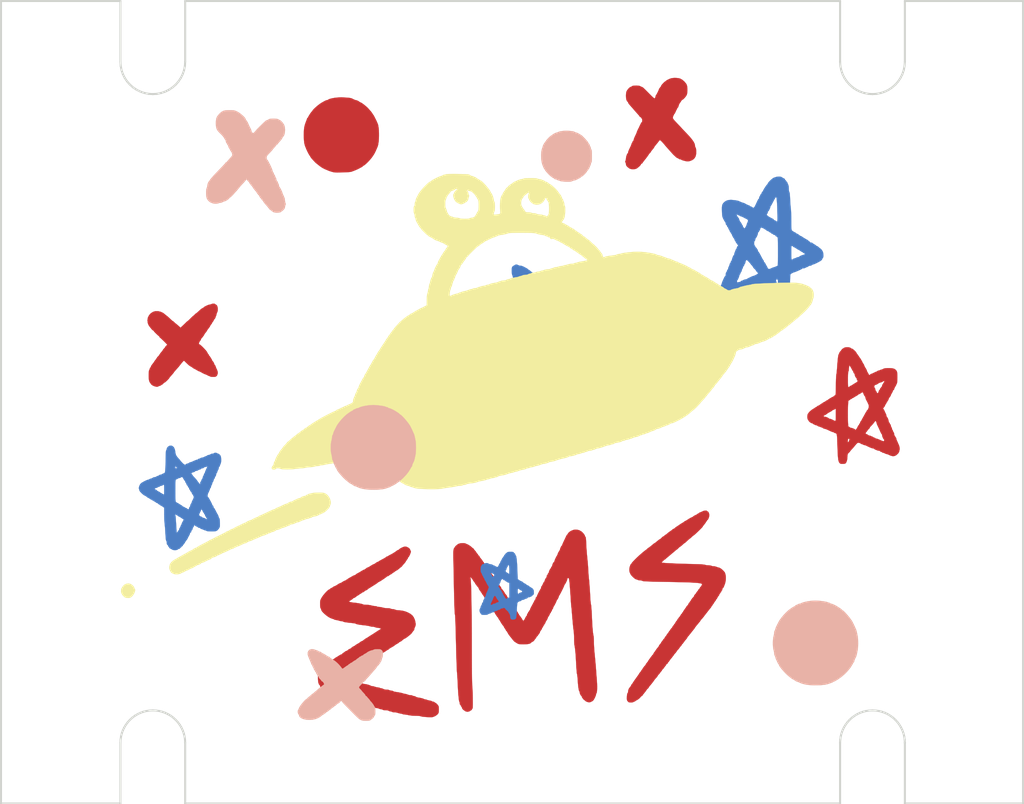
<source format=kicad_pcb>
(kicad_pcb (version 20211014) (generator pcbnew)
  (layers (0 "F.Cu" signal) (31 "B.Cu" signal) (36 "B.SilkS" user "B.Silkscreen") (37 "F.SilkS" user "F.Silkscreen") (38 "B.Mask" user) (39 "F.Mask" user) (44 "Edge.Cuts" user))
  (net 0 "")
  (footprint "panel-edge-cuts:10hp-1u" (layer "F.Cu") (at 90.591326 68.9673)
    (fp_text reference "Ref**" hide)
    (fp_text value "Val**" hide)
    (fp_line (start 18.3534 13.9885) (end 18.4877 14.0688) (layer "Edge.Cuts") (width 0.1))
    (fp_line (start 17.3933 -16.6634) (end 17.1892 -16.70359) (layer "Edge.Cuts") (width 0.1))
    (fp_line (start 19.0782 14.7877) (end 19.1308 14.9347) (layer "Edge.Cuts") (width 0.1))
    (fp_line (start -16.54849 14.6466) (end -16.48179 14.7877) (layer "Edge.Cuts") (width 0.1))
    (fp_line (start 16.6235 -16.98251) (end 16.4662 -17.12106) (layer "Edge.Cuts") (width 0.1))
    (fp_line (start 18.0108 -16.70359) (end 17.8067 -16.6634) (layer "Edge.Cuts") (width 0.1))
    (fp_line (start 17.8067 -16.6634) (end 17.6 -16.65) (layer "Edge.Cuts") (width 0.1))
    (fp_line (start 18.7338 -17.12106) (end 18.5765 -16.98251) (layer "Edge.Cuts") (width 0.1))
    (fp_line (start -16.57436 -17.45) (end -16.68933 -17.27766) (layer "Edge.Cuts") (width 0.1))
    (fp_line (start -18.11814 13.8078) (end -17.96 13.8) (layer "Edge.Cuts") (width 0.1))
    (fp_line (start -17.49466 13.8692) (end -17.34771 13.9218) (layer "Edge.Cuts") (width 0.1))
    (fp_line (start 18.7314 14.2686) (end 18.8377 14.386) (layer "Edge.Cuts") (width 0.1))
    (fp_line (start 16.031 15.0864) (end 16.0692 14.9347) (layer "Edge.Cuts") (width 0.1))
    (fp_line (start 18.8707 -17.27766) (end 18.7338 -17.12106) (layer "Edge.Cuts") (width 0.1))
    (fp_line (start -18.93651 -16.98251) (end -19.09385 -17.12106) (layer "Edge.Cuts") (width 0.1))
    (fp_line (start -19.49084 14.9347) (end -19.43821 14.7877) (layer "Edge.Cuts") (width 0.1))
    (fp_line (start 17.6 13.8) (end 17.7581 13.8078) (layer "Edge.Cuts") (width 0.1))
    (fp_line (start 16.0141 -18.03806) (end 16 -18.25) (layer "Edge.Cuts") (width 0.1))
    (fp_line (start -16.98349 -16.98251) (end -17.16 -16.86436) (layer "Edge.Cuts") (width 0.1))
    (fp_line (start 16.0078 15.2419) (end 16.031 15.0864) (layer "Edge.Cuts") (width 0.1))
    (fp_line (start -16.37407 -18.03806) (end -16.41538 -17.83253) (layer "Edge.Cuts") (width 0.1))
    (fp_line (start 18.9312 14.5123) (end 19.0115 14.6466) (layer "Edge.Cuts") (width 0.1))
    (fp_line (start -18.37077 -16.70359) (end -18.56942 -16.77058) (layer "Edge.Cuts") (width 0.1))
    (fp_line (start 17.7581 13.8078) (end 17.9136 13.831) (layer "Edge.Cuts") (width 0.1))
    (fp_line (start 16.3623 14.386) (end 16.4686 14.2686) (layer "Edge.Cuts") (width 0.1))
    (fp_line (start 16 15.4) (end 16.0078 15.2419) (layer "Edge.Cuts") (width 0.1))
    (fp_line (start -17.35058 -16.77058) (end -17.54923 -16.70359) (layer "Edge.Cuts") (width 0.1))
    (fp_line (start -16.72234 14.386) (end -16.62882 14.5123) (layer "Edge.Cuts") (width 0.1))
    (fp_line (start -19.56 -18.25) (end -19.56 -21.25) (layer "Edge.Cuts") (width 0.1))
    (fp_line (start -17.80186 13.8078) (end -17.6464 13.831) (layer "Edge.Cuts") (width 0.1))
    (fp_line (start -17.96 -16.65) (end -18.16673 -16.6634) (layer "Edge.Cuts") (width 0.1))
    (fp_line (start -19.56 -21.25) (end -25.46 -21.25) (layer "Edge.Cuts") (width 0.1))
    (fp_line (start -17.16 -16.86436) (end -17.35058 -16.77058) (layer "Edge.Cuts") (width 0.1))
    (fp_line (start 16.1226 -17.63573) (end 16.0554 -17.83253) (layer "Edge.Cuts") (width 0.1))
    (fp_line (start -16.36 -21.25) (end 16 -21.25) (layer "Edge.Cuts") (width 0.1))
    (fp_line (start 16.8 -16.86436) (end 16.6235 -16.98251) (layer "Edge.Cuts") (width 0.1))
    (fp_line (start -17.6464 13.831) (end -17.49466 13.8692) (layer "Edge.Cuts") (width 0.1))
    (fp_line (start -17.07232 14.0688) (end -16.94599 14.1623) (layer "Edge.Cuts") (width 0.1))
    (fp_line (start 25.04 18.4) (end 19.2 18.4) (layer "Edge.Cuts") (width 0.1))
    (fp_line (start 16.4686 14.2686) (end 16.586 14.1623) (layer "Edge.Cuts") (width 0.1))
    (fp_line (start 18.2094 -16.77058) (end 18.0108 -16.70359) (layer "Edge.Cuts") (width 0.1))
    (fp_line (start 16.2144 -17.45) (end 16.1226 -17.63573) (layer "Edge.Cuts") (width 0.1))
    (fp_line (start 17.1892 -16.70359) (end 16.9906 -16.77058) (layer "Edge.Cuts") (width 0.1))
    (fp_line (start 18.0653 13.8692) (end 18.2123 13.9218) (layer "Edge.Cuts") (width 0.1))
    (fp_line (start 17.4419 13.8078) (end 17.6 13.8) (layer "Edge.Cuts") (width 0.1))
    (fp_line (start 16 -21.25) (end 16 -18.25) (layer "Edge.Cuts") (width 0.1))
    (fp_line (start -19.54593 -18.03806) (end -19.56 -18.25) (layer "Edge.Cuts") (width 0.1))
    (fp_line (start 16.9906 -16.77058) (end 16.8 -16.86436) (layer "Edge.Cuts") (width 0.1))
    (fp_line (start -16.36 -18.25) (end -16.37407 -18.03806) (layer "Edge.Cuts") (width 0.1))
    (fp_line (start -16.36783 15.2419) (end -16.36 15.4) (layer "Edge.Cuts") (width 0.1))
    (fp_line (start -17.96 13.8) (end -17.80186 13.8078) (layer "Edge.Cuts") (width 0.1))
    (fp_line (start -19.55217 15.2419) (end -19.52897 15.0864) (layer "Edge.Cuts") (width 0.1))
    (fp_line (start -18.42534 13.8692) (end -18.2736 13.831) (layer "Edge.Cuts") (width 0.1))
    (fp_line (start -17.34771 13.9218) (end -17.20658 13.9885) (layer "Edge.Cuts") (width 0.1))
    (fp_line (start 16.3293 -17.27766) (end 16.2144 -17.45) (layer "Edge.Cuts") (width 0.1))
    (fp_line (start -17.54923 -16.70359) (end -17.75327 -16.6634) (layer "Edge.Cuts") (width 0.1))
    (fp_line (start 17.9136 13.831) (end 18.0653 13.8692) (layer "Edge.Cuts") (width 0.1))
    (fp_line (start -16.41538 -17.83253) (end -16.4826 -17.63573) (layer "Edge.Cuts") (width 0.1))
    (fp_line (start 16.7123 14.0688) (end 16.8466 13.9885) (layer "Edge.Cuts") (width 0.1))
    (fp_line (start -16.36 15.4) (end -16.36 18.4) (layer "Edge.Cuts") (width 0.1))
    (fp_line (start 25.04 -21.25) (end 25.04 18.4) (layer "Edge.Cuts") (width 0.1))
    (fp_line (start 18.2123 13.9218) (end 18.3534 13.9885) (layer "Edge.Cuts") (width 0.1))
    (fp_line (start -16.82615 -17.12106) (end -16.98349 -16.98251) (layer "Edge.Cuts") (width 0.1))
    (fp_line (start 19.1922 15.2419) (end 19.2 15.4) (layer "Edge.Cuts") (width 0.1))
    (fp_line (start -19.37151 14.6466) (end -19.29118 14.5123) (layer "Edge.Cuts") (width 0.1))
    (fp_line (start 19.1446 -17.83253) (end 19.0774 -17.63573) (layer "Edge.Cuts") (width 0.1))
    (fp_line (start -19.56 18.4) (end -19.56 15.4) (layer "Edge.Cuts") (width 0.1))
    (fp_line (start -18.71342 13.9885) (end -18.57229 13.9218) (layer "Edge.Cuts") (width 0.1))
    (fp_line (start 16.2688 14.5123) (end 16.3623 14.386) (layer "Edge.Cuts") (width 0.1))
    (fp_line (start -18.76 -16.86436) (end -18.93651 -16.98251) (layer "Edge.Cuts") (width 0.1))
    (fp_line (start -16.36 -18.25) (end -16.36 -21.25) (layer "Edge.Cuts") (width 0.1))
    (fp_line (start -18.57229 13.9218) (end -18.42534 13.8692) (layer "Edge.Cuts") (width 0.1))
    (fp_line (start -19.43821 14.7877) (end -19.37151 14.6466) (layer "Edge.Cuts") (width 0.1))
    (fp_line (start 17.6 -16.65) (end 17.3933 -16.6634) (layer "Edge.Cuts") (width 0.1))
    (fp_line (start 18.5765 -16.98251) (end 18.4 -16.86436) (layer "Edge.Cuts") (width 0.1))
    (fp_line (start -16.36 18.4) (end 16 18.4) (layer "Edge.Cuts") (width 0.1))
    (fp_line (start 16.8466 13.9885) (end 16.9877 13.9218) (layer "Edge.Cuts") (width 0.1))
    (fp_line (start 17.2864 13.831) (end 17.4419 13.8078) (layer "Edge.Cuts") (width 0.1))
    (fp_line (start -19.50462 -17.83253) (end -19.54593 -18.03806) (layer "Edge.Cuts") (width 0.1))
    (fp_line (start 19.1308 14.9347) (end 19.169 15.0864) (layer "Edge.Cuts") (width 0.1))
    (fp_line (start -18.56942 -16.77058) (end -18.76 -16.86436) (layer "Edge.Cuts") (width 0.1))
    (fp_line (start 16.9877 13.9218) (end 17.1347 13.8692) (layer "Edge.Cuts") (width 0.1))
    (fp_line (start 19.2 -21.25) (end 25.04 -21.25) (layer "Edge.Cuts") (width 0.1))
    (fp_line (start 18.4877 14.0688) (end 18.614 14.1623) (layer "Edge.Cuts") (width 0.1))
    (fp_line (start -18.84768 14.0688) (end -18.71342 13.9885) (layer "Edge.Cuts") (width 0.1))
    (fp_line (start -17.75327 -16.6634) (end -17.96 -16.65) (layer "Edge.Cuts") (width 0.1))
    (fp_line (start 18.8377 14.386) (end 18.9312 14.5123) (layer "Edge.Cuts") (width 0.1))
    (fp_line (start 19.2 15.4) (end 19.2 15.4) (layer "Edge.Cuts") (width 0.1))
    (fp_line (start -19.19766 14.386) (end -19.09137 14.2686) (layer "Edge.Cuts") (width 0.1))
    (fp_line (start -19.52897 15.0864) (end -19.49084 14.9347) (layer "Edge.Cuts") (width 0.1))
    (fp_line (start -19.34564 -17.45) (end -19.4374 -17.63573) (layer "Edge.Cuts") (width 0.1))
    (fp_line (start -25.46 18.4) (end -19.56 18.4) (layer "Edge.Cuts") (width 0.1))
    (fp_line (start -19.4374 -17.63573) (end -19.50462 -17.83253) (layer "Edge.Cuts") (width 0.1))
    (fp_line (start -18.16673 -16.6634) (end -18.37077 -16.70359) (layer "Edge.Cuts") (width 0.1))
    (fp_line (start -19.23067 -17.27766) (end -19.34564 -17.45) (layer "Edge.Cuts") (width 0.1))
    (fp_line (start -16.82863 14.2686) (end -16.72234 14.386) (layer "Edge.Cuts") (width 0.1))
    (fp_line (start -25.46 -21.25) (end -25.46 18.4) (layer "Edge.Cuts") (width 0.1))
    (fp_line (start 16.0554 -17.83253) (end 16.0141 -18.03806) (layer "Edge.Cuts") (width 0.1))
    (fp_line (start -17.20658 13.9885) (end -17.07232 14.0688) (layer "Edge.Cuts") (width 0.1))
    (fp_line (start -16.48179 14.7877) (end -16.42916 14.9347) (layer "Edge.Cuts") (width 0.1))
    (fp_line (start 16 18.4) (end 16 15.4) (layer "Edge.Cuts") (width 0.1))
    (fp_line (start -16.68933 -17.27766) (end -16.82615 -17.12106) (layer "Edge.Cuts") (width 0.1))
    (fp_line (start -19.09385 -17.12106) (end -19.23067 -17.27766) (layer "Edge.Cuts") (width 0.1))
    (fp_line (start 16.586 14.1623) (end 16.7123 14.0688) (layer "Edge.Cuts") (width 0.1))
    (fp_line (start 19.0774 -17.63573) (end 18.9856 -17.45) (layer "Edge.Cuts") (width 0.1))
    (fp_line (start -16.62882 14.5123) (end -16.54849 14.6466) (layer "Edge.Cuts") (width 0.1))
    (fp_line (start 16.1218 14.7877) (end 16.1885 14.6466) (layer "Edge.Cuts") (width 0.1))
    (fp_line (start 18.614 14.1623) (end 18.7314 14.2686) (layer "Edge.Cuts") (width 0.1))
    (fp_line (start 19.2 -18.25) (end 19.2 -21.25) (layer "Edge.Cuts") (width 0.1))
    (fp_line (start 19.2 15.4) (end 19.2 15.4) (layer "Edge.Cuts") (width 0.1))
    (fp_line (start 16.4662 -17.12106) (end 16.3293 -17.27766) (layer "Edge.Cuts") (width 0.1))
    (fp_line (start -16.4826 -17.63573) (end -16.57436 -17.45) (layer "Edge.Cuts") (width 0.1))
    (fp_line (start 19.169 15.0864) (end 19.1922 15.2419) (layer "Edge.Cuts") (width 0.1))
    (fp_line (start -19.29118 14.5123) (end -19.19766 14.386) (layer "Edge.Cuts") (width 0.1))
    (fp_line (start -18.97401 14.1623) (end -18.84768 14.0688) (layer "Edge.Cuts") (width 0.1))
    (fp_line (start 18.4 -16.86436) (end 18.2094 -16.77058) (layer "Edge.Cuts") (width 0.1))
    (fp_line (start 18.9856 -17.45) (end 18.8707 -17.27766) (layer "Edge.Cuts") (width 0.1))
    (fp_line (start 19.1859 -18.03806) (end 19.1446 -17.83253) (layer "Edge.Cuts") (width 0.1))
    (fp_line (start -19.09137 14.2686) (end -18.97401 14.1623) (layer "Edge.Cuts") (width 0.1))
    (fp_line (start 19.0115 14.6466) (end 19.0782 14.7877) (layer "Edge.Cuts") (width 0.1))
    (fp_line (start -16.39103 15.0864) (end -16.36783 15.2419) (layer "Edge.Cuts") (width 0.1))
    (fp_line (start 19.2 -18.25) (end 19.1859 -18.03806) (layer "Edge.Cuts") (width 0.1))
    (fp_line (start -16.42916 14.9347) (end -16.39103 15.0864) (layer "Edge.Cuts") (width 0.1))
    (fp_line (start -18.2736 13.831) (end -18.11814 13.8078) (layer "Edge.Cuts") (width 0.1))
    (fp_line (start -19.56 15.4) (end -19.55217 15.2419) (layer "Edge.Cuts") (width 0.1))
    (fp_line (start 16.0692 14.9347) (end 16.1218 14.7877) (layer "Edge.Cuts") (width 0.1))
    (fp_line (start -16.94599 14.1623) (end -16.82863 14.2686) (layer "Edge.Cuts") (width 0.1))
    (fp_line (start 19.2 18.4) (end 19.2 15.4) (layer "Edge.Cuts") (width 0.1))
    (fp_line (start 16.1885 14.6466) (end 16.2688 14.5123) (layer "Edge.Cuts") (width 0.1))
    (fp_line (start 17.1347 13.8692) (end 17.2864 13.831) (layer "Edge.Cuts") (width 0.1))
  )
  (footprint "ems-graphics:waffles" (layer "F.Cu") (at 90.972326 69.9833)
    (fp_text reference "Ref**" hide)
    (fp_text value "Val**" hide)
    (fp_poly (pts (xy -8.893496 -17.500064) (xy -8.769249 -17.492993) (xy -8.657521 -17.48245) (xy -8.568095 -17.469) (xy -8.510756 -17.453207) (xy -8.509133 -17.452472) (xy -8.467786 -17.43256) (xy -8.411586 -17.404783) (xy -8.404836 -17.401406) (xy -8.350475 -17.377909) (xy -8.309034 -17.366329) (xy -8.305012 -17.366074) (xy -8.266018 -17.357402) (xy -8.214117 -17.336325) (xy -8.164277 -17.310253) (xy -8.131463 -17.286598) (xy -8.126093 -17.277488) (xy -8.108834 -17.262292) (xy -8.093439 -17.260241) (xy -8.055868 -17.246648) (xy -7.995568 -17.20983) (xy -7.920492 -17.155723) (xy -7.838597 -17.090268) (xy -7.757835 -17.019404) (xy -7.711737 -16.975271) (xy -7.550195 -16.793072) (xy -7.414544 -16.591952) (xy -7.298357 -16.362082) (xy -7.275211 -16.307741) (xy -7.251127 -16.252704) (xy -7.234565 -16.217976) (xy -7.207873 -16.13963) (xy -7.18778 -16.028376) (xy -7.174285 -15.893121) (xy -7.167388 -15.742773) (xy -7.167088 -15.586239) (xy -7.173383 -15.432427) (xy -7.186274 -15.290245) (xy -7.20576 -15.168601) (xy -7.231839 -15.0764) (xy -7.234662 -15.069491) (xy -7.289811 -14.940564) (xy -7.333969 -14.841672) (xy -7.372038 -14.763612) (xy -7.408922 -14.697182) (xy -7.449522 -14.633182) (xy -7.498741 -14.562408) (xy -7.52223 -14.529741) (xy -7.576879 -14.460574) (xy -7.645255 -14.383329) (xy -7.719813 -14.305484) (xy -7.793009 -14.23452) (xy -7.857298 -14.177916) (xy -7.905136 -14.143152) (xy -7.918521 -14.136858) (xy -7.950453 -14.119504) (xy -7.956759 -14.108733) (xy -7.97387 -14.090464) (xy -8.017366 -14.062039) (xy -8.046718 -14.045862) (xy -8.107306 -14.013868) (xy -8.155618 -13.987635) (xy -8.168426 -13.980372) (xy -8.218038 -13.955806) (xy -8.299444 -13.920693) (xy -8.404466 -13.878423) (xy -8.524927 -13.832389) (xy -8.528259 -13.831147) (xy -8.571216 -13.822638) (xy -8.647614 -13.814652) (xy -8.748564 -13.807495) (xy -8.865176 -13.801475) (xy -8.98856 -13.7969) (xy -9.109824 -13.794078) (xy -9.220078 -13.793316) (xy -9.310432 -13.794921) (xy -9.371996 -13.799203) (xy -9.385509 -13.801483) (xy -9.492233 -13.82871) (xy -9.59263 -13.859308) (xy -9.660676 -13.884467) (xy -9.729702 -13.913415) (xy -9.787676 -13.937299) (xy -9.842806 -13.96154) (xy -9.882926 -13.981996) (xy -9.930358 -14.007051) (xy -9.946426 -14.014387) (xy -9.981685 -14.034643) (xy -10.035215 -14.070865) (xy -10.096319 -14.115102) (xy -10.154301 -14.159405) (xy -10.198464 -14.195824) (xy -10.218065 -14.216287) (xy -10.242143 -14.233321) (xy -10.244087 -14.233408) (xy -10.26972 -14.249286) (xy -10.320197 -14.297209) (xy -10.395941 -14.377604) (xy -10.49549 -14.488765) (xy -10.534264 -14.538088) (xy -10.557245 -14.577599) (xy -10.559921 -14.587949) (xy -10.570756 -14.612582) (xy -10.576801 -14.614408) (xy -10.59277 -14.631999) (xy -10.621349 -14.678302) (xy -10.657368 -14.743605) (xy -10.695659 -14.8182) (xy -10.731054 -14.892378) (xy -10.757077 -14.953074) (xy -10.780999 -15.012688) (xy -10.804363 -15.069491) (xy -10.834742 -15.156681) (xy -10.856177 -15.255097) (xy -10.869739 -15.37308) (xy -10.8765 -15.518973) (xy -10.877759 -15.640991) (xy -10.875772 -15.79931) (xy -10.86838 -15.927469) (xy -10.853436 -16.037516) (xy -10.828794 -16.141499) (xy -10.792308 -16.251465) (xy -10.749556 -16.360658) (xy -10.729132 -16.417365) (xy -10.718913 -16.450616) (xy -10.701197 -16.487624) (xy -10.685833 -16.498241) (xy -10.666953 -16.514639) (xy -10.666093 -16.521385) (xy -10.655136 -16.550124) (xy -10.626889 -16.60058) (xy -10.588289 -16.662285) (xy -10.546271 -16.724767) (xy -10.507771 -16.777556) (xy -10.479725 -16.810181) (xy -10.471104 -16.815741) (xy -10.454899 -16.831987) (xy -10.454426 -16.837012) (xy -10.438423 -16.868416) (xy -10.39508 -16.918406) (xy -10.331393 -16.980811) (xy -10.254361 -17.049457) (xy -10.170979 -17.118173) (xy -10.088246 -17.180785) (xy -10.013158 -17.231122) (xy -9.996365 -17.241085) (xy -9.899598 -17.295954) (xy -9.831763 -17.332413) (xy -9.785547 -17.35393) (xy -9.753639 -17.363972) (xy -9.732757 -17.366074) (xy -9.694497 -17.375262) (xy -9.683414 -17.3847) (xy -9.650096 -17.40789) (xy -9.582445 -17.432375) (xy -9.488335 -17.456184) (xy -9.375639 -17.477346) (xy -9.252231 -17.493891) (xy -9.243525 -17.494811) (xy -9.140418 -17.501538) (xy -9.02048 -17.503101) (xy -8.893496 -17.500064)) (layer "F.Cu") (width 0.01) (fill solid))
    (fp_poly (pts (xy 16.040877 -5.153166) (xy 16.104148 -5.141232) (xy 16.142729 -5.121029) (xy 16.147881 -5.112571) (xy 16.172571 -5.093808) (xy 16.199983 -5.089408) (xy 16.233191 -5.075038) (xy 16.282362 -5.038582) (xy 16.336852 -4.990022) (xy 16.386015 -4.939341) (xy 16.419207 -4.896519) (xy 16.427241 -4.876314) (xy 16.440543 -4.848878) (xy 16.455682 -4.831157) (xy 16.483127 -4.797278) (xy 16.52148 -4.742524) (xy 16.543657 -4.708408) (xy 16.583313 -4.648663) (xy 16.618231 -4.601184) (xy 16.631632 -4.585659) (xy 16.656069 -4.546406) (xy 16.660074 -4.526979) (xy 16.671997 -4.499796) (xy 16.681241 -4.496741) (xy 16.699791 -4.479502) (xy 16.702407 -4.463579) (xy 16.714585 -4.426508) (xy 16.74487 -4.3754) (xy 16.755324 -4.361039) (xy 16.788926 -4.310209) (xy 16.807217 -4.269364) (xy 16.808331 -4.26191) (xy 16.819477 -4.228449) (xy 16.847952 -4.174873) (xy 16.871741 -4.136908) (xy 16.907802 -4.077504) (xy 16.931498 -4.028645) (xy 16.936697 -4.009908) (xy 16.948755 -3.971431) (xy 16.975974 -3.920009) (xy 16.979367 -3.914658) (xy 17.011113 -3.860783) (xy 17.032434 -3.816265) (xy 17.033206 -3.814116) (xy 17.054807 -3.780808) (xy 17.084438 -3.78825) (xy 17.104574 -3.808824) (xy 17.138948 -3.835638) (xy 17.15693 -3.840574) (xy 17.189296 -3.84995) (xy 17.243875 -3.873958) (xy 17.282458 -3.893491) (xy 17.342443 -3.92337) (xy 17.388244 -3.942557) (xy 17.403539 -3.946408) (xy 17.434755 -3.959976) (xy 17.456848 -3.978158) (xy 17.502959 -4.003737) (xy 17.538753 -4.009908) (xy 17.582972 -4.017938) (xy 17.601991 -4.031074) (xy 17.6316 -4.048344) (xy 17.659781 -4.052241) (xy 17.710914 -4.066113) (xy 17.742534 -4.08667) (xy 17.786383 -4.105983) (xy 17.860804 -4.119029) (xy 17.954497 -4.125796) (xy 18.056167 -4.126271) (xy 18.154514 -4.120441) (xy 18.238241 -4.108293) (xy 18.296051 -4.089814) (xy 18.300491 -4.087304) (xy 18.358837 -4.047582) (xy 18.399669 -4.005736) (xy 18.426025 -3.953414) (xy 18.440941 -3.882262) (xy 18.447455 -3.783928) (xy 18.448657 -3.679827) (xy 18.446553 -3.564258) (xy 18.440697 -3.467994) (xy 18.43177 -3.399562) (xy 18.424118 -3.37291) (xy 18.400417 -3.321765) (xy 18.386843 -3.290241) (xy 18.367053 -3.251167) (xy 18.336161 -3.199096) (xy 18.333554 -3.194991) (xy 18.305417 -3.141347) (xy 18.291651 -3.096475) (xy 18.291454 -3.093785) (xy 18.274424 -3.055265) (xy 18.258157 -3.043896) (xy 18.230022 -3.01701) (xy 18.226407 -3.001806) (xy 18.215708 -2.96688) (xy 18.188691 -2.91342) (xy 18.173491 -2.888074) (xy 18.141754 -2.832351) (xy 18.122867 -2.788662) (xy 18.120574 -2.777154) (xy 18.107164 -2.744714) (xy 18.074229 -2.700288) (xy 18.067657 -2.69299) (xy 18.032146 -2.644112) (xy 18.015021 -2.599748) (xy 18.014741 -2.595257) (xy 17.99933 -2.547639) (xy 17.982991 -2.528241) (xy 17.956093 -2.492204) (xy 17.951241 -2.472733) (xy 17.940245 -2.446252) (xy 17.932368 -2.443574) (xy 17.913735 -2.425636) (xy 17.900215 -2.390658) (xy 17.883218 -2.351015) (xy 17.866171 -2.337741) (xy 17.848878 -2.320152) (xy 17.845407 -2.298499) (xy 17.831679 -2.257385) (xy 17.798071 -2.208398) (xy 17.792491 -2.202158) (xy 17.752092 -2.150804) (xy 17.740029 -2.116629) (xy 17.756667 -2.104908) (xy 17.77418 -2.087144) (xy 17.798897 -2.042171) (xy 17.810959 -2.014949) (xy 17.841285 -1.945509) (xy 17.871254 -1.88275) (xy 17.878532 -1.868809) (xy 17.900967 -1.813358) (xy 17.908907 -1.770031) (xy 17.915762 -1.731985) (xy 17.924782 -1.72038) (xy 17.950891 -1.692233) (xy 17.979095 -1.638696) (xy 18.002539 -1.575758) (xy 18.014371 -1.519406) (xy 18.014741 -1.510526) (xy 18.020909 -1.466686) (xy 18.035504 -1.448741) (xy 18.055567 -1.430781) (xy 18.069549 -1.395824) (xy 18.085891 -1.3562) (xy 18.101702 -1.342908) (xy 18.116697 -1.324935) (xy 18.121247 -1.295283) (xy 18.134574 -1.239942) (xy 18.152997 -1.206571) (xy 18.178097 -1.153245) (xy 18.184074 -1.116612) (xy 18.191862 -1.078812) (xy 18.205241 -1.067741) (xy 18.222797 -1.050132) (xy 18.226407 -1.028) (xy 18.24178 -0.981232) (xy 18.258157 -0.961908) (xy 18.28014 -0.923637) (xy 18.28988 -0.867059) (xy 18.289907 -0.864066) (xy 18.295402 -0.816139) (xy 18.308853 -0.792968) (xy 18.311074 -0.792574) (xy 18.330284 -0.775625) (xy 18.332241 -0.763416) (xy 18.347173 -0.726321) (xy 18.363991 -0.707908) (xy 18.391167 -0.665956) (xy 18.395741 -0.641529) (xy 18.40597 -0.588049) (xy 18.415882 -0.564746) (xy 18.436547 -0.522101) (xy 18.463134 -0.461301) (xy 18.470578 -0.443324) (xy 18.496129 -0.382625) (xy 18.517482 -0.335061) (xy 18.521828 -0.326213) (xy 18.554628 -0.225876) (xy 18.560428 -0.115883) (xy 18.540489 -0.010395) (xy 18.496071 0.076424) (xy 18.484827 0.089794) (xy 18.400402 0.168252) (xy 18.317831 0.212555) (xy 18.229768 0.223409) (xy 18.128866 0.201518) (xy 18.007777 0.147587) (xy 17.988569 0.137397) (xy 17.937065 0.120183) (xy 17.91324 0.117592) (xy 17.866097 0.105206) (xy 17.833578 0.086515) (xy 17.780824 0.061156) (xy 17.744866 0.054765) (xy 17.707677 0.046258) (xy 17.697241 0.032926) (xy 17.679484 0.015817) (xy 17.654243 0.011759) (xy 17.613541 -0.002034) (xy 17.599062 -0.019991) (xy 17.568943 -0.043949) (xy 17.516308 -0.051741) (xy 17.46439 -0.057523) (xy 17.433619 -0.071576) (xy 17.432657 -0.072908) (xy 17.402848 -0.090593) (xy 17.377827 -0.094074) (xy 17.337662 -0.108253) (xy 17.323895 -0.125824) (xy 17.295629 -0.150265) (xy 17.259748 -0.157574) (xy 17.210227 -0.167213) (xy 17.134404 -0.193305) (xy 17.042913 -0.231614) (xy 16.946385 -0.277905) (xy 16.910808 -0.296592) (xy 16.855123 -0.319002) (xy 16.811516 -0.326908) (xy 16.770155 -0.33619) (xy 16.755324 -0.348074) (xy 16.725285 -0.366244) (xy 16.70375 -0.369241) (xy 16.657442 -0.384465) (xy 16.640818 -0.398689) (xy 16.603339 -0.422688) (xy 16.550363 -0.437825) (xy 16.515409 -0.441024) (xy 16.486494 -0.434966) (xy 16.456033 -0.414004) (xy 16.416441 -0.372492) (xy 16.360134 -0.304781) (xy 16.342574 -0.283119) (xy 16.281543 -0.210782) (xy 16.214218 -0.135348) (xy 16.189116 -0.108523) (xy 16.145015 -0.06002) (xy 16.116195 -0.023798) (xy 16.109741 -0.011569) (xy 16.095286 0.009919) (xy 16.059291 0.046303) (xy 16.046241 0.058052) (xy 16.009322 0.095355) (xy 15.990287 0.13406) (xy 15.983413 0.190114) (xy 15.982741 0.234935) (xy 15.974515 0.350316) (xy 15.952006 0.455982) (xy 15.918468 0.539004) (xy 15.899094 0.567384) (xy 15.863868 0.591169) (xy 15.803981 0.602531) (xy 15.746644 0.604426) (xy 15.675939 0.602369) (xy 15.632544 0.592161) (xy 15.60149 0.567743) (xy 15.576723 0.535663) (xy 15.558772 0.503119) (xy 15.543483 0.457321) (xy 15.530498 0.394445) (xy 15.519454 0.310666) (xy 15.509991 0.202162) (xy 15.501748 0.065107) (xy 15.494364 -0.104324) (xy 15.487479 -0.309954) (xy 15.48341 -0.453277) (xy 15.481793 -0.502546) (xy 15.997268 -0.502546) (xy 15.999992 -0.467172) (xy 16.001983 -0.462888) (xy 16.022902 -0.465079) (xy 16.048084 -0.497068) (xy 16.07021 -0.547934) (xy 16.077546 -0.575616) (xy 16.083854 -0.622782) (xy 16.072285 -0.641645) (xy 16.050146 -0.644408) (xy 16.021637 -0.635576) (xy 16.006304 -0.602157) (xy 16.000175 -0.558641) (xy 15.997268 -0.502546) (xy 15.481793 -0.502546) (xy 15.478381 -0.606477) (xy 15.471802 -0.722394) (xy 15.462399 -0.80608) (xy 15.448896 -0.862584) (xy 15.430017 -0.896957) (xy 15.412174 -0.909043) (xy 16.873522 -0.909043) (xy 16.889123 -0.878884) (xy 16.923789 -0.864984) (xy 16.974091 -0.843368) (xy 17.000464 -0.822248) (xy 17.040153 -0.79842) (xy 17.074166 -0.792574) (xy 17.117953 -0.784375) (xy 17.136324 -0.771408) (xy 17.166363 -0.753238) (xy 17.187898 -0.750241) (xy 17.233516 -0.734919) (xy 17.252741 -0.718491) (xy 17.294532 -0.691321) (xy 17.318832 -0.686741) (xy 17.351795 -0.677363) (xy 17.358574 -0.665574) (xy 17.376397 -0.648675) (xy 17.403173 -0.644408) (xy 17.444682 -0.63562) (xy 17.509351 -0.612665) (xy 17.577798 -0.582963) (xy 17.672115 -0.54052) (xy 17.735653 -0.518098) (xy 17.774384 -0.514709) (xy 17.794282 -0.529364) (xy 17.799634 -0.546228) (xy 17.797595 -0.585895) (xy 17.789051 -0.599697) (xy 17.759847 -0.636067) (xy 17.729263 -0.6951) (xy 17.705644 -0.758257) (xy 17.697241 -0.803624) (xy 17.689405 -0.847603) (xy 17.67664 -0.866308) (xy 17.655546 -0.892502) (xy 17.628635 -0.941848) (xy 17.621434 -0.957515) (xy 17.588797 -1.031543) (xy 17.556286 -1.105304) (xy 17.554184 -1.110074) (xy 17.524596 -1.174711) (xy 17.487663 -1.252183) (xy 17.471806 -1.284544) (xy 17.443162 -1.348887) (xy 17.424859 -1.40249) (xy 17.421401 -1.422128) (xy 17.408424 -1.469205) (xy 17.392333 -1.496744) (xy 17.370813 -1.519232) (xy 17.35218 -1.51255) (xy 17.326443 -1.476939) (xy 17.278574 -1.412402) (xy 17.214845 -1.336891) (xy 17.150572 -1.268068) (xy 17.120449 -1.239386) (xy 17.091126 -1.203385) (xy 17.083407 -1.18099) (xy 17.068147 -1.151108) (xy 17.031353 -1.114538) (xy 17.030491 -1.113856) (xy 16.993738 -1.081074) (xy 16.977606 -1.059017) (xy 16.977574 -1.05851) (xy 16.968077 -1.036623) (xy 16.936451 -0.995799) (xy 16.898199 -0.952102) (xy 16.873522 -0.909043) (xy 15.412174 -0.909043) (xy 15.404487 -0.914249) (xy 15.371029 -0.91951) (xy 15.365627 -0.919574) (xy 15.333054 -0.9291) (xy 15.326574 -0.940741) (xy 15.309291 -0.959183) (xy 15.292731 -0.961908) (xy 15.251792 -0.969808) (xy 15.184728 -0.994554) (xy 15.087636 -1.037719) (xy 14.998491 -1.080331) (xy 14.93092 -1.109352) (xy 14.872302 -1.127906) (xy 14.847624 -1.131572) (xy 14.798511 -1.145413) (xy 14.776241 -1.162991) (xy 14.735141 -1.19013) (xy 14.711398 -1.194741) (xy 14.671963 -1.205084) (xy 14.659824 -1.215908) (xy 14.630558 -1.232475) (xy 14.596587 -1.237074) (xy 14.543182 -1.250072) (xy 14.514681 -1.268824) (xy 14.477219 -1.294951) (xy 14.456781 -1.300574) (xy 14.418793 -1.308851) (xy 14.366438 -1.329072) (xy 14.314402 -1.354325) (xy 14.277371 -1.377697) (xy 14.268241 -1.389315) (xy 14.25047 -1.403193) (xy 14.225724 -1.406408) (xy 14.183385 -1.420137) (xy 14.132221 -1.453694) (xy 14.086132 -1.49563) (xy 14.059016 -1.534499) (xy 14.056574 -1.545726) (xy 14.039722 -1.576014) (xy 14.030116 -1.581033) (xy 14.013195 -1.608622) (xy 14.004688 -1.676569) (xy 14.003657 -1.723908) (xy 14.004797 -1.746855) (xy 14.799874 -1.746855) (xy 14.829535 -1.727343) (xy 14.859192 -1.723908) (xy 14.912388 -1.715147) (xy 14.975296 -1.693434) (xy 15.031928 -1.665622) (xy 15.066296 -1.638565) (xy 15.069046 -1.633949) (xy 15.093236 -1.620905) (xy 15.118697 -1.618074) (xy 15.148664 -1.614432) (xy 15.187952 -1.60094) (xy 15.245815 -1.57375) (xy 15.326574 -1.531646) (xy 15.358291 -1.516904) (xy 15.380919 -1.515349) (xy 15.395985 -1.532215) (xy 15.405018 -1.572737) (xy 15.409547 -1.642149) (xy 15.411101 -1.745687) (xy 15.411216 -1.808229) (xy 16.000583 -1.808229) (xy 16.001784 -1.66891) (xy 16.004499 -1.538967) (xy 16.008735 -1.424671) (xy 16.014495 -1.332295) (xy 16.021786 -1.268109) (xy 16.030613 -1.238386) (xy 16.033065 -1.237074) (xy 16.070161 -1.222142) (xy 16.088574 -1.205324) (xy 16.130846 -1.178553) (xy 16.158136 -1.173574) (xy 16.20303 -1.165796) (xy 16.260082 -1.146548) (xy 16.315091 -1.121958) (xy 16.353857 -1.098156) (xy 16.363741 -1.084834) (xy 16.373328 -1.067482) (xy 16.398814 -1.083621) (xy 16.435287 -1.129879) (xy 16.440168 -1.137293) (xy 16.473993 -1.195786) (xy 16.497979 -1.248101) (xy 16.499802 -1.253447) (xy 16.518812 -1.290111) (xy 16.5345 -1.300574) (xy 16.552423 -1.317549) (xy 16.554241 -1.329733) (xy 16.569173 -1.366828) (xy 16.585991 -1.385241) (xy 16.61316 -1.427033) (xy 16.617741 -1.451333) (xy 16.626037 -1.484312) (xy 16.636438 -1.491074) (xy 16.658305 -1.508217) (xy 16.66835 -1.528116) (xy 16.686025 -1.566363) (xy 16.717517 -1.625555) (xy 16.743327 -1.670991) (xy 16.789081 -1.751495) (xy 16.8353 -1.836033) (xy 16.854291 -1.872074) (xy 16.885452 -1.928077) (xy 16.910647 -1.965812) (xy 16.919366 -1.97438) (xy 16.933889 -1.998747) (xy 16.935241 -2.011422) (xy 16.946388 -2.038451) (xy 16.954857 -2.041408) (xy 16.97923 -2.059776) (xy 17.005816 -2.105421) (xy 17.028311 -2.16415) (xy 17.040408 -2.221772) (xy 17.041074 -2.235447) (xy 17.03429 -2.293843) (xy 17.021452 -2.332737) (xy 16.998241 -2.380952) (xy 16.989837 -2.401241) (xy 16.968188 -2.448765) (xy 16.959549 -2.464741) (xy 16.904526 -2.568318) (xy 16.87625 -2.642031) (xy 16.871741 -2.672618) (xy 16.864886 -2.710664) (xy 16.855866 -2.722269) (xy 16.832298 -2.74745) (xy 16.803621 -2.795549) (xy 16.77864 -2.8495) (xy 16.766157 -2.892239) (xy 16.765907 -2.896632) (xy 16.749996 -2.923181) (xy 16.713821 -2.929203) (xy 16.674723 -2.913615) (xy 16.663684 -2.903008) (xy 16.629668 -2.877423) (xy 16.575597 -2.850119) (xy 16.565843 -2.846141) (xy 16.51754 -2.823363) (xy 16.491963 -2.803844) (xy 16.490741 -2.80045) (xy 16.473406 -2.782229) (xy 16.430021 -2.756202) (xy 16.411366 -2.746996) (xy 16.353751 -2.71664) (xy 16.310372 -2.688034) (xy 16.30402 -2.682503) (xy 16.264451 -2.658832) (xy 16.245812 -2.655241) (xy 16.218625 -2.64354) (xy 16.215574 -2.634478) (xy 16.197614 -2.614415) (xy 16.162657 -2.600433) (xy 16.123033 -2.584091) (xy 16.109741 -2.56828) (xy 16.093376 -2.550157) (xy 16.087062 -2.549408) (xy 16.054551 -2.535808) (xy 16.034145 -2.51917) (xy 16.024891 -2.489825) (xy 16.017115 -2.425955) (xy 16.010822 -2.333831) (xy 16.006016 -2.219725) (xy 16.002705 -2.089908) (xy 16.000892 -1.950652) (xy 16.000583 -1.808229) (xy 15.411216 -1.808229) (xy 15.411241 -1.821592) (xy 15.411241 -2.130943) (xy 15.359069 -2.096759) (xy 15.310211 -2.071636) (xy 15.274402 -2.062574) (xy 15.245732 -2.053332) (xy 15.241907 -2.04516) (xy 15.224774 -2.026038) (xy 15.181228 -1.997074) (xy 15.151949 -1.980862) (xy 15.063704 -1.93328) (xy 15.001393 -1.895096) (xy 14.952357 -1.858312) (xy 14.936567 -1.844797) (xy 14.884834 -1.810693) (xy 14.845453 -1.794877) (xy 14.80441 -1.773345) (xy 14.799874 -1.746855) (xy 14.004797 -1.746855) (xy 14.007989 -1.811081) (xy 14.02084 -1.858466) (xy 14.030116 -1.866783) (xy 14.054765 -1.892722) (xy 14.056574 -1.9034) (xy 14.072513 -1.931982) (xy 14.113867 -1.975755) (xy 14.170937 -2.026259) (xy 14.234027 -2.075034) (xy 14.29344 -2.113621) (xy 14.304321 -2.119524) (xy 14.358364 -2.151714) (xy 14.39686 -2.180457) (xy 14.435045 -2.205334) (xy 14.455116 -2.210741) (xy 14.478492 -2.224606) (xy 14.479907 -2.231505) (xy 14.497963 -2.251135) (xy 14.537172 -2.26664) (xy 14.593875 -2.292371) (xy 14.643967 -2.330544) (xy 14.687089 -2.364964) (xy 14.723213 -2.380046) (xy 14.724286 -2.380074) (xy 14.75185 -2.390468) (xy 14.755074 -2.398772) (xy 14.772288 -2.420327) (xy 14.792116 -2.429908) (xy 14.840727 -2.452018) (xy 14.891875 -2.482841) (xy 14.924407 -2.509513) (xy 14.951028 -2.525465) (xy 14.982616 -2.537398) (xy 15.019541 -2.556231) (xy 15.030241 -2.572001) (xy 15.047406 -2.589521) (xy 15.061991 -2.591741) (xy 15.090162 -2.602957) (xy 15.093741 -2.612505) (xy 15.1117 -2.632567) (xy 15.146657 -2.646549) (xy 15.186281 -2.662892) (xy 15.199574 -2.678702) (xy 15.21735 -2.693963) (xy 15.242571 -2.697574) (xy 15.283273 -2.711367) (xy 15.297753 -2.729324) (xy 15.319363 -2.757354) (xy 15.33035 -2.761074) (xy 15.360828 -2.774574) (xy 15.381002 -2.791313) (xy 15.391586 -2.809902) (xy 15.39958 -2.845082) (xy 15.405326 -2.90195) (xy 15.409163 -2.9856) (xy 15.411433 -3.10113) (xy 15.412476 -3.253635) (xy 15.412502 -3.262271) (xy 15.413935 -3.402247) (xy 15.417191 -3.534664) (xy 15.418388 -3.564159) (xy 16.003907 -3.564159) (xy 16.004461 -3.424879) (xy 16.006384 -3.322817) (xy 16.010068 -3.252868) (xy 16.015905 -3.209929) (xy 16.024287 -3.188894) (xy 16.033065 -3.184408) (xy 16.064449 -3.197042) (xy 17.307034 -3.197042) (xy 17.323824 -3.151631) (xy 17.339752 -3.130042) (xy 17.354572 -3.101973) (xy 17.358574 -3.069334) (xy 17.371539 -3.019072) (xy 17.390324 -2.993908) (xy 17.417108 -2.960097) (xy 17.422074 -2.942633) (xy 17.435727 -2.906693) (xy 17.446737 -2.893044) (xy 17.475476 -2.886783) (xy 17.504925 -2.91047) (xy 17.524487 -2.953261) (xy 17.527234 -2.975441) (xy 17.543011 -3.017425) (xy 17.559657 -3.036241) (xy 17.586495 -3.071104) (xy 17.591407 -3.089528) (xy 17.605641 -3.121416) (xy 17.640277 -3.162754) (xy 17.643958 -3.166311) (xy 17.680474 -3.213489) (xy 17.696819 -3.259353) (xy 17.696875 -3.261191) (xy 17.711334 -3.310374) (xy 17.728991 -3.332574) (xy 17.755888 -3.368611) (xy 17.760741 -3.388083) (xy 17.773044 -3.414546) (xy 17.781907 -3.417241) (xy 17.798829 -3.435057) (xy 17.803074 -3.461665) (xy 17.803074 -3.506089) (xy 17.727781 -3.461665) (xy 17.669324 -3.433093) (xy 17.618816 -3.417964) (xy 17.609952 -3.417241) (xy 17.566406 -3.404839) (xy 17.511541 -3.374068) (xy 17.498039 -3.364324) (xy 17.447183 -3.330575) (xy 17.406333 -3.311958) (xy 17.398909 -3.310735) (xy 17.342418 -3.292169) (xy 17.309086 -3.247771) (xy 17.307034 -3.197042) (xy 16.064449 -3.197042) (xy 16.070161 -3.199341) (xy 16.088574 -3.216158) (xy 16.120155 -3.242823) (xy 16.135523 -3.247908) (xy 16.164793 -3.259294) (xy 16.21122 -3.287473) (xy 16.222801 -3.295533) (xy 16.290347 -3.340113) (xy 16.360496 -3.381381) (xy 16.361707 -3.382034) (xy 16.41683 -3.415028) (xy 16.458253 -3.445488) (xy 16.462337 -3.449314) (xy 16.486943 -3.48642) (xy 16.486584 -3.515233) (xy 16.469574 -3.523074) (xy 16.453662 -3.541189) (xy 16.448407 -3.575991) (xy 16.442962 -3.615849) (xy 16.432532 -3.629042) (xy 16.409499 -3.647015) (xy 16.382006 -3.690681) (xy 16.357541 -3.745119) (xy 16.343593 -3.795409) (xy 16.342574 -3.808275) (xy 16.33036 -3.851469) (xy 16.310824 -3.869396) (xy 16.284306 -3.8982) (xy 16.279074 -3.922813) (xy 16.272009 -3.960208) (xy 16.263199 -3.971102) (xy 16.244986 -3.992899) (xy 16.217761 -4.039511) (xy 16.205878 -4.062824) (xy 16.168558 -4.133133) (xy 16.128908 -4.199476) (xy 16.121394 -4.210849) (xy 16.078357 -4.274208) (xy 16.064803 -4.210849) (xy 16.055238 -4.146892) (xy 16.049208 -4.071352) (xy 16.048745 -4.058782) (xy 16.042543 -4.00064) (xy 16.030057 -3.962458) (xy 16.025074 -3.956991) (xy 16.017318 -3.931362) (xy 16.011106 -3.867903) (xy 16.006678 -3.771099) (xy 16.004277 -3.645435) (xy 16.003907 -3.564159) (xy 15.418388 -3.564159) (xy 15.421919 -3.651158) (xy 15.427767 -3.743368) (xy 15.434385 -3.802934) (xy 15.435481 -3.808824) (xy 15.445316 -3.87145) (xy 15.456081 -3.963933) (xy 15.466479 -4.073857) (xy 15.475212 -4.188803) (xy 15.475279 -4.189824) (xy 15.490493 -4.398779) (xy 15.505923 -4.565678) (xy 15.521604 -4.690798) (xy 15.537572 -4.774415) (xy 15.553862 -4.816808) (xy 15.556022 -4.819322) (xy 15.578148 -4.858701) (xy 15.580574 -4.874256) (xy 15.595031 -4.909187) (xy 15.629374 -4.949863) (xy 15.669146 -4.994174) (xy 15.692394 -5.032146) (xy 15.723556 -5.071205) (xy 15.744135 -5.083052) (xy 15.782545 -5.104168) (xy 15.794436 -5.115853) (xy 15.829696 -5.138174) (xy 15.890974 -5.151755) (xy 15.965593 -5.156713) (xy 16.040877 -5.153166)) (layer "F.Cu") (width 0.01) (fill solid))
    (fp_poly (pts (xy 2.611696 3.85709) (xy 2.658101 3.865893) (xy 2.72146 3.882946) (xy 2.763821 3.899853) (xy 2.774741 3.909794) (xy 2.791678 3.926085) (xy 2.803047 3.927592) (xy 2.836034 3.943448) (xy 2.88238 3.983632) (xy 2.932231 4.037074) (xy 2.975734 4.092699) (xy 3.003034 4.139436) (xy 3.007574 4.157418) (xy 3.019226 4.195893) (xy 3.034032 4.208021) (xy 3.045296 4.22609) (xy 3.054895 4.274382) (xy 3.063199 4.356207) (xy 3.070579 4.474873) (xy 3.075121 4.57491) (xy 3.082642 4.723244) (xy 3.093243 4.884601) (xy 3.105691 5.04239) (xy 3.118749 5.180016) (xy 3.123049 5.218759) (xy 3.136113 5.343781) (xy 3.149618 5.495211) (xy 3.162276 5.657157) (xy 3.172795 5.81373) (xy 3.176311 5.874926) (xy 3.183561 5.999556) (xy 3.191131 6.112609) (xy 3.198401 6.205973) (xy 3.204751 6.271536) (xy 3.208688 6.298259) (xy 3.215041 6.342306) (xy 3.22313 6.426878) (xy 3.232832 6.55021) (xy 3.244018 6.710535) (xy 3.256564 6.906088) (xy 3.270343 7.1351) (xy 3.278244 7.271926) (xy 3.285354 7.375257) (xy 3.293755 7.464262) (xy 3.302428 7.52981) (xy 3.310354 7.56277) (xy 3.310804 7.563544) (xy 3.316916 7.591976) (xy 3.324054 7.656064) (xy 3.331693 7.749162) (xy 3.339308 7.864621) (xy 3.346375 7.995794) (xy 3.348425 8.039794) (xy 3.360544 8.295433) (xy 3.372238 8.511081) (xy 3.383685 8.689074) (xy 3.395068 8.83175) (xy 3.406567 8.941446) (xy 3.418362 9.0205) (xy 3.42735 9.060509) (xy 3.437562 9.118257) (xy 3.44568 9.204471) (xy 3.450605 9.305296) (xy 3.451569 9.366185) (xy 3.452576 9.453604) (xy 3.455502 9.5437) (xy 3.46081 9.642899) (xy 3.468963 9.757624) (xy 3.480423 9.894302) (xy 3.495655 10.059358) (xy 3.51512 10.259215) (xy 3.517994 10.288176) (xy 3.529637 10.412491) (xy 3.542083 10.557057) (xy 3.553478 10.699872) (xy 3.559001 10.775009) (xy 3.567995 10.899872) (xy 3.578973 11.047714) (xy 3.590494 11.199318) (xy 3.600311 11.325342) (xy 3.609082 11.46812) (xy 3.612723 11.603424) (xy 3.611481 11.724607) (xy 3.605606 11.825023) (xy 3.595346 11.898024) (xy 3.580951 11.936964) (xy 3.577281 11.940283) (xy 3.561667 11.968814) (xy 3.557907 11.998329) (xy 3.547513 12.045591) (xy 3.52099 12.113864) (xy 3.485326 12.188698) (xy 3.447508 12.255641) (xy 3.414524 12.300239) (xy 3.409791 12.304652) (xy 3.369334 12.331036) (xy 3.312225 12.36028) (xy 3.304408 12.363782) (xy 3.249409 12.382787) (xy 3.198723 12.383423) (xy 3.137707 12.368722) (xy 3.079613 12.346886) (xy 3.041212 12.323594) (xy 3.0344 12.314884) (xy 3.012917 12.290348) (xy 3.005011 12.288426) (xy 2.975608 12.272411) (xy 2.935574 12.233157) (xy 2.895856 12.183846) (xy 2.867399 12.137661) (xy 2.860028 12.113801) (xy 2.851975 12.082269) (xy 2.843532 12.076625) (xy 2.820685 12.058715) (xy 2.793173 12.015281) (xy 2.768604 11.961317) (xy 2.754588 11.911816) (xy 2.753574 11.89936) (xy 2.743131 11.850537) (xy 2.729022 11.82784) (xy 2.712886 11.790916) (xy 2.696948 11.71393) (xy 2.681507 11.599154) (xy 2.666862 11.448857) (xy 2.653313 11.265311) (xy 2.651744 11.240676) (xy 2.644299 11.143686) (xy 2.635425 11.061209) (xy 2.626343 11.003144) (xy 2.619705 10.980853) (xy 2.613195 10.951973) (xy 2.605616 10.887942) (xy 2.597595 10.795907) (xy 2.589753 10.683017) (xy 2.582768 10.55752) (xy 2.568613 10.29181) (xy 2.554334 10.068203) (xy 2.539913 9.886467) (xy 2.525331 9.746371) (xy 2.510566 9.647685) (xy 2.502326 9.610842) (xy 2.493293 9.556366) (xy 2.485821 9.471378) (xy 2.480705 9.367694) (xy 2.478752 9.261592) (xy 2.476756 9.145324) (xy 2.471846 9.030821) (xy 2.464786 8.932156) (xy 2.457389 8.869501) (xy 2.444073 8.77367) (xy 2.428916 8.640103) (xy 2.412362 8.473336) (xy 2.394854 8.277906) (xy 2.376835 8.058348) (xy 2.371637 7.991592) (xy 2.362918 7.884845) (xy 2.353874 7.785009) (xy 2.3457 7.704744) (xy 2.340646 7.663509) (xy 2.335191 7.613533) (xy 2.328112 7.530686) (xy 2.32013 7.424364) (xy 2.311966 7.303964) (xy 2.307324 7.229592) (xy 2.293476 7.010688) (xy 2.279604 6.811656) (xy 2.266091 6.637222) (xy 2.253319 6.492115) (xy 2.241672 6.381061) (xy 2.233965 6.323356) (xy 2.220805 6.265152) (xy 2.203291 6.242746) (xy 2.188573 6.243981) (xy 2.155955 6.254633) (xy 2.148593 6.255926) (xy 2.141275 6.273654) (xy 2.139741 6.296305) (xy 2.130702 6.334118) (xy 2.107783 6.392379) (xy 2.07728 6.458048) (xy 2.045489 6.518086) (xy 2.018705 6.559454) (xy 2.007638 6.569898) (xy 1.992447 6.594222) (xy 1.991837 6.601648) (xy 1.982893 6.629817) (xy 1.958737 6.685712) (xy 1.923743 6.760575) (xy 1.882288 6.845649) (xy 1.838748 6.932176) (xy 1.797499 7.011398) (xy 1.762916 7.074557) (xy 1.739376 7.112896) (xy 1.732719 7.120231) (xy 1.718062 7.144574) (xy 1.716407 7.159299) (xy 1.706522 7.197987) (xy 1.682798 7.25074) (xy 1.654133 7.300488) (xy 1.629422 7.330162) (xy 1.626449 7.331898) (xy 1.611319 7.356263) (xy 1.610574 7.364231) (xy 1.601126 7.395176) (xy 1.576966 7.450399) (xy 1.544369 7.517412) (xy 1.509609 7.583729) (xy 1.478961 7.636863) (xy 1.460718 7.66245) (xy 1.443322 7.699994) (xy 1.441241 7.718067) (xy 1.426042 7.760948) (xy 1.409491 7.779926) (xy 1.382321 7.821717) (xy 1.377741 7.846017) (xy 1.369368 7.878995) (xy 1.358868 7.885759) (xy 1.340235 7.903697) (xy 1.326715 7.938676) (xy 1.309718 7.978319) (xy 1.292671 7.991592) (xy 1.274763 8.008954) (xy 1.271907 8.026636) (xy 1.259685 8.064998) (xy 1.229303 8.116864) (xy 1.218991 8.131057) (xy 1.185274 8.183241) (xy 1.167097 8.226907) (xy 1.166074 8.235009) (xy 1.153863 8.273048) (xy 1.123505 8.324726) (xy 1.113157 8.338961) (xy 1.079501 8.390544) (xy 1.061295 8.432963) (xy 1.060241 8.44079) (xy 1.045169 8.480879) (xy 1.028491 8.499592) (xy 1.001593 8.535629) (xy 0.996741 8.555101) (xy 0.985745 8.581582) (xy 0.977868 8.584259) (xy 0.959235 8.602197) (xy 0.945715 8.637176) (xy 0.928718 8.676819) (xy 0.911671 8.690092) (xy 0.894378 8.707681) (xy 0.890907 8.729335) (xy 0.877179 8.770448) (xy 0.843571 8.819436) (xy 0.837991 8.825675) (xy 0.802519 8.874197) (xy 0.785366 8.917788) (xy 0.785074 8.922252) (xy 0.777302 8.958788) (xy 0.768297 8.968787) (xy 0.747846 8.989795) (xy 0.716302 9.034251) (xy 0.703071 9.055217) (xy 0.669538 9.103531) (xy 0.642188 9.131666) (xy 0.635181 9.134592) (xy 0.617138 9.15136) (xy 0.615741 9.161267) (xy 0.602342 9.193409) (xy 0.56943 9.237676) (xy 0.562824 9.24501) (xy 0.528116 9.285748) (xy 0.510467 9.312933) (xy 0.509907 9.315484) (xy 0.493975 9.34011) (xy 0.457041 9.372234) (xy 0.415402 9.399328) (xy 0.388199 9.409055) (xy 0.363557 9.420283) (xy 0.361741 9.426362) (xy 0.345344 9.447307) (xy 0.305359 9.476213) (xy 0.300266 9.479278) (xy 0.251264 9.495822) (xy 0.174306 9.507958) (xy 0.079375 9.515611) (xy -0.023543 9.518708) (xy -0.124465 9.517174) (xy -0.213408 9.510936) (xy -0.280386 9.49992) (xy -0.315416 9.484051) (xy -0.315593 9.483842) (xy -0.35163 9.456944) (xy -0.371101 9.452092) (xy -0.397564 9.439788) (xy -0.400259 9.430926) (xy -0.417317 9.41195) (xy -0.430814 9.409759) (xy -0.448136 9.405018) (xy -0.471346 9.387674) (xy -0.504752 9.353049) (xy -0.552659 9.296461) (xy -0.619375 9.213232) (xy -0.664586 9.155759) (xy -0.715859 9.090159) (xy -0.748712 9.046755) (xy -0.770769 9.01437) (xy -0.789652 8.981824) (xy -0.812531 8.938801) (xy -0.841831 8.889873) (xy -0.865341 8.861936) (xy -0.87074 8.859426) (xy -0.886469 8.843014) (xy -0.887093 8.836847) (xy -0.899024 8.806963) (xy -0.928769 8.760143) (xy -0.940009 8.74489) (xy -0.973389 8.696009) (xy -0.991719 8.659217) (xy -0.992926 8.652816) (xy -1.005133 8.62531) (xy -1.008801 8.623064) (xy -1.028555 8.602785) (xy -1.061864 8.5592) (xy -1.100204 8.504676) (xy -1.135051 8.451582) (xy -1.157878 8.412286) (xy -1.162259 8.40043) (xy -1.173978 8.376768) (xy -1.203259 8.33376) (xy -1.215176 8.317794) (xy -1.248503 8.269423) (xy -1.266855 8.233697) (xy -1.268093 8.227602) (xy -1.28128 8.201226) (xy -1.283968 8.199731) (xy -1.304248 8.179072) (xy -1.337842 8.13499) (xy -1.376237 8.079941) (xy -1.410921 8.026386) (xy -1.433381 7.986781) (xy -1.437452 7.975098) (xy -1.450067 7.950594) (xy -1.481269 7.909149) (xy -1.490369 7.898342) (xy -1.52492 7.85121) (xy -1.542642 7.813439) (xy -1.543259 7.808383) (xy -1.555823 7.782397) (xy -1.564426 7.779926) (xy -1.583205 7.762781) (xy -1.585593 7.748176) (xy -1.596809 7.720004) (xy -1.606356 7.716426) (xy -1.62658 7.698502) (xy -1.640016 7.66504) (xy -1.660932 7.621135) (xy -1.682753 7.602205) (xy -1.708938 7.573772) (xy -1.712593 7.555531) (xy -1.727433 7.514627) (xy -1.751139 7.486075) (xy -1.787425 7.444587) (xy -1.82576 7.387846) (xy -1.830514 7.379647) (xy -1.871556 7.31573) (xy -1.915997 7.258179) (xy -1.918968 7.254848) (xy -1.951622 7.213218) (xy -1.966504 7.183265) (xy -1.966593 7.181922) (xy -1.978795 7.154575) (xy -2.009778 7.108148) (xy -2.030093 7.081426) (xy -2.067491 7.029685) (xy -2.090309 6.989401) (xy -2.093593 6.977838) (xy -2.108413 6.955507) (xy -2.114759 6.954426) (xy -2.133538 6.937281) (xy -2.135926 6.922676) (xy -2.144541 6.89439) (xy -2.151801 6.890792) (xy -2.17158 6.873955) (xy -2.199217 6.834104) (xy -2.225364 6.786903) (xy -2.240675 6.748016) (xy -2.241759 6.740033) (xy -2.25596 6.71296) (xy -2.290561 6.674405) (xy -2.294676 6.670529) (xy -2.33076 6.630595) (xy -2.347456 6.599316) (xy -2.347593 6.597457) (xy -2.361145 6.574642) (xy -2.367333 6.573426) (xy -2.388394 6.55585) (xy -2.401698 6.527349) (xy -2.426332 6.4796) (xy -2.465514 6.428228) (xy -2.466624 6.427023) (xy -2.500466 6.38566) (xy -2.516684 6.356272) (xy -2.516926 6.354186) (xy -2.529837 6.328542) (xy -2.562608 6.284537) (xy -2.583891 6.259329) (xy -2.650855 6.183061) (xy -2.635831 6.309451) (xy -2.628525 6.393102) (xy -2.621583 6.516697) (xy -2.615043 6.67785) (xy -2.608947 6.874174) (xy -2.603331 7.10328) (xy -2.598237 7.362783) (xy -2.593703 7.650294) (xy -2.589768 7.963426) (xy -2.586472 8.299793) (xy -2.583853 8.657006) (xy -2.581952 9.032679) (xy -2.580807 9.424425) (xy -2.580495 9.674342) (xy -2.5801 9.947951) (xy -2.579287 10.21055) (xy -2.578089 10.458869) (xy -2.576543 10.689634) (xy -2.574684 10.899577) (xy -2.572548 11.085426) (xy -2.57017 11.24391) (xy -2.567586 11.371758) (xy -2.564832 11.465699) (xy -2.561943 11.522462) (xy -2.560231 11.537009) (xy -2.554681 11.581309) (xy -2.549212 11.66108) (xy -2.544109 11.769458) (xy -2.539658 11.899582) (xy -2.536145 12.044589) (xy -2.53429 12.159642) (xy -2.532571 12.332989) (xy -2.532394 12.467975) (xy -2.533902 12.568551) (xy -2.537236 12.638664) (xy -2.54254 12.682266) (xy -2.549954 12.703305) (xy -2.553968 12.706447) (xy -2.578174 12.732449) (xy -2.580426 12.745273) (xy -2.597408 12.771795) (xy -2.612176 12.775259) (xy -2.640355 12.785931) (xy -2.643926 12.794999) (xy -2.664537 12.816715) (xy -2.726716 12.838481) (xy -2.770926 12.848893) (xy -2.812485 12.848044) (xy -2.869227 12.836657) (xy -2.871468 12.836025) (xy -2.917901 12.817342) (xy -2.939969 12.797793) (xy -2.940259 12.79582) (xy -2.956627 12.776148) (xy -2.963325 12.775259) (xy -2.996233 12.758325) (xy -3.032535 12.71823) (xy -3.059698 12.671039) (xy -3.066555 12.642967) (xy -3.076083 12.611521) (xy -3.086132 12.605926) (xy -3.104765 12.587987) (xy -3.118285 12.553009) (xy -3.135282 12.513366) (xy -3.152329 12.500092) (xy -3.167791 12.481934) (xy -3.173093 12.445784) (xy -3.182221 12.385443) (xy -3.196039 12.348601) (xy -3.208277 12.305518) (xy -3.22089 12.222835) (xy -3.233645 12.103281) (xy -3.246311 11.949586) (xy -3.258654 11.764479) (xy -3.270443 11.550689) (xy -3.278558 11.378259) (xy -3.284896 11.246389) (xy -3.291832 11.122473) (xy -3.298794 11.015404) (xy -3.305211 10.934075) (xy -3.309868 10.891426) (xy -3.313528 10.849337) (xy -3.317933 10.770143) (xy -3.322884 10.659061) (xy -3.328183 10.521309) (xy -3.333633 10.362105) (xy -3.339035 10.186666) (xy -3.344191 10.00021) (xy -3.345225 9.960092) (xy -3.353638 9.630997) (xy -3.361129 9.341664) (xy -3.367789 9.089535) (xy -3.373709 8.872053) (xy -3.378982 8.686657) (xy -3.383696 8.530791) (xy -3.387944 8.401895) (xy -3.391817 8.29741) (xy -3.395406 8.21478) (xy -3.398801 8.151444) (xy -3.402094 8.104844) (xy -3.405376 8.072423) (xy -3.408738 8.051621) (xy -3.412271 8.03988) (xy -3.413651 8.037302) (xy -3.417524 8.020924) (xy -3.421451 7.982638) (xy -3.425481 7.920762) (xy -3.42966 7.833616) (xy -3.434035 7.719518) (xy -3.438654 7.576786) (xy -3.443564 7.403739) (xy -3.448812 7.198696) (xy -3.454446 6.959975) (xy -3.460513 6.685895) (xy -3.467061 6.374774) (xy -3.474136 6.024931) (xy -3.481786 5.634685) (xy -3.482946 5.574649) (xy -3.486542 5.380241) (xy -3.488952 5.223469) (xy -3.490038 5.099648) (xy -3.489661 5.004091) (xy -3.48768 4.932115) (xy -3.483957 4.879035) (xy -3.478352 4.840165) (xy -3.470726 4.810821) (xy -3.46094 4.786316) (xy -3.459411 4.783049) (xy -3.382826 4.669156) (xy -3.276539 4.580546) (xy -3.231479 4.556023) (xy -3.159408 4.533465) (xy -3.071324 4.522026) (xy -2.982051 4.521896) (xy -2.906418 4.533265) (xy -2.86493 4.551336) (xy -2.817475 4.576362) (xy -2.786801 4.583086) (xy -2.755369 4.593659) (xy -2.749759 4.604926) (xy -2.732746 4.623998) (xy -2.719784 4.626092) (xy -2.688951 4.639695) (xy -2.640353 4.674862) (xy -2.599012 4.710759) (xy -2.547516 4.756301) (xy -2.507675 4.787037) (xy -2.491404 4.795426) (xy -2.475429 4.811987) (xy -2.474593 4.819457) (xy -2.460295 4.849095) (xy -2.42549 4.888933) (xy -2.421676 4.892529) (xy -2.385796 4.930342) (xy -2.368942 4.957082) (xy -2.368759 4.958673) (xy -2.355609 4.984107) (xy -2.323228 5.024711) (xy -2.315843 5.032843) (xy -2.280946 5.075431) (xy -2.263413 5.106528) (xy -2.262926 5.109737) (xy -2.246059 5.133707) (xy -2.231176 5.141747) (xy -2.203059 5.167081) (xy -2.19941 5.181053) (xy -2.186201 5.211321) (xy -2.152429 5.259083) (xy -2.125647 5.291035) (xy -2.08074 5.346121) (xy -2.048285 5.394386) (xy -2.03957 5.412744) (xy -2.020493 5.445062) (xy -2.0075 5.451592) (xy -1.98998 5.468758) (xy -1.987759 5.483342) (xy -1.977087 5.511521) (xy -1.968019 5.515092) (xy -1.945804 5.532375) (xy -1.936408 5.552134) (xy -1.915948 5.588737) (xy -1.87689 5.641108) (xy -1.850315 5.672395) (xy -1.807863 5.726957) (xy -1.781001 5.77487) (xy -1.776093 5.794104) (xy -1.761737 5.82626) (xy -1.744343 5.832592) (xy -1.716281 5.849535) (xy -1.712593 5.864342) (xy -1.70192 5.892521) (xy -1.692853 5.896092) (xy -1.672044 5.913726) (xy -1.65825 5.943717) (xy -1.64151 5.985242) (xy -1.630245 6.001926) (xy -1.608506 6.02598) (xy -1.575153 6.068876) (xy -1.539738 6.117508) (xy -1.511816 6.158768) (xy -1.500926 6.179339) (xy -1.487938 6.200491) (xy -1.455903 6.238703) (xy -1.448009 6.247342) (xy -1.412827 6.29286) (xy -1.395477 6.330123) (xy -1.395093 6.33411) (xy -1.380783 6.368514) (xy -1.346321 6.409942) (xy -1.345845 6.410395) (xy -1.301718 6.461491) (xy -1.259619 6.524109) (xy -1.255886 6.530705) (xy -1.225309 6.58401) (xy -1.197191 6.625374) (xy -1.157823 6.674513) (xy -1.146384 6.688214) (xy -1.123683 6.73125) (xy -1.119926 6.752449) (xy -1.110889 6.781215) (xy -1.102834 6.785092) (xy -1.08267 6.801032) (xy -1.048887 6.840803) (xy -1.010296 6.892335) (xy -0.975707 6.943556) (xy -0.953929 6.982393) (xy -0.950593 6.993688) (xy -0.936573 7.01826) (xy -0.902349 7.055803) (xy -0.897676 7.060259) (xy -0.861536 7.102072) (xy -0.844885 7.136838) (xy -0.844759 7.138956) (xy -0.8313 7.172733) (xy -0.79826 7.217874) (xy -0.791843 7.225008) (xy -0.757029 7.266775) (xy -0.739445 7.296137) (xy -0.738926 7.299071) (xy -0.727222 7.323707) (xy -0.696666 7.37129) (xy -0.657668 7.426288) (xy -0.614249 7.486549) (xy -0.581565 7.534449) (xy -0.567709 7.557676) (xy -0.54963 7.590508) (xy -0.516191 7.643186) (xy -0.474736 7.705019) (xy -0.43261 7.76532) (xy -0.397156 7.813401) (xy -0.375718 7.838572) (xy -0.373801 7.839898) (xy -0.359278 7.864265) (xy -0.357926 7.876939) (xy -0.34614 7.90396) (xy -0.337163 7.906926) (xy -0.3171 7.924885) (xy -0.303118 7.959842) (xy -0.286776 7.999466) (xy -0.270965 8.012759) (xy -0.25395 8.029811) (xy -0.252093 8.042745) (xy -0.24261 8.074393) (xy -0.236218 8.079787) (xy -0.216945 8.099724) (xy -0.183891 8.142869) (xy -0.145594 8.196931) (xy -0.110595 8.24962) (xy -0.087431 8.288648) (xy -0.082759 8.30064) (xy -0.069737 8.323462) (xy -0.055699 8.339177) (xy -0.030643 8.353287) (xy -0.005069 8.34026) (xy 0.0253 8.295723) (xy 0.064109 8.216691) (xy 0.093308 8.160741) (xy 0.118978 8.125221) (xy 0.129436 8.118592) (xy 0.144951 8.100475) (xy 0.150074 8.065676) (xy 0.156539 8.025885) (xy 0.168946 8.012759) (xy 0.18758 7.99482) (xy 0.201099 7.959842) (xy 0.218096 7.920199) (xy 0.235144 7.906926) (xy 0.253567 7.889775) (xy 0.255907 7.875176) (xy 0.267337 7.847008) (xy 0.277074 7.843426) (xy 0.295667 7.826204) (xy 0.298241 7.810531) (xy 0.308038 7.775775) (xy 0.333577 7.717829) (xy 0.3651 7.657073) (xy 0.403514 7.587155) (xy 0.436024 7.526847) (xy 0.453057 7.494176) (xy 0.479035 7.444467) (xy 0.492645 7.420092) (xy 0.516095 7.371123) (xy 0.523574 7.351301) (xy 0.542756 7.320051) (xy 0.554709 7.314259) (xy 0.568705 7.296111) (xy 0.573407 7.260678) (xy 0.584618 7.215599) (xy 0.605157 7.194913) (xy 0.633278 7.168824) (xy 0.636907 7.15425) (xy 0.646364 7.124202) (xy 0.671082 7.068042) (xy 0.705579 6.996564) (xy 0.744377 6.920558) (xy 0.781994 6.850818) (xy 0.81295 6.798137) (xy 0.829197 6.775567) (xy 0.844717 6.739837) (xy 0.848574 6.706776) (xy 0.855128 6.669051) (xy 0.866301 6.658092) (xy 0.883294 6.640177) (xy 0.909378 6.593679) (xy 0.933241 6.541676) (xy 0.962118 6.479816) (xy 0.987046 6.437597) (xy 1.00018 6.425259) (xy 1.016379 6.408305) (xy 1.017907 6.396761) (xy 1.027906 6.355963) (xy 1.051815 6.3011) (xy 1.080505 6.250579) (xy 1.103914 6.223347) (xy 1.119244 6.194877) (xy 1.123741 6.159426) (xy 1.130348 6.120237) (xy 1.142613 6.107759) (xy 1.161246 6.08982) (xy 1.174766 6.054842) (xy 1.191763 6.015199) (xy 1.20881 6.001926) (xy 1.225912 5.984271) (xy 1.229574 5.961308) (xy 1.238832 5.918405) (xy 1.261344 5.862159) (xy 1.289211 5.809133) (xy 1.314538 5.775892) (xy 1.319532 5.77262) (xy 1.33439 5.748244) (xy 1.335407 5.73817) (xy 1.350265 5.702672) (xy 1.367157 5.684426) (xy 1.394245 5.64443) (xy 1.398907 5.621586) (xy 1.407888 5.577543) (xy 1.429666 5.524531) (xy 1.456493 5.477829) (xy 1.48062 5.452711) (xy 1.485124 5.451592) (xy 1.501807 5.434121) (xy 1.504741 5.414854) (xy 1.513764 5.37894) (xy 1.536619 5.320445) (xy 1.566981 5.252995) (xy 1.598526 5.190217) (xy 1.62493 5.145737) (xy 1.63514 5.13388) (xy 1.649824 5.107442) (xy 1.664592 5.059797) (xy 1.687851 4.999547) (xy 1.724814 4.935994) (xy 1.72977 4.929129) (xy 1.762018 4.879647) (xy 1.779092 4.841472) (xy 1.779907 4.8357) (xy 1.788187 4.797753) (xy 1.808413 4.745425) (xy 1.83367 4.693406) (xy 1.85704 4.656385) (xy 1.868647 4.647259) (xy 1.884777 4.63062) (xy 1.885741 4.622413) (xy 1.894464 4.593219) (xy 1.917785 4.536292) (xy 1.951428 4.461792) (xy 1.96813 4.426622) (xy 2.010283 4.338392) (xy 2.04971 4.254545) (xy 2.079534 4.189742) (xy 2.085539 4.176301) (xy 2.111905 4.126656) (xy 2.135263 4.098985) (xy 2.140734 4.096926) (xy 2.15927 4.080072) (xy 2.160907 4.069136) (xy 2.177306 4.034756) (xy 2.218778 3.98995) (xy 2.273733 3.94546) (xy 2.330241 3.912182) (xy 2.435664 3.870774) (xy 2.524053 3.853177) (xy 2.611696 3.85709)) (layer "F.Cu") (width 0.01) (fill solid))
    (fp_poly (pts (xy -5.80595 4.701308) (xy -5.73814 4.731262) (xy -5.678069 4.771661) (xy -5.638004 4.814714) (xy -5.628426 4.842597) (xy -5.614554 4.88231) (xy -5.603012 4.897039) (xy -5.588949 4.924843) (xy -5.59458 4.969661) (xy -5.604536 5.001814) (xy -5.633146 5.076852) (xy -5.664478 5.14498) (xy -5.693144 5.195673) (xy -5.713755 5.218406) (xy -5.715612 5.218759) (xy -5.730613 5.236639) (xy -5.742951 5.271676) (xy -5.759948 5.311319) (xy -5.776996 5.324592) (xy -5.795419 5.341742) (xy -5.797759 5.356342) (xy -5.809189 5.38451) (xy -5.818926 5.388092) (xy -5.837846 5.405175) (xy -5.840093 5.418987) (xy -5.854053 5.450171) (xy -5.890053 5.49812) (xy -5.924759 5.536259) (xy -5.970674 5.584909) (xy -6.001422 5.620953) (xy -6.009426 5.633876) (xy -6.023162 5.656942) (xy -6.052044 5.686877) (xy -6.077581 5.705018) (xy -6.08049 5.705592) (xy -6.10063 5.718873) (xy -6.140441 5.752806) (xy -6.168852 5.778942) (xy -6.223263 5.82493) (xy -6.27279 5.858125) (xy -6.290519 5.866223) (xy -6.336562 5.890256) (xy -6.387151 5.929066) (xy -6.388662 5.930457) (xy -6.432518 5.964539) (xy -6.467135 5.980579) (xy -6.469585 5.980759) (xy -6.494335 5.993429) (xy -6.496259 6.000932) (xy -6.513683 6.021606) (xy -6.557263 6.048911) (xy -6.575634 6.057999) (xy -6.630011 6.087808) (xy -6.666995 6.116278) (xy -6.671936 6.122492) (xy -6.705546 6.146107) (xy -6.728381 6.150092) (xy -6.764916 6.158928) (xy -6.774954 6.169208) (xy -6.794879 6.188856) (xy -6.84139 6.224549) (xy -6.905129 6.269967) (xy -6.97674 6.318791) (xy -7.046865 6.364701) (xy -7.106146 6.401378) (xy -7.145227 6.4225) (xy -7.154068 6.425259) (xy -7.18169 6.438089) (xy -7.22318 6.469334) (xy -7.227258 6.472884) (xy -7.284786 6.517965) (xy -7.338544 6.553186) (xy -7.386505 6.581971) (xy -7.454028 6.624207) (xy -7.516534 6.664311) (xy -7.578592 6.703717) (xy -7.625677 6.731881) (xy -7.64768 6.742758) (xy -7.647736 6.742759) (xy -7.668615 6.755737) (xy -7.706673 6.78775) (xy -7.715343 6.795676) (xy -7.76023 6.830796) (xy -7.796163 6.848187) (xy -7.80001 6.848592) (xy -7.832786 6.862011) (xy -7.877404 6.894965) (xy -7.884676 6.901509) (xy -7.932422 6.936907) (xy -7.974382 6.954111) (xy -7.978752 6.954426) (xy -8.016833 6.970299) (xy -8.027914 6.986176) (xy -8.054753 7.01431) (xy -8.06992 7.017926) (xy -8.10815 7.03287) (xy -8.124475 7.047726) (xy -8.159515 7.07636) (xy -8.213288 7.107802) (xy -8.222316 7.112219) (xy -8.269416 7.139344) (xy -8.294274 7.162973) (xy -8.295426 7.167085) (xy -8.312585 7.184988) (xy -8.327176 7.187259) (xy -8.355344 7.198688) (xy -8.358926 7.208426) (xy -8.376654 7.225623) (xy -8.401259 7.229592) (xy -8.435666 7.237703) (xy -8.443593 7.248943) (xy -8.460267 7.269375) (xy -8.503633 7.303067) (xy -8.554522 7.33655) (xy -8.614494 7.374256) (xy -8.642683 7.396747) (xy -8.643465 7.410814) (xy -8.62122 7.423248) (xy -8.61273 7.426832) (xy -8.566638 7.439306) (xy -8.492889 7.452182) (xy -8.406064 7.462987) (xy -8.390676 7.464475) (xy -8.284429 7.476571) (xy -8.178335 7.492592) (xy -8.081793 7.510688) (xy -8.004201 7.529008) (xy -7.954955 7.5457) (xy -7.944347 7.552384) (xy -7.91668 7.560373) (xy -7.858881 7.566375) (xy -7.783142 7.569153) (xy -7.778607 7.569188) (xy -7.688211 7.574149) (xy -7.601595 7.586157) (xy -7.544009 7.600619) (xy -7.464271 7.621141) (xy -7.380491 7.631236) (xy -7.370634 7.63144) (xy -7.312516 7.636276) (xy -7.274332 7.647989) (xy -7.268843 7.652926) (xy -7.241346 7.665945) (xy -7.187913 7.673404) (xy -7.164422 7.674092) (xy -7.082846 7.681838) (xy -6.998022 7.700958) (xy -6.983093 7.705842) (xy -6.912925 7.722739) (xy -6.822487 7.734256) (xy -6.748847 7.737592) (xy -6.674468 7.740487) (xy -6.617965 7.748076) (xy -6.591534 7.75872) (xy -6.591509 7.758759) (xy -6.563566 7.772697) (xy -6.511544 7.779822) (xy -6.500302 7.780056) (xy -6.428666 7.78913) (xy -6.363364 7.810876) (xy -6.361548 7.811806) (xy -6.301292 7.83064) (xy -6.215319 7.841645) (xy -6.162056 7.843426) (xy -6.020779 7.857) (xy -5.872608 7.894493) (xy -5.729759 7.951058) (xy -5.604448 8.021848) (xy -5.508892 8.102017) (xy -5.508113 8.102866) (xy -5.450543 8.183838) (xy -5.404367 8.283121) (xy -5.371916 8.390232) (xy -5.355521 8.494687) (xy -5.357512 8.586004) (xy -5.380221 8.653698) (xy -5.384336 8.659588) (xy -5.409743 8.713125) (xy -5.416086 8.749812) (xy -5.427641 8.801916) (xy -5.443218 8.828453) (xy -5.495345 8.88888) (xy -5.51984 8.92344) (xy -5.522593 8.931886) (xy -5.538529 8.958171) (xy -5.580657 9.00175) (xy -5.640461 9.05568) (xy -5.709422 9.11302) (xy -5.779022 9.166831) (xy -5.840744 9.210171) (xy -5.886069 9.236098) (xy -5.901235 9.240426) (xy -5.932957 9.254377) (xy -5.973434 9.287935) (xy -5.973547 9.288051) (xy -6.063239 9.362602) (xy -6.141718 9.402259) (xy -6.172923 9.419849) (xy -6.178759 9.430061) (xy -6.19586 9.448211) (xy -6.238727 9.475293) (xy -6.258134 9.485577) (xy -6.321736 9.521824) (xy -6.376682 9.55966) (xy -6.384341 9.565938) (xy -6.425087 9.598018) (xy -6.474674 9.630004) (xy -6.544626 9.668968) (xy -6.596801 9.696376) (xy -6.641888 9.724046) (xy -6.664851 9.746487) (xy -6.665593 9.749411) (xy -6.683126 9.768563) (xy -6.711591 9.781339) (xy -6.765401 9.80816) (xy -6.79486 9.83039) (xy -6.834942 9.85988) (xy -6.896033 9.897054) (xy -6.93407 9.917759) (xy -6.992754 9.949254) (xy -7.034414 9.973532) (xy -7.046593 9.982197) (xy -7.073088 10.003336) (xy -7.122829 10.037627) (xy -7.185059 10.078244) (xy -7.249019 10.118361) (xy -7.303954 10.151152) (xy -7.339104 10.169792) (xy -7.345338 10.171759) (xy -7.363863 10.187536) (xy -7.364093 10.190457) (xy -7.381307 10.212011) (xy -7.401134 10.221592) (xy -7.468583 10.254636) (xy -7.538292 10.304403) (xy -7.549919 10.314634) (xy -7.590303 10.337619) (xy -7.609021 10.341092) (xy -7.636205 10.353016) (xy -7.639259 10.362259) (xy -7.656404 10.381037) (xy -7.671009 10.383426) (xy -7.699185 10.394328) (xy -7.702759 10.403599) (xy -7.720159 10.424328) (xy -7.763685 10.451796) (xy -7.782134 10.461004) (xy -7.838915 10.489945) (xy -7.880961 10.515397) (xy -7.887233 10.520206) (xy -7.941266 10.563128) (xy -7.997122 10.598202) (xy -8.047297 10.624884) (xy -8.096061 10.652681) (xy -8.123726 10.673902) (xy -8.126093 10.678279) (xy -8.143035 10.695186) (xy -8.185553 10.722083) (xy -8.205468 10.732951) (xy -8.257126 10.761548) (xy -8.290691 10.78289) (xy -8.295426 10.786984) (xy -8.31925 10.804486) (xy -8.365115 10.832421) (xy -8.37861 10.840103) (xy -8.426275 10.868635) (xy -8.498315 10.913885) (xy -8.583937 10.969004) (xy -8.651234 11.013134) (xy -8.732764 11.065953) (xy -8.801994 11.108749) (xy -8.851023 11.136767) (xy -8.871187 11.145426) (xy -8.874815 11.157321) (xy -8.859367 11.177176) (xy -8.816226 11.199925) (xy -8.760579 11.208926) (xy -8.692162 11.218742) (xy -8.637359 11.238506) (xy -8.581094 11.262671) (xy -8.508799 11.287094) (xy -8.485926 11.293592) (xy -8.413865 11.316108) (xy -8.349581 11.341368) (xy -8.334494 11.348678) (xy -8.27014 11.370822) (xy -8.212498 11.378259) (xy -8.152897 11.383831) (xy -8.109931 11.395844) (xy -8.066285 11.417151) (xy -8.008812 11.445686) (xy -8.002669 11.448761) (xy -7.936503 11.473135) (xy -7.87223 11.48405) (xy -7.869063 11.484092) (xy -7.813509 11.490565) (xy -7.74022 11.507065) (xy -7.664306 11.529216) (xy -7.600875 11.55264) (xy -7.566234 11.571818) (xy -7.531379 11.585502) (xy -7.489444 11.589926) (xy -7.431367 11.598249) (xy -7.364412 11.618596) (xy -7.356774 11.621676) (xy -7.28449 11.643458) (xy -7.21182 11.653369) (xy -7.207272 11.653426) (xy -7.15431 11.658984) (xy -7.122262 11.67257) (xy -7.120676 11.674592) (xy -7.091988 11.689991) (xy -7.046856 11.695759) (xy -6.990834 11.706439) (xy -6.954367 11.727509) (xy -6.906498 11.749786) (xy -6.823153 11.759056) (xy -6.805937 11.759259) (xy -6.739592 11.762334) (xy -6.692323 11.770252) (xy -6.677911 11.777618) (xy -6.651769 11.790719) (xy -6.598591 11.80283) (xy -6.568211 11.807063) (xy -6.506995 11.817807) (xy -6.465148 11.832253) (xy -6.4566 11.839047) (xy -6.428789 11.85474) (xy -6.375969 11.867964) (xy -6.358676 11.870517) (xy -6.254637 11.88537) (xy -6.151892 11.903229) (xy -6.061143 11.921926) (xy -5.993093 11.939295) (xy -5.962088 11.950832) (xy -5.912949 11.96649) (xy -5.866838 11.971676) (xy -5.802728 11.983202) (xy -5.755426 12.002676) (xy -5.699508 12.022541) (xy -5.628616 12.033169) (xy -5.6138 12.033675) (xy -5.555677 12.038781) (xy -5.517493 12.050647) (xy -5.512009 12.055592) (xy -5.483267 12.071099) (xy -5.439269 12.076759) (xy -5.386669 12.086641) (xy -5.35504 12.106363) (xy -5.31873 12.128819) (xy -5.261615 12.145361) (xy -5.251907 12.146906) (xy -5.152728 12.163308) (xy -5.06195 12.182942) (xy -4.989961 12.203182) (xy -4.947147 12.221404) (xy -4.94244 12.225112) (xy -4.907003 12.240836) (xy -4.863442 12.246092) (xy -4.816843 12.252121) (xy -4.794067 12.264469) (xy -4.768114 12.277635) (xy -4.714507 12.290843) (xy -4.677271 12.296833) (xy -4.614067 12.308701) (xy -4.569995 12.32343) (xy -4.55913 12.331372) (xy -4.530129 12.34758) (xy -4.497352 12.351926) (xy -4.447091 12.364891) (xy -4.421926 12.383676) (xy -4.38963 12.410379) (xy -4.37358 12.415426) (xy -4.347846 12.430077) (xy -4.306646 12.467439) (xy -4.280939 12.494801) (xy -4.245589 12.536979) (xy -4.224604 12.573892) (xy -4.214307 12.618598) (xy -4.211019 12.684157) (xy -4.210897 12.743509) (xy -4.2125 12.830622) (xy -4.218658 12.887884) (xy -4.232527 12.927752) (xy -4.257266 12.962686) (xy -4.270121 12.977201) (xy -4.364327 13.053251) (xy -4.479422 13.104654) (xy -4.538343 13.117947) (xy -4.584979 13.12034) (xy -4.66227 13.119549) (xy -4.758682 13.115841) (xy -4.843417 13.110848) (xy -4.941539 13.102433) (xy -5.024576 13.092127) (xy -5.083108 13.081306) (xy -5.106942 13.072376) (xy -5.136711 13.063003) (xy -5.199614 13.055715) (xy -5.286469 13.051331) (xy -5.353046 13.050426) (xy -5.476484 13.046827) (xy -5.591952 13.036977) (xy -5.683975 13.022297) (xy -5.699095 13.018676) (xy -5.782474 13.000737) (xy -5.863842 12.989225) (xy -5.903376 12.986926) (xy -5.959391 12.981946) (xy -5.995106 12.969596) (xy -5.998843 12.965759) (xy -6.027424 12.950574) (xy -6.074855 12.944592) (xy -6.137766 12.936131) (xy -6.207205 12.915495) (xy -6.213774 12.912842) (xy -6.28369 12.893019) (xy -6.366393 12.881937) (xy -6.391762 12.881092) (xy -6.454094 12.877041) (xy -6.497151 12.866751) (xy -6.506843 12.859926) (xy -6.53566 12.844269) (xy -6.57813 12.838759) (xy -6.637989 12.827421) (xy -6.677422 12.807682) (xy -6.726807 12.787922) (xy -6.80385 12.777118) (xy -6.838969 12.775932) (xy -6.906471 12.772522) (xy -6.955078 12.76442) (xy -6.971 12.756535) (xy -6.997299 12.742352) (xy -7.050186 12.72837) (xy -7.077589 12.723562) (xy -7.137418 12.710902) (xy -7.177582 12.695576) (xy -7.184932 12.689369) (xy -7.212569 12.675798) (xy -7.263359 12.669483) (xy -7.268843 12.669426) (xy -7.320694 12.664301) (xy -7.351097 12.651817) (xy -7.352222 12.650342) (xy -7.378048 12.637929) (xy -7.433083 12.625117) (xy -7.491055 12.616513) (xy -7.557963 12.605866) (xy -7.603988 12.593033) (xy -7.618093 12.582681) (xy -7.63646 12.569151) (xy -7.680081 12.563592) (xy -7.736429 12.553132) (xy -7.773819 12.531842) (xy -7.819987 12.50986) (xy -7.896627 12.500304) (xy -7.911665 12.500092) (xy -7.97525 12.496193) (xy -8.019734 12.486248) (xy -8.030843 12.478926) (xy -8.059531 12.463527) (xy -8.104663 12.457759) (xy -8.159479 12.448117) (xy -8.194331 12.428831) (xy -8.234483 12.405641) (xy -8.292522 12.38875) (xy -8.296384 12.388093) (xy -8.406761 12.367985) (xy -8.499877 12.346638) (xy -8.56738 12.326213) (xy -8.600413 12.309406) (xy -8.637084 12.292417) (xy -8.668827 12.288426) (xy -8.711376 12.280783) (xy -8.728117 12.269242) (xy -8.754366 12.255526) (xy -8.808206 12.241776) (xy -8.845759 12.235509) (xy -8.908841 12.22361) (xy -8.952633 12.209365) (xy -8.963402 12.201776) (xy -8.991994 12.185952) (xy -9.018368 12.182592) (xy -9.069036 12.172946) (xy -9.11766 12.153541) (xy -9.210844 12.114918) (xy -9.329274 12.080121) (xy -9.390801 12.066231) (xy -9.437486 12.051523) (xy -9.459365 12.034377) (xy -9.459593 12.032744) (xy -9.477281 12.01675) (xy -9.500677 12.013259) (xy -9.540661 12.004325) (xy -9.553836 11.993721) (xy -9.581411 11.975635) (xy -9.629169 11.960289) (xy -9.67348 11.945655) (xy -9.692417 11.929677) (xy -9.692426 11.929379) (xy -9.709607 11.909265) (xy -9.729468 11.899925) (xy -9.783756 11.872389) (xy -9.850502 11.825393) (xy -9.921049 11.766851) (xy -9.986743 11.704676) (xy -10.038927 11.646784) (xy -10.068946 11.601087) (xy -10.07294 11.585883) (xy -10.083727 11.548059) (xy -10.093252 11.537837) (xy -10.134648 11.488416) (xy -10.162836 11.400597) (xy -10.177315 11.276365) (xy -10.179259 11.198044) (xy -10.177988 11.101699) (xy -10.172628 11.035687) (xy -10.160859 10.988044) (xy -10.14036 10.946805) (xy -10.126343 10.925189) (xy -10.094036 10.872892) (xy -10.075309 10.833499) (xy -10.073426 10.82481) (xy -10.058107 10.79702) (xy -10.016941 10.749301) (xy -9.957111 10.688201) (xy -9.885802 10.620268) (xy -9.810199 10.552048) (xy -9.737486 10.490089) (xy -9.674848 10.440938) (xy -9.629469 10.411144) (xy -9.613051 10.40526) (xy -9.588427 10.392348) (xy -9.586593 10.385241) (xy -9.5699 10.364844) (xy -9.526483 10.331232) (xy -9.475468 10.297801) (xy -9.415137 10.259427) (xy -9.37068 10.228531) (xy -9.353759 10.213971) (xy -9.329701 10.194648) (xy -9.283159 10.166292) (xy -9.269004 10.158536) (xy -9.199025 10.117746) (xy -9.131067 10.073286) (xy -9.128153 10.071217) (xy -9.076183 10.040028) (xy -9.03343 10.024116) (xy -9.0277 10.023592) (xy -8.998244 10.013633) (xy -8.993926 10.004152) (xy -8.977419 9.982243) (xy -8.93587 9.949991) (xy -8.914551 9.936262) (xy -8.864514 9.903097) (xy -8.832723 9.8771) (xy -8.828121 9.871035) (xy -8.80378 9.855894) (xy -8.789567 9.854259) (xy -8.747411 9.840944) (xy -8.728565 9.827801) (xy -8.67359 9.780606) (xy -8.637521 9.756527) (xy -8.609407 9.748666) (xy -8.602572 9.748426) (xy -8.566448 9.731287) (xy -8.557081 9.716676) (xy -8.53043 9.688544) (xy -8.515412 9.684926) (xy -8.488709 9.674135) (xy -8.485926 9.666228) (xy -8.468712 9.644673) (xy -8.448884 9.635092) (xy -8.39987 9.6128) (xy -8.348872 9.581881) (xy -8.316593 9.554949) (xy -8.292824 9.537746) (xy -8.245093 9.510052) (xy -8.219904 9.496612) (xy -8.155591 9.458989) (xy -8.100374 9.41985) (xy -8.088497 9.40963) (xy -8.046688 9.378839) (xy -8.015637 9.367426) (xy -7.981922 9.35434) (xy -7.937423 9.322564) (xy -7.934254 9.319801) (xy -7.838052 9.245235) (xy -7.766259 9.205411) (xy -7.728357 9.184155) (xy -7.677565 9.150089) (xy -7.671009 9.145338) (xy -7.623589 9.112353) (xy -7.589538 9.091683) (xy -7.586343 9.090214) (xy -7.560877 9.075549) (xy -7.508484 9.042603) (xy -7.437419 8.996638) (xy -7.374676 8.955356) (xy -7.289627 8.899599) (xy -7.211721 8.849592) (xy -7.151366 8.811959) (xy -7.125361 8.796652) (xy -7.080254 8.765883) (xy -7.072356 8.742277) (xy -7.103185 8.724188) (xy -7.174259 8.709968) (xy -7.209343 8.705553) (xy -7.284737 8.694397) (xy -7.343723 8.680969) (xy -7.372974 8.668511) (xy -7.405652 8.655641) (xy -7.462543 8.648365) (xy -7.48503 8.647759) (xy -7.550929 8.643164) (xy -7.603223 8.631709) (xy -7.613088 8.627394) (xy -7.64992 8.615992) (xy -7.716949 8.602912) (xy -7.802217 8.590344) (xy -7.840343 8.585774) (xy -7.997312 8.567446) (xy -8.116566 8.551515) (xy -8.202605 8.537202) (xy -8.259929 8.523729) (xy -8.293036 8.510317) (xy -8.298517 8.506517) (xy -8.334136 8.492159) (xy -8.39674 8.47882) (xy -8.454176 8.471371) (xy -8.628993 8.453525) (xy -8.763182 8.437003) (xy -8.858416 8.421544) (xy -8.916373 8.406888) (xy -8.936236 8.396416) (xy -8.972739 8.379827) (xy -9.028091 8.372603) (xy -9.030197 8.372592) (xy -9.090801 8.366642) (xy -9.137088 8.35251) (xy -9.179812 8.337726) (xy -9.244567 8.323925) (xy -9.273891 8.319537) (xy -9.335354 8.308053) (xy -9.377346 8.293602) (xy -9.386265 8.286703) (xy -9.415872 8.268946) (xy -9.432711 8.266759) (xy -9.46785 8.257882) (xy -9.527957 8.234547) (xy -9.600374 8.201694) (xy -9.604371 8.199754) (xy -9.678522 8.156602) (xy -9.759826 8.098076) (xy -9.840683 8.031124) (xy -9.913492 7.962696) (xy -9.970655 7.899742) (xy -10.004572 7.849211) (xy -10.010599 7.828279) (xy -10.023516 7.781793) (xy -10.042349 7.749422) (xy -10.060395 7.705733) (xy -10.07051 7.630085) (xy -10.073426 7.526836) (xy -10.072226 7.435641) (xy -10.06592 7.370979) (xy -10.050451 7.317064) (xy -10.021762 7.258107) (xy -9.990166 7.202858) (xy -9.94282 7.131605) (xy -9.88161 7.053165) (xy -9.813426 6.974827) (xy -9.745159 6.903881) (xy -9.683699 6.847615) (xy -9.635937 6.813319) (xy -9.615275 6.806259) (xy -9.589116 6.795207) (xy -9.586593 6.787561) (xy -9.569378 6.766007) (xy -9.549551 6.756425) (xy -9.500939 6.734316) (xy -9.449792 6.703492) (xy -9.417259 6.67682) (xy -9.390878 6.661343) (xy -9.353759 6.647585) (xy -9.299381 6.623777) (xy -9.24025 6.588358) (xy -9.237641 6.586524) (xy -9.162757 6.537506) (xy -9.098576 6.503047) (xy -9.055835 6.488849) (xy -9.053594 6.488759) (xy -9.025336 6.476883) (xy -8.979502 6.447259) (xy -8.964058 6.435842) (xy -8.912474 6.402186) (xy -8.870055 6.38398) (xy -8.862228 6.382926) (xy -8.822139 6.367854) (xy -8.803426 6.351176) (xy -8.767389 6.324278) (xy -8.747918 6.319426) (xy -8.721419 6.309876) (xy -8.718759 6.303072) (xy -8.701728 6.284127) (xy -8.659012 6.256174) (xy -8.639384 6.245464) (xy -8.56626 6.205617) (xy -8.490732 6.161846) (xy -8.481055 6.155984) (xy -8.425722 6.126099) (xy -8.381976 6.109182) (xy -8.372522 6.107759) (xy -8.334519 6.092825) (xy -8.318211 6.077959) (xy -8.282868 6.048266) (xy -8.230262 6.016238) (xy -8.225661 6.013873) (xy -8.166696 5.982681) (xy -8.117641 5.95454) (xy -8.116311 5.953715) (xy -8.012043 5.890376) (xy -7.940309 5.850644) (xy -7.899213 5.83349) (xy -7.892756 5.832592) (xy -7.863545 5.819302) (xy -7.820863 5.786622) (xy -7.813177 5.779676) (xy -7.767785 5.7445) (xy -7.730767 5.727146) (xy -7.726811 5.726759) (xy -7.695622 5.715606) (xy -7.641222 5.686274) (xy -7.575021 5.64495) (xy -7.570725 5.642092) (xy -7.503998 5.600198) (xy -7.448168 5.569925) (xy -7.414734 5.557471) (xy -7.413674 5.557426) (xy -7.37899 5.543932) (xy -7.333367 5.510821) (xy -7.326344 5.504509) (xy -7.279068 5.469151) (xy -7.238078 5.451919) (xy -7.233781 5.451592) (xy -7.199232 5.443472) (xy -7.191232 5.435717) (xy -7.176078 5.420516) (xy -7.137617 5.39559) (xy -7.071417 5.358364) (xy -6.973048 5.306264) (xy -6.930176 5.284026) (xy -6.868619 5.249226) (xy -6.822828 5.217863) (xy -6.807416 5.202884) (xy -6.773963 5.180567) (xy -6.749208 5.176426) (xy -6.71536 5.169331) (xy -6.707926 5.159899) (xy -6.690685 5.140643) (xy -6.649718 5.117902) (xy -6.556709 5.072207) (xy -6.456596 5.015069) (xy -6.363179 4.955009) (xy -6.290259 4.90055) (xy -6.273176 4.885384) (xy -6.231017 4.862173) (xy -6.211357 4.858926) (xy -6.175023 4.842696) (xy -6.165906 4.828893) (xy -6.139372 4.801734) (xy -6.085277 4.76831) (xy -6.016558 4.734696) (xy -5.94615 4.706966) (xy -5.88699 4.691193) (xy -5.869238 4.689592) (xy -5.80595 4.701308)) (layer "F.Cu") (width 0.01) (fill solid))
    (fp_poly (pts (xy 7.535224 -18.463895) (xy 7.64553 -18.450592) (xy 7.732463 -18.425486) (xy 7.734784 -18.424443) (xy 7.834297 -18.363746) (xy 7.930475 -18.279028) (xy 8.008103 -18.18468) (xy 8.033424 -18.141952) (xy 8.058038 -18.065145) (xy 8.071882 -17.962521) (xy 8.074896 -17.848994) (xy 8.067022 -17.739477) (xy 8.048199 -17.648885) (xy 8.035509 -17.616998) (xy 8.001057 -17.561518) (xy 7.953653 -17.500668) (xy 7.902406 -17.444413) (xy 7.856422 -17.402712) (xy 7.824812 -17.385529) (xy 7.823849 -17.385492) (xy 7.799258 -17.368824) (xy 7.767605 -17.327645) (xy 7.760948 -17.3167) (xy 7.731792 -17.269112) (xy 7.711042 -17.239695) (xy 7.708759 -17.237325) (xy 7.679507 -17.196031) (xy 7.651064 -17.130925) (xy 7.634091 -17.072589) (xy 7.61934 -17.026254) (xy 7.603461 -17.00469) (xy 7.602118 -17.004492) (xy 7.582004 -16.987312) (xy 7.572665 -16.96745) (xy 7.550081 -16.916588) (xy 7.53968 -16.898659) (xy 7.51922 -16.860116) (xy 7.49225 -16.801044) (xy 7.482075 -16.77695) (xy 7.456651 -16.723429) (xy 7.434833 -16.691218) (xy 7.427925 -16.686992) (xy 7.412507 -16.669914) (xy 7.410832 -16.657006) (xy 7.400022 -16.625383) (xy 7.392699 -16.619964) (xy 7.377409 -16.596462) (xy 7.362751 -16.547417) (xy 7.360303 -16.535204) (xy 7.356062 -16.507208) (xy 7.356897 -16.48173) (xy 7.366198 -16.454187) (xy 7.387352 -16.419998) (xy 7.423748 -16.374577) (xy 7.478775 -16.313344) (xy 7.55582 -16.231714) (xy 7.658272 -16.125105) (xy 7.680707 -16.101837) (xy 7.733758 -16.046165) (xy 7.773034 -16.003699) (xy 7.791324 -15.982264) (xy 7.791832 -15.981223) (xy 7.805793 -15.965035) (xy 7.844348 -15.923822) (xy 7.902501 -15.862837) (xy 7.975259 -15.787331) (xy 8.02447 -15.7366) (xy 8.176082 -15.574231) (xy 8.293335 -15.43405) (xy 8.377111 -15.314783) (xy 8.428289 -15.215161) (xy 8.447752 -15.13391) (xy 8.447998 -15.124868) (xy 8.454021 -15.066934) (xy 8.469473 -15.033581) (xy 8.474134 -15.030808) (xy 8.489913 -15.004173) (xy 8.501607 -14.937454) (xy 8.508252 -14.846355) (xy 8.504392 -14.702381) (xy 8.476714 -14.588104) (xy 8.423009 -14.496817) (xy 8.377963 -14.450802) (xy 8.30491 -14.402961) (xy 8.214687 -14.365388) (xy 8.124801 -14.344071) (xy 8.062829 -14.343036) (xy 7.98533 -14.35724) (xy 7.906556 -14.375903) (xy 7.837318 -14.395911) (xy 7.788426 -14.414153) (xy 7.770665 -14.427168) (xy 7.752603 -14.439544) (xy 7.72034 -14.443325) (xy 7.669724 -14.455968) (xy 7.643665 -14.475075) (xy 7.60676 -14.502016) (xy 7.586528 -14.506825) (xy 7.552442 -14.520695) (xy 7.506859 -14.555036) (xy 7.496169 -14.565034) (xy 7.446002 -14.613164) (xy 7.401688 -14.654291) (xy 7.397256 -14.658265) (xy 7.363277 -14.692165) (xy 7.313284 -14.746201) (xy 7.262665 -14.803447) (xy 7.202313 -14.872347) (xy 7.142432 -14.939268) (xy 7.103915 -14.9812) (xy 7.049911 -15.041156) (xy 6.990884 -15.110178) (xy 6.972643 -15.132351) (xy 6.875407 -15.247991) (xy 6.798458 -15.330272) (xy 6.742533 -15.3785) (xy 6.708368 -15.391978) (xy 6.701561 -15.388217) (xy 6.677284 -15.358753) (xy 6.637523 -15.308608) (xy 6.606529 -15.268825) (xy 6.555577 -15.20462) (xy 6.506693 -15.145676) (xy 6.485008 -15.120875) (xy 6.452115 -15.078889) (xy 6.436944 -15.0482) (xy 6.436834 -15.046792) (xy 6.423583 -15.020546) (xy 6.389563 -14.974349) (xy 6.352498 -14.930159) (xy 6.307646 -14.876454) (xy 6.277037 -14.834359) (xy 6.268162 -14.816169) (xy 6.253773 -14.790315) (xy 6.219144 -14.752366) (xy 6.214915 -14.748388) (xy 6.179155 -14.711807) (xy 6.16221 -14.687703) (xy 6.161998 -14.686341) (xy 6.158023 -14.674883) (xy 6.143278 -14.651208) (xy 6.113531 -14.609236) (xy 6.06455 -14.542887) (xy 6.029722 -14.496261) (xy 6.008817 -14.469479) (xy 5.970263 -14.420951) (xy 5.92918 -14.36963) (xy 5.885319 -14.312648) (xy 5.854718 -14.268368) (xy 5.844498 -14.247922) (xy 5.827287 -14.233476) (xy 5.812748 -14.231659) (xy 5.78463 -14.217335) (xy 5.780998 -14.204984) (xy 5.763882 -14.16633) (xy 5.716815 -14.112473) (xy 5.64622 -14.049869) (xy 5.569913 -13.992795) (xy 5.506757 -13.967717) (xy 5.42071 -13.956301) (xy 5.328887 -13.958539) (xy 5.248403 -13.974421) (xy 5.208916 -13.992988) (xy 5.122021 -14.059269) (xy 5.068735 -14.115335) (xy 5.043763 -14.167656) (xy 5.040165 -14.199174) (xy 5.032692 -14.253984) (xy 5.015339 -14.290351) (xy 5.001107 -14.320488) (xy 5.013805 -14.366253) (xy 5.015339 -14.369664) (xy 5.033732 -14.432183) (xy 5.040165 -14.491239) (xy 5.046727 -14.547042) (xy 5.063371 -14.612736) (xy 5.085533 -14.675369) (xy 5.108649 -14.721988) (xy 5.127707 -14.739659) (xy 5.141828 -14.757671) (xy 5.145998 -14.78885) (xy 5.155466 -14.82968) (xy 5.180678 -14.895505) (xy 5.216849 -14.974298) (xy 5.230665 -15.001656) (xy 5.269296 -15.080877) (xy 5.298684 -15.149838) (xy 5.314107 -15.197117) (xy 5.315332 -15.206465) (xy 5.324414 -15.240236) (xy 5.336498 -15.247659) (xy 5.353607 -15.265416) (xy 5.357665 -15.290656) (xy 5.371458 -15.331358) (xy 5.389415 -15.345838) (xy 5.414834 -15.374364) (xy 5.421165 -15.404652) (xy 5.430257 -15.44542) (xy 5.454302 -15.510724) (xy 5.488456 -15.58768) (xy 5.495248 -15.601662) (xy 5.530081 -15.67408) (xy 5.556116 -15.731468) (xy 5.568787 -15.763665) (xy 5.569332 -15.766526) (xy 5.577609 -15.795312) (xy 5.597972 -15.846481) (xy 5.623716 -15.904482) (xy 5.648137 -15.953763) (xy 5.655894 -15.967325) (xy 5.680912 -16.014368) (xy 5.688149 -16.030825) (xy 5.707733 -16.074765) (xy 5.739193 -16.140591) (xy 5.774949 -16.212593) (xy 5.791309 -16.244539) (xy 5.814706 -16.276952) (xy 5.828351 -16.284825) (xy 5.838465 -16.303615) (xy 5.844088 -16.35055) (xy 5.844498 -16.369492) (xy 5.839804 -16.422511) (xy 5.828076 -16.452) (xy 5.823332 -16.454159) (xy 5.804553 -16.471303) (xy 5.802165 -16.485909) (xy 5.789936 -16.514064) (xy 5.779486 -16.517659) (xy 5.749096 -16.530841) (xy 5.714955 -16.559299) (xy 5.696557 -16.586401) (xy 5.696332 -16.588602) (xy 5.683231 -16.609191) (xy 5.650564 -16.64771) (xy 5.638123 -16.66124) (xy 5.585323 -16.719039) (xy 5.528079 -16.783655) (xy 5.516415 -16.797115) (xy 5.470112 -16.850589) (xy 5.408859 -16.920976) (xy 5.34563 -16.993369) (xy 5.343446 -16.995864) (xy 5.284332 -17.063468) (xy 5.23047 -17.125202) (xy 5.192617 -17.168735) (xy 5.189988 -17.171773) (xy 5.158897 -17.216113) (xy 5.145998 -17.251148) (xy 5.136533 -17.277297) (xy 5.130123 -17.279793) (xy 5.110141 -17.296447) (xy 5.081793 -17.337152) (xy 5.077207 -17.345008) (xy 5.054633 -17.411354) (xy 5.041905 -17.503889) (xy 5.039131 -17.607605) (xy 5.046419 -17.707495) (xy 5.063875 -17.788548) (xy 5.07385 -17.812567) (xy 5.116333 -17.880292) (xy 5.168623 -17.943785) (xy 5.221264 -17.993253) (xy 5.264799 -18.018905) (xy 5.274635 -18.020492) (xy 5.309988 -18.030633) (xy 5.318859 -18.041246) (xy 5.346626 -18.063496) (xy 5.404968 -18.078705) (xy 5.482705 -18.086783) (xy 5.568652 -18.08764) (xy 5.651629 -18.081185) (xy 5.720451 -18.067327) (xy 5.763937 -18.045977) (xy 5.7651 -18.044857) (xy 5.804124 -18.022863) (xy 5.81929 -18.020492) (xy 5.835414 -18.017874) (xy 5.855826 -18.00762) (xy 5.884517 -17.986133) (xy 5.925479 -17.949817) (xy 5.982703 -17.895073) (xy 6.060183 -17.818304) (xy 6.161909 -17.715913) (xy 6.199842 -17.677546) (xy 6.291073 -17.585893) (xy 6.357643 -17.521292) (xy 6.404131 -17.480182) (xy 6.435114 -17.459001) (xy 6.455171 -17.454188) (xy 6.46888 -17.462181) (xy 6.47194 -17.465879) (xy 6.495193 -17.517231) (xy 6.499992 -17.548285) (xy 6.508493 -17.590515) (xy 6.52018 -17.606721) (xy 6.53879 -17.631054) (xy 6.568075 -17.681981) (xy 6.601932 -17.747229) (xy 6.634256 -17.814526) (xy 6.658945 -17.8716) (xy 6.669894 -17.906178) (xy 6.669998 -17.907949) (xy 6.683264 -17.936591) (xy 6.715891 -17.978971) (xy 6.722915 -17.986742) (xy 6.757994 -18.031205) (xy 6.775411 -18.066243) (xy 6.775832 -18.069988) (xy 6.789819 -18.098719) (xy 6.825309 -18.144859) (xy 6.872588 -18.198005) (xy 6.921947 -18.247754) (xy 6.963674 -18.283702) (xy 6.986486 -18.295659) (xy 7.007887 -18.307725) (xy 7.008665 -18.312012) (xy 7.027614 -18.332804) (xy 7.084959 -18.366051) (xy 7.181448 -18.412168) (xy 7.22353 -18.430953) (xy 7.308279 -18.454278) (xy 7.417492 -18.465191) (xy 7.535224 -18.463895)) (layer "F.Cu") (width 0.01) (fill solid))
    (fp_poly (pts (xy 9.033094 2.921171) (xy 9.040074 2.932759) (xy 9.056941 2.952136) (xy 9.068247 2.953926) (xy 9.101758 2.973046) (xy 9.130613 3.02224) (xy 9.149377 3.089252) (xy 9.153508 3.146169) (xy 9.144765 3.210049) (xy 9.125003 3.277396) (xy 9.099371 3.335453) (xy 9.073015 3.371467) (xy 9.060247 3.377259) (xy 9.042345 3.394418) (xy 9.040074 3.409009) (xy 9.029401 3.437188) (xy 9.020334 3.440759) (xy 8.998114 3.458041) (xy 8.988711 3.477801) (xy 8.97581 3.505869) (xy 8.949672 3.544651) (xy 8.904944 3.601463) (xy 8.84999 3.667407) (xy 8.830638 3.699014) (xy 8.828407 3.708521) (xy 8.81388 3.728894) (xy 8.774799 3.771278) (xy 8.717912 3.829185) (xy 8.649968 3.896125) (xy 8.577717 3.965611) (xy 8.507906 4.031155) (xy 8.447286 4.086267) (xy 8.402606 4.12446) (xy 8.380613 4.139245) (xy 8.38037 4.139259) (xy 8.356043 4.153268) (xy 8.314815 4.188903) (xy 8.290048 4.213342) (xy 8.246076 4.25638) (xy 8.214583 4.283104) (xy 8.206485 4.287426) (xy 8.185299 4.300513) (xy 8.145401 4.33353) (xy 8.125345 4.35161) (xy 8.06645 4.405921) (xy 8.009093 4.458719) (xy 7.998965 4.468027) (xy 7.958401 4.502382) (xy 7.931704 4.519744) (xy 7.929356 4.520259) (xy 7.908399 4.533775) (xy 7.867383 4.568739) (xy 7.828492 4.604926) (xy 7.777783 4.650821) (xy 7.738169 4.681568) (xy 7.722055 4.689592) (xy 7.697915 4.703786) (xy 7.657321 4.739839) (xy 7.633861 4.763676) (xy 7.590441 4.807017) (xy 7.558815 4.83369) (xy 7.550616 4.837759) (xy 7.526684 4.850665) (xy 7.497618 4.874801) (xy 7.458496 4.909517) (xy 7.40227 4.957338) (xy 7.367831 4.985926) (xy 7.307624 5.035867) (xy 7.253996 5.081132) (xy 7.232829 5.099414) (xy 7.19094 5.135056) (xy 7.131997 5.183857) (xy 7.092741 5.21583) (xy 7.039928 5.260168) (xy 7.0024 5.294744) (xy 6.990435 5.308717) (xy 6.96625 5.324456) (xy 6.963603 5.324592) (xy 6.940091 5.337786) (xy 6.901829 5.370383) (xy 6.85927 5.411911) (xy 6.822865 5.451894) (xy 6.803067 5.479859) (xy 6.802561 5.485968) (xy 6.827666 5.49126) (xy 6.890173 5.497451) (xy 6.985168 5.50431) (xy 7.107734 5.511606) (xy 7.252956 5.519108) (xy 7.415919 5.526584) (xy 7.591706 5.533802) (xy 7.775403 5.540532) (xy 7.962094 5.546543) (xy 8.146863 5.551602) (xy 8.246324 5.553905) (xy 8.455947 5.559042) (xy 8.6255 5.564636) (xy 8.757242 5.570816) (xy 8.853434 5.577713) (xy 8.916337 5.585459) (xy 8.948213 5.594183) (xy 8.948724 5.594467) (xy 8.994812 5.60893) (xy 9.065322 5.61854) (xy 9.1221 5.620926) (xy 9.191818 5.624197) (xy 9.243183 5.632686) (xy 9.262324 5.642092) (xy 9.289904 5.655304) (xy 9.343095 5.662776) (xy 9.364115 5.663389) (xy 9.437315 5.671287) (xy 9.503793 5.690583) (xy 9.513452 5.695139) (xy 9.57024 5.71785) (xy 9.617362 5.726759) (xy 9.666693 5.741925) (xy 9.731726 5.78166) (xy 9.801913 5.837318) (xy 9.866708 5.900254) (xy 9.915564 5.961822) (xy 9.926139 5.979881) (xy 9.955528 6.06762) (xy 9.97043 6.181013) (xy 9.970702 6.305886) (xy 9.956197 6.428063) (xy 9.931672 6.520509) (xy 9.894692 6.62024) (xy 9.867836 6.685988) (xy 9.848067 6.724005) (xy 9.832351 6.740543) (xy 9.823764 6.742759) (xy 9.80746 6.76087) (xy 9.802074 6.795676) (xy 9.795609 6.835466) (xy 9.783202 6.848592) (xy 9.764568 6.866531) (xy 9.751049 6.901509) (xy 9.734052 6.941152) (xy 9.717004 6.954426) (xy 9.698581 6.971576) (xy 9.696241 6.986176) (xy 9.684811 7.014343) (xy 9.675074 7.017926) (xy 9.656045 7.034959) (xy 9.653907 7.048164) (xy 9.640512 7.089046) (xy 9.627449 7.107266) (xy 9.576254 7.174526) (xy 9.538757 7.244363) (xy 9.534407 7.256051) (xy 9.515225 7.2873) (xy 9.503272 7.293092) (xy 9.486519 7.310199) (xy 9.484574 7.32379) (xy 9.468585 7.362053) (xy 9.457906 7.371415) (xy 9.431753 7.399911) (xy 9.399165 7.450266) (xy 9.389592 7.467717) (xy 9.360408 7.516666) (xy 9.336968 7.544595) (xy 9.331594 7.547092) (xy 9.317068 7.564303) (xy 9.315241 7.578842) (xy 9.304568 7.607021) (xy 9.2955 7.610592) (xy 9.273713 7.627987) (xy 9.263073 7.650566) (xy 9.239885 7.69447) (xy 9.203438 7.741629) (xy 9.161362 7.790621) (xy 9.111397 7.853043) (xy 9.093629 7.87628) (xy 9.043138 7.942942) (xy 9.005126 7.991706) (xy 8.966968 8.038764) (xy 8.965991 8.039952) (xy 8.941472 8.071664) (xy 8.903447 8.122731) (xy 8.883242 8.150342) (xy 8.835288 8.211393) (xy 8.787414 8.264938) (xy 8.772117 8.279805) (xy 8.737499 8.315661) (xy 8.722586 8.34014) (xy 8.722574 8.340511) (xy 8.719651 8.350937) (xy 8.708143 8.369413) (xy 8.683938 8.401187) (xy 8.642927 8.451506) (xy 8.580999 8.525617) (xy 8.532074 8.58371) (xy 8.488494 8.637586) (xy 8.456878 8.680734) (xy 8.447407 8.69672) (xy 8.426265 8.731598) (xy 8.4013 8.764204) (xy 8.371596 8.800717) (xy 8.324925 8.859314) (xy 8.270304 8.928661) (xy 8.258226 8.944092) (xy 8.202032 9.014942) (xy 8.150599 9.077989) (xy 8.113487 9.121556) (xy 8.108542 9.126992) (xy 8.077963 9.165425) (xy 8.066069 9.190492) (xy 8.052878 9.21591) (xy 8.019865 9.259412) (xy 7.999855 9.282759) (xy 7.944526 9.349709) (xy 7.89084 9.421782) (xy 7.880964 9.436217) (xy 7.845325 9.484002) (xy 7.817035 9.512286) (xy 7.809594 9.515592) (xy 7.793299 9.532777) (xy 7.791241 9.547342) (xy 7.78263 9.575572) (xy 7.775366 9.579133) (xy 7.755965 9.595293) (xy 7.721639 9.637227) (xy 7.687386 9.684966) (xy 7.647246 9.740893) (xy 7.615857 9.779238) (xy 7.601991 9.790759) (xy 7.583812 9.807232) (xy 7.555625 9.847993) (xy 7.548719 9.859551) (xy 7.506966 9.920595) (xy 7.461097 9.973418) (xy 7.459489 9.974956) (xy 7.425357 10.010943) (xy 7.410279 10.034123) (xy 7.410241 10.034677) (xy 7.397469 10.059344) (xy 7.383782 10.075675) (xy 7.353234 10.112163) (xy 7.316068 10.161688) (xy 7.314991 10.163203) (xy 7.273793 10.216985) (xy 7.235616 10.260798) (xy 7.207402 10.293772) (xy 7.198574 10.310236) (xy 7.187193 10.333079) (xy 7.150773 10.37854) (xy 7.119199 10.414398) (xy 7.096514 10.450737) (xy 7.092741 10.46658) (xy 7.075621 10.486691) (xy 7.060991 10.489259) (xy 7.032873 10.503582) (xy 7.029241 10.515933) (xy 7.015842 10.548076) (xy 6.98293 10.592343) (xy 6.976324 10.599676) (xy 6.941587 10.64069) (xy 6.923956 10.668459) (xy 6.923407 10.671116) (xy 6.909372 10.693846) (xy 6.875119 10.730185) (xy 6.870491 10.734529) (xy 6.83461 10.772342) (xy 6.817756 10.799082) (xy 6.817574 10.800673) (xy 6.804424 10.826107) (xy 6.772042 10.866711) (xy 6.764657 10.874843) (xy 6.729975 10.915329) (xy 6.712311 10.941979) (xy 6.711741 10.944429) (xy 6.697756 10.965845) (xy 6.663608 11.001504) (xy 6.658824 11.005988) (xy 6.622843 11.044838) (xy 6.606067 11.073798) (xy 6.605907 11.075539) (xy 6.592532 11.101057) (xy 6.5579 11.146015) (xy 6.521241 11.187759) (xy 6.476006 11.238161) (xy 6.445286 11.275076) (xy 6.436574 11.288484) (xy 6.424224 11.309713) (xy 6.391932 11.354357) (xy 6.346837 11.413293) (xy 6.296075 11.477395) (xy 6.246784 11.537539) (xy 6.206101 11.584602) (xy 6.198449 11.592897) (xy 6.170179 11.629918) (xy 6.161407 11.651889) (xy 6.146309 11.677462) (xy 6.109849 11.712069) (xy 6.108491 11.713144) (xy 6.071438 11.747332) (xy 6.05507 11.772387) (xy 6.055036 11.772888) (xy 6.042098 11.796736) (xy 6.008315 11.843521) (xy 5.960411 11.90405) (xy 5.949203 11.917627) (xy 5.899309 11.979578) (xy 5.862195 12.029383) (xy 5.844524 12.058) (xy 5.843907 12.060502) (xy 5.826956 12.075406) (xy 5.815734 12.076759) (xy 5.785121 12.093491) (xy 5.761334 12.124384) (xy 5.731222 12.161112) (xy 5.681866 12.205779) (xy 5.626084 12.248438) (xy 5.576697 12.279143) (xy 5.549883 12.288426) (xy 5.522549 12.302895) (xy 5.505241 12.320176) (xy 5.463449 12.347345) (xy 5.439149 12.351926) (xy 5.406186 12.361304) (xy 5.399407 12.373092) (xy 5.380305 12.384857) (xy 5.331184 12.392542) (xy 5.286933 12.394259) (xy 5.216269 12.391035) (xy 5.171536 12.377449) (xy 5.136572 12.347627) (xy 5.126727 12.336051) (xy 5.102478 12.301456) (xy 5.088957 12.263546) (xy 5.083966 12.210113) (xy 5.085308 12.128949) (xy 5.086065 12.110165) (xy 5.093496 12.012823) (xy 5.105754 11.953059) (xy 5.119271 11.933776) (xy 5.137136 11.908827) (xy 5.145348 11.859891) (xy 5.145407 11.855164) (xy 5.155244 11.788013) (xy 5.179843 11.718804) (xy 5.211834 11.666398) (xy 5.223393 11.655533) (xy 5.253662 11.621042) (xy 5.286437 11.567647) (xy 5.30724 11.521134) (xy 5.326423 11.489884) (xy 5.338376 11.484092) (xy 5.35647 11.467841) (xy 5.357074 11.462376) (xy 5.368919 11.438117) (xy 5.401382 11.386795) (xy 5.449854 11.315344) (xy 5.509726 11.230697) (xy 5.526407 11.207636) (xy 5.588268 11.121762) (xy 5.639999 11.048528) (xy 5.677041 10.994499) (xy 5.69483 10.966242) (xy 5.695741 10.963876) (xy 5.707988 10.940423) (xy 5.746565 10.892805) (xy 5.775116 10.860453) (xy 5.797801 10.824114) (xy 5.801574 10.808271) (xy 5.816791 10.78651) (xy 5.822741 10.785592) (xy 5.842929 10.7692) (xy 5.843907 10.76218) (xy 5.856232 10.734129) (xy 5.886862 10.686953) (xy 5.92628 10.633436) (xy 5.964967 10.586359) (xy 5.993408 10.558506) (xy 5.997208 10.556287) (xy 6.012534 10.531929) (xy 6.013241 10.52432) (xy 6.026577 10.492997) (xy 6.059072 10.450057) (xy 6.062923 10.44583) (xy 6.09916 10.403548) (xy 6.120421 10.372831) (xy 6.121131 10.371249) (xy 6.139933 10.337925) (xy 6.17558 10.28423) (xy 6.221472 10.219133) (xy 6.271009 10.151601) (xy 6.317591 10.090604) (xy 6.35462 10.04511) (xy 6.375495 10.024087) (xy 6.376959 10.023592) (xy 6.39275 10.00663) (xy 6.394241 9.995081) (xy 6.407204 9.959837) (xy 6.437532 9.916654) (xy 6.477843 9.864423) (xy 6.520409 9.801221) (xy 6.526269 9.791707) (xy 6.568859 9.730033) (xy 6.614243 9.676328) (xy 6.620561 9.670061) (xy 6.65495 9.628769) (xy 6.669406 9.594573) (xy 6.669407 9.594376) (xy 6.683761 9.561035) (xy 6.718681 9.519083) (xy 6.722324 9.515592) (xy 6.758289 9.475643) (xy 6.775078 9.444853) (xy 6.775241 9.442895) (xy 6.788543 9.41335) (xy 6.821249 9.370488) (xy 6.828157 9.362841) (xy 6.863054 9.320254) (xy 6.880587 9.289156) (xy 6.881074 9.285947) (xy 6.897941 9.261977) (xy 6.912824 9.253938) (xy 6.940933 9.228485) (xy 6.944574 9.214415) (xy 6.95799 9.181803) (xy 6.990938 9.137284) (xy 6.997491 9.130008) (xy 7.032305 9.088235) (xy 7.049889 9.058861) (xy 7.050407 9.055925) (xy 7.063555 9.030551) (xy 7.095932 8.98998) (xy 7.103324 8.981841) (xy 7.138235 8.939108) (xy 7.155759 8.907702) (xy 7.156241 8.904447) (xy 7.170449 8.878384) (xy 7.173017 8.877064) (xy 7.193468 8.856056) (xy 7.225012 8.8116) (xy 7.238243 8.790634) (xy 7.271777 8.74232) (xy 7.299126 8.714185) (xy 7.306134 8.711259) (xy 7.323864 8.69432) (xy 7.325574 8.6826) (xy 7.339021 8.649051) (xy 7.372036 8.604021) (xy 7.378491 8.596842) (xy 7.413391 8.554168) (xy 7.430922 8.522907) (xy 7.431407 8.519668) (xy 7.447547 8.500168) (xy 7.452574 8.499592) (xy 7.471903 8.482701) (xy 7.473741 8.471134) (xy 7.486689 8.437542) (xy 7.518647 8.390948) (xy 7.526785 8.381176) (xy 7.565035 8.330918) (xy 7.589861 8.287624) (xy 7.591711 8.282634) (xy 7.610959 8.251342) (xy 7.623334 8.245592) (xy 7.641205 8.228592) (xy 7.643074 8.216107) (xy 7.659991 8.182667) (xy 7.67149 8.175717) (xy 7.698279 8.150769) (xy 7.729053 8.102595) (xy 7.735983 8.088786) (xy 7.763449 8.040598) (xy 7.787349 8.014365) (xy 7.792234 8.012759) (xy 7.810136 7.9956) (xy 7.812407 7.981009) (xy 7.823837 7.952841) (xy 7.833574 7.949259) (xy 7.853983 7.933031) (xy 7.854741 7.927188) (xy 7.866545 7.900003) (xy 7.897447 7.850228) (xy 7.939407 7.790509) (xy 7.982167 7.730904) (xy 8.012604 7.68519) (xy 8.024074 7.663402) (xy 8.038058 7.642) (xy 8.072205 7.606349) (xy 8.076991 7.601863) (xy 8.113402 7.558378) (xy 8.12983 7.519521) (xy 8.129907 7.517542) (xy 8.146486 7.480217) (xy 8.161657 7.47008) (xy 8.189788 7.443429) (xy 8.193407 7.428411) (xy 8.205593 7.401728) (xy 8.214574 7.398926) (xy 8.234901 7.382633) (xy 8.235741 7.376347) (xy 8.24826 7.345559) (xy 8.279237 7.296824) (xy 8.318804 7.243655) (xy 8.357089 7.199563) (xy 8.37849 7.180915) (xy 8.402436 7.14664) (xy 8.405074 7.130426) (xy 8.419634 7.093869) (xy 8.454984 7.050662) (xy 8.457991 7.047822) (xy 8.493871 7.010009) (xy 8.510725 6.983269) (xy 8.510907 6.981678) (xy 8.524057 6.956244) (xy 8.556439 6.91564) (xy 8.563824 6.907508) (xy 8.598807 6.864063) (xy 8.616286 6.831154) (xy 8.616741 6.827685) (xy 8.633676 6.801077) (xy 8.648491 6.792747) (xy 8.676599 6.767335) (xy 8.680241 6.753299) (xy 8.694483 6.721174) (xy 8.729139 6.679719) (xy 8.732791 6.676189) (xy 8.769073 6.631631) (xy 8.785616 6.591331) (xy 8.785708 6.589301) (xy 8.798604 6.556801) (xy 8.812532 6.550166) (xy 8.810546 6.5429) (xy 8.77653 6.526599) (xy 8.743741 6.514118) (xy 8.704289 6.503492) (xy 8.64681 6.493811) (xy 8.568928 6.484971) (xy 8.468267 6.476866) (xy 8.342452 6.469393) (xy 8.189106 6.462447) (xy 8.005855 6.455923) (xy 7.790321 6.449717) (xy 7.54013 6.443725) (xy 7.252905 6.437842) (xy 6.926271 6.431962) (xy 6.845071 6.430596) (xy 6.602895 6.426267) (xy 6.400325 6.42195) (xy 6.234632 6.417528) (xy 6.103088 6.412884) (xy 6.002966 6.407899) (xy 5.931538 6.402456) (xy 5.886076 6.396438) (xy 5.863851 6.389727) (xy 5.861879 6.388217) (xy 5.824421 6.370808) (xy 5.766237 6.362017) (xy 5.75472 6.361759) (xy 5.691501 6.356665) (xy 5.642039 6.344172) (xy 5.637245 6.341871) (xy 5.588985 6.322568) (xy 5.539332 6.308977) (xy 5.49317 6.286939) (xy 5.433921 6.242514) (xy 5.370855 6.18493) (xy 5.313243 6.123419) (xy 5.270353 6.067208) (xy 5.251456 6.025527) (xy 5.251241 6.022146) (xy 5.242195 5.988268) (xy 5.230074 5.980759) (xy 5.219192 5.961197) (xy 5.211681 5.908833) (xy 5.208907 5.833841) (xy 5.211751 5.75876) (xy 5.219217 5.701488) (xy 5.229712 5.674087) (xy 5.230074 5.673842) (xy 5.247759 5.644033) (xy 5.251241 5.619012) (xy 5.265419 5.578847) (xy 5.282991 5.56508) (xy 5.311111 5.539001) (xy 5.314741 5.524435) (xy 5.329411 5.499073) (xy 5.369666 5.450979) (xy 5.429874 5.386013) (xy 5.504402 5.310039) (xy 5.587619 5.228916) (xy 5.673892 5.148507) (xy 5.689832 5.134092) (xy 5.770795 5.062411) (xy 5.850428 4.993905) (xy 5.922051 4.934101) (xy 5.978982 4.888526) (xy 6.01454 4.862709) (xy 6.022417 4.858926) (xy 6.044891 4.844901) (xy 6.081098 4.810667) (xy 6.08547 4.806009) (xy 6.122632 4.770192) (xy 6.147977 4.75329) (xy 6.149454 4.753092) (xy 6.171256 4.740597) (xy 6.215728 4.708117) (xy 6.273351 4.663161) (xy 6.334603 4.613237) (xy 6.389966 4.565855) (xy 6.411116 4.546717) (xy 6.443508 4.524076) (xy 6.456162 4.520259) (xy 6.481693 4.507229) (xy 6.52132 4.47557) (xy 6.524546 4.472634) (xy 6.578665 4.425783) (xy 6.638382 4.378351) (xy 6.693187 4.338182) (xy 6.732575 4.313119) (xy 6.744324 4.308592) (xy 6.765977 4.293643) (xy 6.798754 4.25749) (xy 6.800189 4.255676) (xy 6.835126 4.218728) (xy 6.861858 4.202774) (xy 6.862367 4.202759) (xy 6.890208 4.189519) (xy 6.932141 4.156948) (xy 6.93999 4.149842) (xy 6.981788 4.115026) (xy 7.011215 4.097443) (xy 7.01416 4.096926) (xy 7.039165 4.082922) (xy 7.076164 4.049041) (xy 7.077876 4.047227) (xy 7.123915 4.00637) (xy 7.187593 3.959344) (xy 7.219741 3.938314) (xy 7.27719 3.899326) (xy 7.319473 3.864674) (xy 7.331917 3.850429) (xy 7.365179 3.824591) (xy 7.380553 3.821759) (xy 7.415756 3.80725) (xy 7.458315 3.772006) (xy 7.461303 3.768842) (xy 7.498288 3.733043) (xy 7.523253 3.716128) (xy 7.524697 3.715926) (xy 7.548024 3.704396) (xy 7.594761 3.674303) (xy 7.649269 3.636104) (xy 7.722702 3.585568) (xy 7.796414 3.539006) (xy 7.838866 3.514874) (xy 7.887838 3.485819) (xy 7.915759 3.462458) (xy 7.918241 3.457112) (xy 7.934786 3.441539) (xy 7.94203 3.440759) (xy 7.970418 3.429681) (xy 8.022539 3.40056) (xy 8.087402 3.359563) (xy 8.090982 3.357178) (xy 8.166101 3.310252) (xy 8.238887 3.270095) (xy 8.289443 3.247093) (xy 8.337248 3.225666) (xy 8.361852 3.206547) (xy 8.362741 3.203585) (xy 8.380498 3.186433) (xy 8.426216 3.160296) (xy 8.468574 3.140371) (xy 8.527077 3.111939) (xy 8.565513 3.087726) (xy 8.574407 3.076959) (xy 8.591607 3.061684) (xy 8.606157 3.059759) (xy 8.634328 3.048543) (xy 8.637907 3.038995) (xy 8.655988 3.019491) (xy 8.696116 3.003752) (xy 8.755473 2.98301) (xy 8.820154 2.952425) (xy 8.823759 2.950432) (xy 8.879395 2.927885) (xy 8.941438 2.914789) (xy 8.996976 2.912199) (xy 9.033094 2.921171)) (layer "F.Cu") (width 0.01) (fill solid))
    (fp_poly (pts (xy -15.290122 -7.307148) (xy -15.2612 -7.295276) (xy -15.259259 -7.290741) (xy -15.242908 -7.270495) (xy -15.236194 -7.269574) (xy -15.207132 -7.254742) (xy -15.173398 -7.221949) (xy -15.14809 -7.167404) (xy -15.134242 -7.088778) (xy -15.132334 -7.002547) (xy -15.142847 -6.925186) (xy -15.163336 -6.876745) (xy -15.187777 -6.823463) (xy -15.195086 -6.778699) (xy -15.202702 -6.7318) (xy -15.216926 -6.708658) (xy -15.234932 -6.678696) (xy -15.238093 -6.656004) (xy -15.251781 -6.606445) (xy -15.264551 -6.587568) (xy -15.315746 -6.520307) (xy -15.353243 -6.450471) (xy -15.357593 -6.438783) (xy -15.376775 -6.407533) (xy -15.388728 -6.401741) (xy -15.405815 -6.384806) (xy -15.407426 -6.373283) (xy -15.420353 -6.339662) (xy -15.452256 -6.293031) (xy -15.460317 -6.283325) (xy -15.494669 -6.238234) (xy -15.512522 -6.204748) (xy -15.513234 -6.200442) (xy -15.526164 -6.171247) (xy -15.557588 -6.129013) (xy -15.560884 -6.125236) (xy -15.640642 -6.021159) (xy -15.676346 -5.957241) (xy -15.700545 -5.919948) (xy -15.73864 -5.873954) (xy -15.739711 -5.872791) (xy -15.772806 -5.832844) (xy -15.788273 -5.806012) (xy -15.788426 -5.804618) (xy -15.800093 -5.777498) (xy -15.829188 -5.731626) (xy -15.866856 -5.679055) (xy -15.904242 -5.631838) (xy -15.93249 -5.602028) (xy -15.940667 -5.597408) (xy -15.955148 -5.579883) (xy -15.957759 -5.56015) (xy -15.971438 -5.520466) (xy -16.004942 -5.472226) (xy -16.010676 -5.465824) (xy -16.042169 -5.419003) (xy -16.06053 -5.367459) (xy -16.063286 -5.324106) (xy -16.047961 -5.301857) (xy -16.042243 -5.301074) (xy -16.010115 -5.285776) (xy -15.95662 -5.243518) (xy -15.887618 -5.179759) (xy -15.808967 -5.099959) (xy -15.726528 -5.009574) (xy -15.714343 -4.995608) (xy -15.667785 -4.931956) (xy -15.632274 -4.866086) (xy -15.626593 -4.851283) (xy -15.607411 -4.820033) (xy -15.595457 -4.814241) (xy -15.578599 -4.797187) (xy -15.576759 -4.784255) (xy -15.567051 -4.752611) (xy -15.560502 -4.747213) (xy -15.539016 -4.725036) (xy -15.505558 -4.67814) (xy -15.467986 -4.619205) (xy -15.434158 -4.560914) (xy -15.411933 -4.515948) (xy -15.407426 -4.50018) (xy -15.39668 -4.47681) (xy -15.391551 -4.475441) (xy -15.370528 -4.458163) (xy -15.342901 -4.416914) (xy -15.317364 -4.367191) (xy -15.302615 -4.324494) (xy -15.301593 -4.315109) (xy -15.290392 -4.288049) (xy -15.281853 -4.285074) (xy -15.261545 -4.26734) (xy -15.248772 -4.237449) (xy -15.21072 -4.132113) (xy -15.161431 -4.027809) (xy -15.134789 -3.940458) (xy -15.136723 -3.848496) (xy -15.166105 -3.7684) (xy -15.180558 -3.748617) (xy -15.213127 -3.716797) (xy -15.250301 -3.699828) (xy -15.306292 -3.693241) (xy -15.359226 -3.692408) (xy -15.429844 -3.695601) (xy -15.482205 -3.703904) (xy -15.502676 -3.713574) (xy -15.533035 -3.73244) (xy -15.549884 -3.734741) (xy -15.594399 -3.747558) (xy -15.617426 -3.762111) (xy -15.658588 -3.786173) (xy -15.719076 -3.811757) (xy -15.735509 -3.817481) (xy -15.804682 -3.845683) (xy -15.884376 -3.885561) (xy -15.921036 -3.906528) (xy -15.98039 -3.94029) (xy -16.026216 -3.96246) (xy -16.043165 -3.967574) (xy -16.072987 -3.977944) (xy -16.122571 -4.003985) (xy -16.143388 -4.016431) (xy -16.21586 -4.058158) (xy -16.291199 -4.097118) (xy -16.301718 -4.102091) (xy -16.351102 -4.128268) (xy -16.378873 -4.149352) (xy -16.381093 -4.153901) (xy -16.398323 -4.171949) (xy -16.440001 -4.194973) (xy -16.442156 -4.195936) (xy -16.484845 -4.217664) (xy -16.529079 -4.247601) (xy -16.582697 -4.292014) (xy -16.653539 -4.357167) (xy -16.702913 -4.404332) (xy -16.802484 -4.500188) (xy -16.861663 -4.439202) (xy -16.912281 -4.382773) (xy -16.96721 -4.315502) (xy -16.983154 -4.294603) (xy -17.028735 -4.235194) (xy -17.070542 -4.183516) (xy -17.083357 -4.168658) (xy -17.117293 -4.13081) (xy -17.16779 -4.074564) (xy -17.216372 -4.020491) (xy -17.264533 -3.965013) (xy -17.298906 -3.921809) (xy -17.31196 -3.900436) (xy -17.32566 -3.879127) (xy -17.361354 -3.836144) (xy -17.411671 -3.780308) (xy -17.418085 -3.773436) (xy -17.469581 -3.716628) (xy -17.507242 -3.671573) (xy -17.523715 -3.64712) (xy -17.523919 -3.646028) (xy -17.538533 -3.620804) (xy -17.575573 -3.577653) (xy -17.625303 -3.526172) (xy -17.677986 -3.475958) (xy -17.723887 -3.43661) (xy -17.753268 -3.417727) (xy -17.756004 -3.417241) (xy -17.786674 -3.401951) (xy -17.823597 -3.365097) (xy -17.824208 -3.364324) (xy -17.859332 -3.327361) (xy -17.886472 -3.311422) (xy -17.886974 -3.311408) (xy -17.917823 -3.297857) (xy -17.939867 -3.279658) (xy -17.984254 -3.253142) (xy -18.011189 -3.247908) (xy -18.051077 -3.237834) (xy -18.063843 -3.226741) (xy -18.09723 -3.209303) (xy -18.157012 -3.208543) (xy -18.231395 -3.22287) (xy -18.308584 -3.250694) (xy -18.333718 -3.263132) (xy -18.389888 -3.29826) (xy -18.426381 -3.330605) (xy -18.434259 -3.346017) (xy -18.444315 -3.37233) (xy -18.451353 -3.374908) (xy -18.469538 -3.39246) (xy -18.495059 -3.436597) (xy -18.505381 -3.458624) (xy -18.524275 -3.515577) (xy -18.535811 -3.588909) (xy -18.541148 -3.688435) (xy -18.54185 -3.767886) (xy -18.539967 -3.863026) (xy -18.535245 -3.943207) (xy -18.528455 -3.998468) (xy -18.52249 -4.017545) (xy -18.503636 -4.055314) (xy -18.489692 -4.099866) (xy -18.473177 -4.141961) (xy -18.455023 -4.158074) (xy -18.43773 -4.175663) (xy -18.434259 -4.197317) (xy -18.420531 -4.23843) (xy -18.386923 -4.287418) (xy -18.381343 -4.293658) (xy -18.346443 -4.336332) (xy -18.328912 -4.367593) (xy -18.328426 -4.370832) (xy -18.312698 -4.390488) (xy -18.308686 -4.390908) (xy -18.286723 -4.408256) (xy -18.276694 -4.42951) (xy -18.25285 -4.475248) (xy -18.226968 -4.508885) (xy -18.191806 -4.553253) (xy -18.150961 -4.612878) (xy -18.140818 -4.629033) (xy -18.108197 -4.677212) (xy -18.083174 -4.705387) (xy -18.077264 -4.708408) (xy -18.057842 -4.724835) (xy -18.028909 -4.765376) (xy -18.022675 -4.775635) (xy -17.945571 -4.888818) (xy -17.878634 -4.965589) (xy -17.850402 -5.001625) (xy -17.841593 -5.022218) (xy -17.827556 -5.04723) (xy -17.793297 -5.085) (xy -17.788676 -5.089408) (xy -17.752844 -5.127984) (xy -17.735954 -5.155841) (xy -17.735759 -5.157608) (xy -17.721613 -5.183269) (xy -17.687125 -5.221109) (xy -17.682843 -5.225137) (xy -17.647132 -5.261224) (xy -17.630151 -5.284266) (xy -17.629926 -5.285522) (xy -17.644256 -5.305649) (xy -17.682287 -5.347192) (xy -17.736578 -5.402888) (xy -17.799691 -5.465474) (xy -17.864186 -5.527687) (xy -17.922622 -5.582266) (xy -17.96756 -5.621947) (xy -17.991562 -5.639469) (xy -17.992788 -5.639741) (xy -18.008893 -5.656929) (xy -18.010926 -5.671491) (xy -18.019577 -5.699696) (xy -18.026881 -5.703241) (xy -18.049967 -5.71716) (xy -18.092798 -5.753061) (xy -18.146265 -5.80216) (xy -18.201258 -5.855673) (xy -18.248668 -5.904817) (xy -18.279386 -5.940807) (xy -18.286093 -5.95319) (xy -18.30274 -5.975223) (xy -18.339009 -5.999574) (xy -18.377367 -6.02459) (xy -18.391926 -6.042238) (xy -18.40533 -6.064755) (xy -18.439314 -6.105491) (xy -18.460718 -6.128619) (xy -18.545339 -6.244158) (xy -18.593015 -6.369606) (xy -18.604876 -6.498276) (xy -18.582052 -6.623476) (xy -18.525672 -6.738517) (xy -18.436864 -6.83671) (xy -18.32958 -6.90542) (xy -18.213119 -6.939175) (xy -18.083746 -6.939752) (xy -17.95162 -6.909464) (xy -17.826903 -6.850625) (xy -17.721047 -6.766866) (xy -17.68517 -6.733687) (xy -17.663039 -6.719261) (xy -17.662687 -6.719241) (xy -17.64223 -6.705913) (xy -17.601205 -6.671404) (xy -17.561134 -6.634921) (xy -17.477788 -6.55698) (xy -17.419982 -6.503572) (xy -17.382492 -6.470144) (xy -17.360096 -6.452146) (xy -17.347574 -6.445025) (xy -17.342149 -6.444074) (xy -17.319137 -6.43012) (xy -17.283622 -6.396504) (xy -17.283103 -6.395947) (xy -17.232965 -6.348253) (xy -17.190267 -6.314264) (xy -17.146869 -6.280403) (xy -17.089418 -6.231196) (xy -17.056715 -6.201622) (xy -16.971238 -6.122535) (xy -16.840207 -6.245858) (xy -16.775293 -6.307558) (xy -16.718928 -6.362212) (xy -16.680947 -6.400253) (xy -16.674943 -6.406628) (xy -16.643374 -6.435664) (xy -16.627142 -6.444074) (xy -16.607299 -6.458218) (xy -16.565519 -6.496105) (xy -16.509157 -6.550917) (xy -16.478672 -6.581658) (xy -16.417655 -6.642277) (xy -16.367357 -6.689264) (xy -16.335236 -6.715786) (xy -16.328436 -6.719241) (xy -16.30599 -6.73422) (xy -16.27284 -6.770436) (xy -16.271478 -6.772158) (xy -16.23723 -6.809043) (xy -16.211992 -6.825054) (xy -16.211468 -6.825074) (xy -16.187618 -6.838767) (xy -16.144246 -6.874339) (xy -16.10025 -6.915033) (xy -16.002654 -7.005255) (xy -15.92635 -7.066435) (xy -15.87346 -7.096948) (xy -15.857915 -7.100241) (xy -15.832827 -7.112964) (xy -15.830759 -7.120819) (xy -15.812611 -7.142265) (xy -15.765705 -7.172086) (xy -15.701356 -7.204997) (xy -15.630876 -7.235714) (xy -15.565577 -7.258952) (xy -15.516772 -7.269426) (xy -15.512336 -7.269574) (xy -15.46427 -7.276326) (xy -15.439176 -7.290741) (xy -15.411423 -7.304271) (xy -15.358781 -7.311521) (xy -15.342677 -7.311908) (xy -15.290122 -7.307148)) (layer "F.Cu") (width 0.01) (fill solid))
  )
  (footprint "ems-graphics:stars" (layer "B.Cu") (at 92.496326 65.6653 180)
    (fp_text reference "Ref**" hide)
    (fp_text value "Val**" hide)
    (fp_poly (pts (xy 2.278856 -9.273143) (xy 2.331851 -9.280522) (xy 2.358114 -9.294565) (xy 2.363012 -9.30275) (xy 2.389663 -9.330881) (xy 2.404681 -9.3345) (xy 2.430766 -9.351492) (xy 2.434167 -9.36625) (xy 2.445948 -9.394413) (xy 2.455998 -9.398) (xy 2.480639 -9.415187) (xy 2.491265 -9.435042) (xy 2.512153 -9.47401) (xy 2.548705 -9.527992) (xy 2.564684 -9.549213) (xy 2.60077 -9.600663) (xy 2.622151 -9.640901) (xy 2.624667 -9.651266) (xy 2.638378 -9.685459) (xy 2.656417 -9.707941) (xy 2.682968 -9.752997) (xy 2.688167 -9.780512) (xy 2.695623 -9.814102) (xy 2.705367 -9.821334) (xy 2.722664 -9.839087) (xy 2.748851 -9.884756) (xy 2.768373 -9.926238) (xy 2.795928 -9.98619) (xy 2.817051 -10.014755) (xy 2.841834 -10.019518) (xy 2.878212 -10.00882) (xy 2.926477 -9.98768) (xy 2.953831 -9.96774) (xy 2.954038 -9.967416) (xy 2.982846 -9.951067) (xy 3.004324 -9.948334) (xy 3.049942 -9.933011) (xy 3.069167 -9.916584) (xy 3.107278 -9.894794) (xy 3.164142 -9.884889) (xy 3.16852 -9.884834) (xy 3.227828 -9.875978) (xy 3.271762 -9.854521) (xy 3.273274 -9.853084) (xy 3.323635 -9.828087) (xy 3.391701 -9.823045) (xy 3.457809 -9.838023) (xy 3.483163 -9.85241) (xy 3.530618 -9.877437) (xy 3.561292 -9.88416) (xy 3.592714 -9.895438) (xy 3.598334 -9.907512) (xy 3.611949 -9.939716) (xy 3.630084 -9.961941) (xy 3.650304 -10.002794) (xy 3.660336 -10.077383) (xy 3.661834 -10.137754) (xy 3.657994 -10.229278) (xy 3.645693 -10.285405) (xy 3.630084 -10.308167) (xy 3.602951 -10.349121) (xy 3.598334 -10.372747) (xy 3.584052 -10.418909) (xy 3.566584 -10.442726) (xy 3.540325 -10.482468) (xy 3.534834 -10.505147) (xy 3.519837 -10.543614) (xy 3.503084 -10.562167) (xy 3.475914 -10.603959) (xy 3.471334 -10.628259) (xy 3.46415 -10.661252) (xy 3.455164 -10.668) (xy 3.438238 -10.685602) (xy 3.411089 -10.731165) (xy 3.387098 -10.779125) (xy 3.357166 -10.84103) (xy 3.333626 -10.885784) (xy 3.323892 -10.900849) (xy 3.301573 -10.931315) (xy 3.278873 -10.975374) (xy 3.262041 -11.018388) (xy 3.257327 -11.045717) (xy 3.260651 -11.049) (xy 3.279932 -11.0654) (xy 3.280834 -11.07226) (xy 3.289786 -11.108781) (xy 3.313481 -11.171195) (xy 3.347172 -11.247816) (xy 3.377378 -11.310007) (xy 3.399576 -11.3692) (xy 3.407834 -11.418868) (xy 3.420047 -11.462061) (xy 3.439584 -11.479988) (xy 3.464195 -11.5083) (xy 3.471334 -11.543161) (xy 3.48381 -11.593966) (xy 3.503084 -11.6205) (xy 3.526929 -11.660319) (xy 3.534834 -11.705494) (xy 3.545215 -11.753004) (xy 3.566584 -11.776321) (xy 3.591195 -11.804634) (xy 3.598334 -11.839494) (xy 3.61081 -11.890299) (xy 3.630084 -11.916834) (xy 3.656788 -11.958848) (xy 3.662507 -11.988217) (xy 3.675725 -12.041209) (xy 3.694257 -12.074337) (xy 3.722736 -12.144962) (xy 3.711522 -12.227234) (xy 3.671654 -12.303503) (xy 3.64158 -12.345173) (xy 3.613992 -12.368794) (xy 3.57602 -12.379489) (xy 3.514792 -12.38238) (xy 3.473162 -12.3825) (xy 3.381528 -12.378711) (xy 3.325249 -12.366557) (xy 3.302 -12.35075) (xy 3.260707 -12.325143) (xy 3.226837 -12.319) (xy 3.173735 -12.305635) (xy 3.146274 -12.28725) (xy 3.10114 -12.262595) (xy 3.059431 -12.2555) (xy 3.01375 -12.244581) (xy 2.992155 -12.22375) (xy 2.963937 -12.200185) (xy 2.921327 -12.192) (xy 2.868284 -12.181157) (xy 2.836334 -12.16025) (xy 2.795392 -12.135063) (xy 2.758994 -12.1285) (xy 2.714961 -12.116751) (xy 2.695821 -12.09675) (xy 2.667784 -12.073146) (xy 2.626636 -12.065) (xy 2.575525 -12.057027) (xy 2.546729 -12.042096) (xy 2.513841 -12.034359) (xy 2.472614 -12.050241) (xy 2.441027 -12.080202) (xy 2.434167 -12.101842) (xy 2.417118 -12.125451) (xy 2.402417 -12.1285) (xy 2.374355 -12.145443) (xy 2.370667 -12.16025) (xy 2.353724 -12.188312) (xy 2.338917 -12.192) (xy 2.310761 -12.204176) (xy 2.307167 -12.214579) (xy 2.295236 -12.244463) (xy 2.26549 -12.291283) (xy 2.25425 -12.306535) (xy 2.209192 -12.396329) (xy 2.201334 -12.454681) (xy 2.193808 -12.538257) (xy 2.167481 -12.588294) (xy 2.116727 -12.611484) (xy 2.066286 -12.615334) (xy 1.986604 -12.605047) (xy 1.93815 -12.574547) (xy 1.924046 -12.552461) (xy 1.912812 -12.517091) (xy 1.903623 -12.46234) (xy 1.895656 -12.382111) (xy 1.888085 -12.27031) (xy 1.882063 -12.159988) (xy 1.874835 -12.025108) (xy 1.868352 -11.92607) (xy 1.861571 -11.856421) (xy 1.853447 -11.809707) (xy 1.842936 -11.779476) (xy 1.828995 -11.759273) (xy 1.815153 -11.746395) (xy 1.763326 -11.716454) (xy 1.739166 -11.710669) (xy 2.771114 -11.710669) (xy 2.77967 -11.748761) (xy 2.822398 -11.767841) (xy 2.837413 -11.768667) (xy 2.883576 -11.782949) (xy 2.907393 -11.800417) (xy 2.95316 -11.825671) (xy 2.99098 -11.832167) (xy 3.042029 -11.844439) (xy 3.069167 -11.863917) (xy 3.105531 -11.889094) (xy 3.145237 -11.894117) (xy 3.171762 -11.878717) (xy 3.175 -11.865632) (xy 3.165963 -11.827661) (xy 3.143788 -11.773689) (xy 3.139574 -11.765091) (xy 3.106907 -11.699987) (xy 3.076889 -11.640032) (xy 3.076074 -11.638401) (xy 3.055404 -11.586054) (xy 3.048 -11.548443) (xy 3.037172 -11.518998) (xy 3.026834 -11.514667) (xy 3.009364 -11.497029) (xy 3.005667 -11.474315) (xy 2.992014 -11.447101) (xy 2.961161 -11.444618) (xy 2.928264 -11.464301) (xy 2.912036 -11.490165) (xy 2.860165 -11.587021) (xy 2.799673 -11.661885) (xy 2.771114 -11.710669) (xy 1.739166 -11.710669) (xy 1.719128 -11.705871) (xy 1.676162 -11.692921) (xy 1.658655 -11.673417) (xy 1.630227 -11.649795) (xy 1.586747 -11.641667) (xy 1.53099 -11.630801) (xy 1.495274 -11.609917) (xy 1.450014 -11.585143) (xy 1.409095 -11.578167) (xy 1.365405 -11.567387) (xy 1.354667 -11.546417) (xy 1.336314 -11.520852) (xy 1.30262 -11.514667) (xy 1.248666 -11.505516) (xy 1.188335 -11.482714) (xy 1.135608 -11.453242) (xy 1.104467 -11.424077) (xy 1.101188 -11.414125) (xy 1.08362 -11.390668) (xy 1.068917 -11.387667) (xy 1.050184 -11.377672) (xy 1.04041 -11.342338) (xy 1.037526 -11.273638) (xy 1.037533 -11.265959) (xy 1.040377 -11.2264) (xy 1.608999 -11.2264) (xy 1.617154 -11.251524) (xy 1.622316 -11.256708) (xy 1.665818 -11.278423) (xy 1.689848 -11.281834) (xy 1.737439 -11.297243) (xy 1.756834 -11.313584) (xy 1.795232 -11.346628) (xy 1.822063 -11.339156) (xy 1.837414 -11.291071) (xy 1.8415 -11.218334) (xy 1.839828 -11.147126) (xy 1.832804 -11.108647) (xy 1.817419 -11.093357) (xy 1.801431 -11.091334) (xy 1.761993 -11.106066) (xy 1.749179 -11.123084) (xy 1.720891 -11.151241) (xy 1.704581 -11.154834) (xy 1.665541 -11.168864) (xy 1.633793 -11.193208) (xy 1.608999 -11.2264) (xy 1.040377 -11.2264) (xy 1.043366 -11.184844) (xy 1.065281 -11.125272) (xy 1.110761 -11.076159) (xy 1.18729 -11.026418) (xy 1.2065 -11.015683) (xy 1.258412 -10.983031) (xy 1.293513 -10.953596) (xy 1.29751 -10.948459) (xy 1.330963 -10.926141) (xy 1.355719 -10.922) (xy 1.389535 -10.912713) (xy 1.397 -10.90031) (xy 1.414181 -10.876233) (xy 1.444625 -10.858027) (xy 1.524778 -10.816618) (xy 1.548743 -10.798364) (xy 2.243667 -10.798364) (xy 2.243667 -11.535834) (xy 2.294319 -11.535834) (xy 2.338215 -11.547656) (xy 2.357155 -11.567584) (xy 2.382121 -11.597318) (xy 2.416285 -11.589064) (xy 2.455474 -11.545001) (xy 2.478767 -11.504084) (xy 2.509193 -11.449498) (xy 2.534487 -11.415038) (xy 2.543752 -11.408834) (xy 2.558207 -11.391189) (xy 2.561167 -11.369092) (xy 2.57654 -11.322325) (xy 2.592917 -11.303) (xy 2.619774 -11.267764) (xy 2.624667 -11.249004) (xy 2.637934 -11.21059) (xy 2.651125 -11.192493) (xy 2.709588 -11.112745) (xy 2.751193 -11.033125) (xy 2.776877 -10.996208) (xy 2.798768 -10.984857) (xy 2.806705 -10.976603) (xy 2.788709 -10.962638) (xy 2.757717 -10.92516) (xy 2.751667 -10.89827) (xy 2.737189 -10.847931) (xy 2.719917 -10.823726) (xy 2.693171 -10.776655) (xy 2.687463 -10.745863) (xy 2.674587 -10.699347) (xy 2.644704 -10.650027) (xy 2.609108 -10.613715) (xy 2.586497 -10.6045) (xy 2.561649 -10.621391) (xy 2.553512 -10.63625) (xy 2.524835 -10.662259) (xy 2.497667 -10.668) (xy 2.456682 -10.681596) (xy 2.441821 -10.69975) (xy 2.415171 -10.727881) (xy 2.400152 -10.7315) (xy 2.373456 -10.742737) (xy 2.370667 -10.750985) (xy 2.35242 -10.768628) (xy 2.308402 -10.784142) (xy 2.307167 -10.784417) (xy 2.243667 -10.798364) (xy 1.548743 -10.798364) (xy 1.580586 -10.774111) (xy 1.593844 -10.757959) (xy 1.627703 -10.73369) (xy 1.641186 -10.7315) (xy 1.675676 -10.719993) (xy 1.728052 -10.690863) (xy 1.7545 -10.673292) (xy 1.837398 -10.615084) (xy 1.84282 -10.430835) (xy 2.989566 -10.430835) (xy 3.019463 -10.48105) (xy 3.058189 -10.504279) (xy 3.092294 -10.487173) (xy 3.118285 -10.431719) (xy 3.12041 -10.423715) (xy 3.137413 -10.384482) (xy 3.154237 -10.371667) (xy 3.17266 -10.354517) (xy 3.175 -10.339917) (xy 3.161539 -10.311487) (xy 3.121273 -10.315705) (xy 3.095338 -10.327788) (xy 3.04367 -10.351022) (xy 3.021542 -10.358874) (xy 2.990032 -10.386018) (xy 2.989566 -10.430835) (xy 1.84282 -10.430835) (xy 1.847988 -10.25525) (xy 1.850278 -10.194212) (xy 2.24378 -10.194212) (xy 2.246318 -10.27159) (xy 2.251889 -10.332988) (xy 2.260268 -10.367653) (xy 2.264834 -10.371667) (xy 2.285396 -10.356605) (xy 2.286 -10.351927) (xy 2.30353 -10.330678) (xy 2.330423 -10.318087) (xy 2.389277 -10.286595) (xy 2.428738 -10.241546) (xy 2.43815 -10.196799) (xy 2.422768 -10.165478) (xy 2.411448 -10.16) (xy 2.396431 -10.141958) (xy 2.391834 -10.109675) (xy 2.379191 -10.05906) (xy 2.360084 -10.033) (xy 2.33297 -9.992462) (xy 2.328334 -9.969173) (xy 2.317266 -9.928645) (xy 2.292607 -9.920394) (xy 2.267172 -9.943611) (xy 2.256584 -9.973706) (xy 2.24869 -10.034519) (xy 2.244496 -10.111605) (xy 2.24378 -10.194212) (xy 1.850278 -10.194212) (xy 1.85456 -10.08015) (xy 1.863388 -9.917223) (xy 1.873988 -9.771538) (xy 1.885874 -9.648168) (xy 1.898561 -9.552182) (xy 1.911566 -9.488653) (xy 1.923733 -9.463004) (xy 1.943383 -9.434913) (xy 1.958533 -9.392496) (xy 1.978307 -9.350448) (xy 2.002545 -9.3345) (xy 2.028603 -9.317507) (xy 2.032 -9.30275) (xy 2.040293 -9.286033) (xy 2.07027 -9.276205) (xy 2.129578 -9.271745) (xy 2.191414 -9.271) (xy 2.278856 -9.273143)) (layer "B.Cu") (width 0.01) (fill solid))
    (fp_poly (pts (xy 18.689168 -9.176627) (xy 18.643382 -9.162472) (xy 18.630655 -9.149833) (xy 18.602326 -9.125162) (xy 18.567819 -9.118083) (xy 18.526961 -9.106629) (xy 18.517167 -9.086333) (xy 18.500224 -9.058271) (xy 18.485417 -9.054583) (xy 18.457355 -9.03764) (xy 18.453667 -9.022833) (xy 18.436724 -8.994771) (xy 18.421917 -8.991083) (xy 18.393757 -8.979165) (xy 18.390167 -8.968993) (xy 18.376882 -8.940104) (xy 18.344195 -8.897556) (xy 18.337017 -8.889618) (xy 18.297944 -8.840952) (xy 18.273175 -8.798254) (xy 18.271874 -8.794609) (xy 18.249537 -8.753405) (xy 18.211744 -8.704973) (xy 18.209285 -8.702291) (xy 18.169975 -8.651419) (xy 18.144784 -8.6038) (xy 18.144336 -8.602432) (xy 18.124027 -8.556037) (xy 18.091016 -8.495927) (xy 18.080158 -8.478212) (xy 18.04906 -8.419521) (xy 18.031666 -8.368425) (xy 18.030334 -8.356504) (xy 18.017198 -8.321697) (xy 17.998584 -8.31375) (xy 17.972973 -8.295476) (xy 17.966834 -8.263098) (xy 17.955011 -8.219202) (xy 17.935084 -8.200262) (xy 17.910472 -8.17195) (xy 17.903334 -8.137089) (xy 17.890857 -8.086284) (xy 17.871584 -8.05975) (xy 17.844414 -8.017958) (xy 17.839834 -7.993658) (xy 17.826237 -7.960724) (xy 17.79402 -7.957307) (xy 17.756044 -7.984622) (xy 17.755167 -7.985666) (xy 17.714629 -8.01278) (xy 17.69134 -8.017416) (xy 17.653038 -8.033094) (xy 17.641679 -8.049166) (xy 17.613489 -8.073329) (xy 17.575915 -8.080916) (xy 17.535817 -8.087945) (xy 17.522334 -8.10168) (xy 17.504288 -8.121355) (xy 17.465536 -8.136699) (xy 17.401353 -8.158261) (xy 17.354411 -8.179305) (xy 17.303169 -8.200403) (xy 17.267276 -8.207786) (xy 17.22376 -8.221981) (xy 17.20932 -8.233064) (xy 17.174033 -8.246059) (xy 17.100779 -8.254938) (xy 16.993765 -8.25924) (xy 16.966961 -8.259522) (xy 16.851703 -8.257895) (xy 16.76871 -8.248645) (xy 16.708058 -8.227655) (xy 16.659825 -8.190811) (xy 16.614087 -8.133996) (xy 16.594442 -8.105019) (xy 16.571619 -8.066542) (xy 16.557645 -8.028018) (xy 16.550905 -7.978533) (xy 16.549783 -7.907175) (xy 16.552108 -7.819115) (xy 16.558231 -7.707432) (xy 16.56785 -7.635844) (xy 16.581287 -7.602229) (xy 16.585709 -7.599356) (xy 16.607312 -7.573717) (xy 16.613085 -7.544694) (xy 16.624449 -7.499115) (xy 16.651964 -7.438472) (xy 16.665858 -7.414166) (xy 16.699793 -7.356342) (xy 16.724571 -7.309797) (xy 16.729967 -7.29775) (xy 16.752348 -7.250821) (xy 16.761912 -7.23425) (xy 16.786199 -7.189185) (xy 16.802194 -7.154875) (xy 16.825824 -7.118322) (xy 16.844477 -7.10725) (xy 16.860707 -7.089119) (xy 16.866167 -7.053669) (xy 16.877378 -7.00859) (xy 16.897917 -6.987904) (xy 16.926018 -6.962915) (xy 16.929667 -6.949215) (xy 16.940254 -6.914794) (xy 16.970077 -6.850099) (xy 17.016233 -6.760936) (xy 17.075819 -6.653115) (xy 17.091373 -6.625842) (xy 17.120796 -6.581192) (xy 17.143541 -6.557975) (xy 17.146625 -6.55705) (xy 17.159872 -6.539003) (xy 17.161905 -6.494636) (xy 17.153852 -6.438125) (xy 17.136837 -6.383644) (xy 17.132045 -6.373424) (xy 17.093849 -6.293836) (xy 17.061941 -6.219327) (xy 17.041068 -6.161582) (xy 17.0355 -6.135676) (xy 17.020599 -6.113463) (xy 17.014334 -6.112416) (xy 16.997962 -6.094434) (xy 16.993167 -6.063545) (xy 16.98036 -6.007141) (xy 16.96209 -5.973587) (xy 16.936812 -5.92216) (xy 16.93034 -5.887467) (xy 16.915609 -5.838255) (xy 16.897917 -5.816083) (xy 16.872095 -5.77461) (xy 16.866167 -5.742) (xy 16.852835 -5.692114) (xy 16.834417 -5.667916) (xy 16.807312 -5.627558) (xy 16.802667 -5.604416) (xy 16.7874 -5.560031) (xy 16.770917 -5.540916) (xy 16.747018 -5.501053) (xy 16.739167 -5.45625) (xy 16.728263 -5.403304) (xy 16.707417 -5.371583) (xy 16.68021 -5.328949) (xy 16.675667 -5.30398) (xy 16.661255 -5.255054) (xy 16.643917 -5.230976) (xy 16.620414 -5.18705) (xy 16.612167 -5.137238) (xy 16.606319 -5.093304) (xy 16.592427 -5.07525) (xy 16.572002 -5.057537) (xy 16.558994 -5.027625) (xy 16.540725 -4.975317) (xy 16.514934 -4.912893) (xy 16.513048 -4.908693) (xy 16.492479 -4.834254) (xy 16.487216 -4.731416) (xy 16.488856 -4.686443) (xy 16.495837 -4.600866) (xy 16.508335 -4.544046) (xy 16.53042 -4.50243) (xy 16.551678 -4.477291) (xy 16.596014 -4.438983) (xy 16.634632 -4.419648) (xy 16.639804 -4.419083) (xy 16.677064 -4.407234) (xy 16.68625 -4.397916) (xy 16.714397 -4.383602) (xy 16.76569 -4.376832) (xy 16.772166 -4.37675) (xy 16.820635 -4.382151) (xy 16.844486 -4.395403) (xy 16.845 -4.397916) (xy 16.86356 -4.412106) (xy 16.908992 -4.418967) (xy 16.916492 -4.419083) (xy 16.973371 -4.427977) (xy 17.013178 -4.449514) (xy 17.014334 -4.450833) (xy 17.054197 -4.474732) (xy 17.099 -4.482583) (xy 17.151947 -4.493488) (xy 17.183667 -4.514333) (xy 17.222625 -4.541721) (xy 17.244467 -4.546756) (xy 17.288016 -4.559537) (xy 17.320004 -4.578506) (xy 17.374032 -4.603467) (xy 17.415254 -4.610256) (xy 17.474512 -4.623057) (xy 17.510504 -4.642006) (xy 17.558509 -4.666784) (xy 17.589879 -4.673083) (xy 17.622014 -4.682778) (xy 17.628167 -4.69425) (xy 17.64545 -4.712691) (xy 17.66201 -4.715416) (xy 17.709049 -4.725409) (xy 17.783024 -4.752876) (xy 17.87425 -4.794054) (xy 17.910341 -4.811961) (xy 17.965109 -4.833864) (xy 18.008291 -4.842416) (xy 18.053481 -4.85772) (xy 18.072667 -4.874166) (xy 18.114141 -4.899989) (xy 18.14675 -4.905916) (xy 18.196636 -4.919248) (xy 18.220834 -4.937666) (xy 18.255101 -4.964162) (xy 18.295071 -4.961837) (xy 18.346473 -4.92844) (xy 18.415036 -4.861722) (xy 18.415547 -4.861177) (xy 18.465794 -4.80658) (xy 18.502122 -4.765054) (xy 18.517109 -4.745102) (xy 18.517167 -4.744761) (xy 18.53005 -4.725144) (xy 18.554209 -4.69797) (xy 18.636517 -4.607936) (xy 18.691928 -4.534606) (xy 18.726173 -4.467709) (xy 18.744981 -4.396973) (xy 18.751648 -4.344011) (xy 18.775064 -4.215843) (xy 18.817842 -4.117256) (xy 18.877241 -4.051154) (xy 18.950521 -4.020438) (xy 19.034942 -4.028011) (xy 19.046334 -4.031865) (xy 19.101199 -4.064887) (xy 19.147573 -4.113973) (xy 19.172153 -4.164117) (xy 19.173334 -4.175123) (xy 19.184984 -4.22421) (xy 19.199394 -4.246177) (xy 19.2086 -4.269416) (xy 19.216132 -4.320965) (xy 19.222177 -4.403882) (xy 19.226923 -4.521225) (xy 19.230554 -4.676051) (xy 19.232232 -4.784869) (xy 19.235231 -4.963355) (xy 19.239105 -5.093825) (xy 18.75 -5.093825) (xy 18.747127 -5.050693) (xy 18.734832 -5.042811) (xy 18.71825 -5.054083) (xy 18.691081 -5.095875) (xy 18.6865 -5.120175) (xy 18.70046 -5.153045) (xy 18.71825 -5.159916) (xy 18.743006 -5.141763) (xy 18.75 -5.093825) (xy 19.239105 -5.093825) (xy 19.239403 -5.103859) (xy 19.245402 -5.210729) (xy 19.25388 -5.288311) (xy 19.265491 -5.340955) (xy 19.280888 -5.373007) (xy 19.300725 -5.388815) (xy 19.323565 -5.39275) (xy 19.345509 -5.399653) (xy 17.961888 -5.399653) (xy 17.953078 -5.377416) (xy 17.933377 -5.361336) (xy 17.88027 -5.336115) (xy 17.844461 -5.329923) (xy 17.801497 -5.316999) (xy 17.783988 -5.2975) (xy 17.75577 -5.273934) (xy 17.713161 -5.26575) (xy 17.660118 -5.254906) (xy 17.628167 -5.234) (xy 17.587226 -5.208812) (xy 17.550828 -5.20225) (xy 17.506794 -5.190501) (xy 17.487655 -5.1705) (xy 17.459372 -5.146917) (xy 17.4165 -5.13875) (xy 17.368725 -5.128395) (xy 17.345346 -5.107) (xy 17.316349 -5.083241) (xy 17.270247 -5.07525) (xy 17.220793 -5.068344) (xy 17.19338 -5.052675) (xy 17.173804 -5.0385) (xy 17.168623 -5.040905) (xy 17.171866 -5.063769) (xy 17.19053 -5.113848) (xy 17.220678 -5.180707) (xy 17.223659 -5.186861) (xy 17.256598 -5.259249) (xy 17.280211 -5.320256) (xy 17.289495 -5.356921) (xy 17.2895 -5.357381) (xy 17.299899 -5.387798) (xy 17.310667 -5.39275) (xy 17.328432 -5.410286) (xy 17.331834 -5.431038) (xy 17.344208 -5.477925) (xy 17.362911 -5.510413) (xy 17.388189 -5.561839) (xy 17.394661 -5.596533) (xy 17.409392 -5.645745) (xy 17.427084 -5.667916) (xy 17.454189 -5.708275) (xy 17.458834 -5.731416) (xy 17.474101 -5.775802) (xy 17.490584 -5.794916) (xy 17.513762 -5.834179) (xy 17.522334 -5.884178) (xy 17.522334 -5.947088) (xy 17.596417 -5.858416) (xy 17.637496 -5.8069) (xy 17.664397 -5.76866) (xy 17.6705 -5.755845) (xy 17.684013 -5.734962) (xy 17.7199 -5.69184) (xy 17.771186 -5.634748) (xy 17.786917 -5.617852) (xy 17.841141 -5.558685) (xy 17.881902 -5.511607) (xy 17.902244 -5.484735) (xy 17.903334 -5.481962) (xy 17.915948 -5.459007) (xy 17.938669 -5.431122) (xy 17.961888 -5.399653) (xy 19.345509 -5.399653) (xy 19.368831 -5.406989) (xy 19.39256 -5.4245) (xy 19.438327 -5.449754) (xy 19.476147 -5.45625) (xy 19.527196 -5.468522) (xy 19.554334 -5.488) (xy 19.595288 -5.515132) (xy 19.618914 -5.51975) (xy 19.665076 -5.534032) (xy 19.688893 -5.5515) (xy 19.732749 -5.574936) (xy 19.783064 -5.58325) (xy 19.837231 -5.593436) (xy 19.871834 -5.615) (xy 19.913848 -5.641704) (xy 19.943217 -5.647423) (xy 19.996209 -5.660641) (xy 20.029338 -5.679173) (xy 20.075708 -5.703847) (xy 20.105332 -5.71025) (xy 20.146519 -5.720635) (xy 20.211316 -5.747715) (xy 20.287671 -5.785371) (xy 20.36353 -5.827489) (xy 20.426843 -5.867951) (xy 20.448567 -5.884432) (xy 20.488542 -5.932263) (xy 20.522827 -5.998334) (xy 20.546343 -6.068502) (xy 20.554011 -6.128623) (xy 20.548905 -6.149278) (xy 19.774632 -6.149278) (xy 19.748609 -6.124847) (xy 19.715146 -6.115991) (xy 19.659479 -6.100783) (xy 19.623676 -6.078949) (xy 19.578464 -6.053328) (xy 19.552822 -6.048916) (xy 19.519256 -6.039759) (xy 19.512 -6.02775) (xy 19.494018 -6.011378) (xy 19.463129 -6.006583) (xy 19.406725 -5.993776) (xy 19.373171 -5.975506) (xy 19.335399 -5.951142) (xy 19.316209 -5.943756) (xy 19.310075 -5.963285) (xy 19.305042 -6.016981) (xy 19.301625 -6.096684) (xy 19.300334 -6.194234) (xy 19.300334 -6.196419) (xy 19.30057 -6.25) (xy 18.75 -6.25) (xy 18.749867 -6.081422) (xy 18.749243 -5.950448) (xy 18.747794 -5.852348) (xy 18.745185 -5.782393) (xy 18.741079 -5.735854) (xy 18.735144 -5.708001) (xy 18.727042 -5.694104) (xy 18.71644 -5.689435) (xy 18.710259 -5.689083) (xy 18.663492 -5.67371) (xy 18.644167 -5.657333) (xy 18.602444 -5.631215) (xy 18.571538 -5.625583) (xy 18.517486 -5.612883) (xy 18.484171 -5.594506) (xy 18.441036 -5.568684) (xy 18.408339 -5.571572) (xy 18.377256 -5.607306) (xy 18.350101 -5.657333) (xy 18.319233 -5.711966) (xy 18.292874 -5.74642) (xy 18.282849 -5.752583) (xy 18.26652 -5.770207) (xy 18.263167 -5.792325) (xy 18.247794 -5.839092) (xy 18.231417 -5.858416) (xy 18.204231 -5.900578) (xy 18.199667 -5.925173) (xy 18.185956 -5.964386) (xy 18.169827 -5.977029) (xy 18.142039 -6.004733) (xy 18.127091 -6.039865) (xy 18.110081 -6.078782) (xy 18.093431 -6.09125) (xy 18.076208 -6.108863) (xy 18.072667 -6.130991) (xy 18.057294 -6.177759) (xy 18.040917 -6.197083) (xy 18.014002 -6.233474) (xy 18.009167 -6.253256) (xy 17.992087 -6.286236) (xy 17.977417 -6.295262) (xy 17.949273 -6.322702) (xy 17.945667 -6.338343) (xy 17.933543 -6.373865) (xy 17.903374 -6.42406) (xy 17.89275 -6.438618) (xy 17.858708 -6.494082) (xy 17.840691 -6.544557) (xy 17.839834 -6.55391) (xy 17.841261 -6.582165) (xy 17.848284 -6.610927) (xy 17.865016 -6.651275) (xy 17.895571 -6.714291) (xy 17.910336 -6.74384) (xy 17.933786 -6.797598) (xy 17.945397 -6.83786) (xy 17.945667 -6.84179) (xy 17.960527 -6.877332) (xy 17.977417 -6.895583) (xy 18.001263 -6.935402) (xy 18.009167 -6.980577) (xy 18.019549 -7.028087) (xy 18.040917 -7.051404) (xy 18.06508 -7.079595) (xy 18.072667 -7.117169) (xy 18.082768 -7.159467) (xy 18.112736 -7.17075) (xy 18.152174 -7.156017) (xy 18.164988 -7.139) (xy 18.193836 -7.112303) (xy 18.217578 -7.10725) (xy 18.264957 -7.091849) (xy 18.284334 -7.0755) (xy 18.324872 -7.048387) (xy 18.348161 -7.04375) (xy 18.3855 -7.030437) (xy 18.396036 -7.016652) (xy 18.420158 -6.990809) (xy 18.468076 -6.958658) (xy 18.487936 -6.94786) (xy 18.545726 -6.915594) (xy 18.589864 -6.886277) (xy 18.597731 -6.879708) (xy 18.637842 -6.85665) (xy 18.656262 -6.85325) (xy 18.683446 -6.841326) (xy 18.6865 -6.832083) (xy 18.703645 -6.813305) (xy 18.71825 -6.810916) (xy 18.727913 -6.806198) (xy 18.735435 -6.789026) (xy 18.741074 -6.754878) (xy 18.745085 -6.69923) (xy 18.747723 -6.617559) (xy 18.749246 -6.50534) (xy 18.749909 -6.358051) (xy 18.75 -6.25) (xy 19.30057 -6.25) (xy 19.300805 -6.303336) (xy 19.302893 -6.374453) (xy 19.307607 -6.416296) (xy 19.315958 -6.435395) (xy 19.328957 -6.438276) (xy 19.337375 -6.435728) (xy 19.385539 -6.408211) (xy 19.402387 -6.394059) (xy 19.441775 -6.37012) (xy 19.460596 -6.366416) (xy 19.487799 -6.355859) (xy 19.490834 -6.347719) (xy 19.507941 -6.325708) (xy 19.527875 -6.315442) (xy 19.58763 -6.288914) (xy 19.640997 -6.257727) (xy 19.675245 -6.229917) (xy 19.681334 -6.218567) (xy 19.699327 -6.201524) (xy 19.728959 -6.193264) (xy 19.768808 -6.176146) (xy 19.774632 -6.149278) (xy 20.548905 -6.149278) (xy 20.546774 -6.157897) (xy 20.530946 -6.203189) (xy 20.528325 -6.227755) (xy 20.512757 -6.262974) (xy 20.472832 -6.313989) (xy 20.41815 -6.371314) (xy 20.35831 -6.425465) (xy 20.302912 -6.466957) (xy 20.268357 -6.484624) (xy 20.21917 -6.506907) (xy 20.196347 -6.522667) (xy 20.142421 -6.568179) (xy 20.103328 -6.593737) (xy 20.066 -6.60867) (xy 20.02993 -6.626768) (xy 20.02 -6.640715) (xy 20.002079 -6.658272) (xy 19.967084 -6.671442) (xy 19.927441 -6.688439) (xy 19.914167 -6.705486) (xy 19.896435 -6.722358) (xy 19.871834 -6.72625) (xy 19.837436 -6.734947) (xy 19.8295 -6.747013) (xy 19.811577 -6.767237) (xy 19.778115 -6.780673) (xy 19.73421 -6.801589) (xy 19.71528 -6.82341) (xy 19.687246 -6.847837) (xy 19.660167 -6.85325) (xy 19.619182 -6.866846) (xy 19.604322 -6.885) (xy 19.577671 -6.913131) (xy 19.562653 -6.91675) (xy 19.535958 -6.928131) (xy 19.533167 -6.93649) (xy 19.515548 -6.957361) (xy 19.485542 -6.971286) (xy 19.437498 -6.993991) (xy 19.379936 -7.03073) (xy 19.369125 -7.038724) (xy 19.300334 -7.091108) (xy 19.298677 -7.417743) (xy 18.749687 -7.417743) (xy 18.741025 -7.412422) (xy 18.721897 -7.428668) (xy 18.720215 -7.430345) (xy 18.703497 -7.442294) (xy 17.58059 -7.442294) (xy 17.575024 -7.410725) (xy 17.554479 -7.361107) (xy 17.517085 -7.284252) (xy 17.509793 -7.269576) (xy 17.488529 -7.217757) (xy 17.48 -7.179618) (xy 17.471954 -7.165689) (xy 17.44485 -7.184902) (xy 17.437667 -7.191916) (xy 17.406349 -7.232827) (xy 17.395334 -7.263408) (xy 17.380401 -7.300503) (xy 17.363584 -7.318916) (xy 17.336686 -7.354953) (xy 17.331834 -7.374425) (xy 17.320488 -7.400901) (xy 17.312349 -7.403583) (xy 17.294706 -7.42183) (xy 17.279192 -7.465848) (xy 17.278917 -7.467083) (xy 17.263558 -7.51152) (xy 17.245867 -7.530571) (xy 17.245485 -7.530583) (xy 17.22796 -7.547644) (xy 17.226 -7.560821) (xy 17.212059 -7.599338) (xy 17.192739 -7.624321) (xy 17.17152 -7.64959) (xy 17.184569 -7.657189) (xy 17.20073 -7.657583) (xy 17.248891 -7.642148) (xy 17.268334 -7.625833) (xy 17.308153 -7.601988) (xy 17.353328 -7.594083) (xy 17.400838 -7.583702) (xy 17.424155 -7.562333) (xy 17.453039 -7.535485) (xy 17.476056 -7.530583) (xy 17.519646 -7.515697) (xy 17.55427 -7.488044) (xy 17.573048 -7.465004) (xy 17.58059 -7.442294) (xy 18.703497 -7.442294) (xy 18.679972 -7.459108) (xy 18.653239 -7.467083) (xy 18.626044 -7.478219) (xy 18.623 -7.486823) (xy 18.605423 -7.507875) (xy 18.576836 -7.521216) (xy 18.531805 -7.542428) (xy 18.4726 -7.578647) (xy 18.448464 -7.595419) (xy 18.39519 -7.63226) (xy 18.354392 -7.65738) (xy 18.343482 -7.662561) (xy 18.339902 -7.683215) (xy 18.359021 -7.728681) (xy 18.376605 -7.758697) (xy 18.409352 -7.81594) (xy 18.429469 -7.861449) (xy 18.4325 -7.875367) (xy 18.444474 -7.913341) (xy 18.463577 -7.944579) (xy 18.488522 -7.990784) (xy 18.495327 -8.020116) (xy 18.511104 -8.062101) (xy 18.52775 -8.080916) (xy 18.553064 -8.121964) (xy 18.5595 -8.157592) (xy 18.567321 -8.196109) (xy 18.581331 -8.207916) (xy 18.606204 -8.225048) (xy 18.617189 -8.244958) (xy 18.636885 -8.281652) (xy 18.661909 -8.312589) (xy 18.681888 -8.326582) (xy 18.687306 -8.320553) (xy 18.69214 -8.227991) (xy 18.698935 -8.113584) (xy 18.707027 -7.986996) (xy 18.715752 -7.85789) (xy 18.724446 -7.735929) (xy 18.732446 -7.630776) (xy 18.739086 -7.552093) (xy 18.742292 -7.520304) (xy 18.749552 -7.451435) (xy 18.749687 -7.417743) (xy 19.298677 -7.417743) (xy 19.298548 -7.443137) (xy 19.296626 -7.57235) (xy 19.292499 -7.697222) (xy 19.286682 -7.807034) (xy 19.279688 -7.891068) (xy 19.275568 -7.922166) (xy 19.266967 -7.989801) (xy 19.257931 -8.088123) (xy 19.249373 -8.205509) (xy 19.242207 -8.330336) (xy 19.240313 -8.370953) (xy 19.232033 -8.519396) (xy 19.221959 -8.627776) (xy 19.210183 -8.695288) (xy 19.199792 -8.719145) (xy 19.182419 -8.756543) (xy 19.173606 -8.814764) (xy 19.173334 -8.826647) (xy 19.165554 -8.888459) (xy 19.144236 -8.918894) (xy 19.143494 -8.919196) (xy 19.115705 -8.9469) (xy 19.100757 -8.982031) (xy 19.083747 -9.020949) (xy 19.067097 -9.033416) (xy 19.048609 -9.050538) (xy 19.046334 -9.064763) (xy 19.028292 -9.092973) (xy 18.994285 -9.109173) (xy 18.943983 -9.13079) (xy 18.91761 -9.15191) (xy 18.882059 -9.170495) (xy 18.822684 -9.180741) (xy 18.753661 -9.182751) (xy 18.689168 -9.176627)) (layer "B.Cu") (width 0.01) (fill solid))
    (fp_poly (pts (xy 1.944127 4.923002) (xy 1.982643 4.899245) (xy 2.016802 4.87332) (xy 2.033791 4.867495) (xy 2.061107 4.853291) (xy 2.091525 4.825135) (xy 2.111641 4.793998) (xy 2.123079 4.748947) (xy 2.127612 4.679491) (xy 2.127639 4.611651) (xy 2.124305 4.528492) (xy 2.117445 4.460723) (xy 2.108385 4.420316) (xy 2.105927 4.415886) (xy 2.089491 4.379777) (xy 2.074236 4.322774) (xy 2.072134 4.31187) (xy 2.058785 4.260979) (xy 2.04353 4.233867) (xy 2.03998 4.232495) (xy 2.024745 4.214008) (xy 2.01029 4.168508) (xy 2.00823 4.158412) (xy 1.994599 4.10958) (xy 1.978989 4.085019) (xy 1.976419 4.084329) (xy 1.95851 4.066401) (xy 1.945225 4.031412) (xy 1.928228 3.991769) (xy 1.91118 3.978495) (xy 1.892863 3.9613) (xy 1.890417 3.946081) (xy 1.873293 3.910763) (xy 1.858667 3.901483) (xy 1.832041 3.872653) (xy 1.826917 3.848567) (xy 1.812408 3.80884) (xy 1.795167 3.79565) (xy 1.767058 3.770263) (xy 1.763417 3.756245) (xy 1.746386 3.725612) (xy 1.731667 3.716841) (xy 1.705658 3.688163) (xy 1.699917 3.660995) (xy 1.686321 3.620011) (xy 1.668167 3.60515) (xy 1.640036 3.578499) (xy 1.636417 3.563481) (xy 1.62696 3.536762) (xy 1.620064 3.533995) (xy 1.600753 3.517108) (xy 1.572313 3.474893) (xy 1.56248 3.457435) (xy 1.518972 3.387907) (xy 1.467843 3.320435) (xy 1.462754 3.31456) (xy 1.425611 3.264097) (xy 1.405232 3.220194) (xy 1.403922 3.211204) (xy 1.39458 3.179769) (xy 1.384428 3.174162) (xy 1.363771 3.157384) (xy 1.331633 3.114394) (xy 1.309453 3.078912) (xy 1.27432 3.025064) (xy 1.244924 2.990532) (xy 1.233358 2.983662) (xy 1.216968 2.965898) (xy 1.213084 2.940665) (xy 1.199291 2.899963) (xy 1.181334 2.885483) (xy 1.153225 2.860096) (xy 1.149584 2.846079) (xy 1.132553 2.815445) (xy 1.117834 2.806674) (xy 1.097816 2.782376) (xy 1.08723 2.7397) (xy 1.087383 2.696009) (xy 1.099582 2.668663) (xy 1.10725 2.666162) (xy 1.137404 2.652806) (xy 1.166998 2.62912) (xy 1.209226 2.589799) (xy 1.261372 2.542717) (xy 1.26754 2.537245) (xy 1.357387 2.450557) (xy 1.445283 2.353382) (xy 1.519068 2.259693) (xy 1.551437 2.211079) (xy 1.584799 2.158432) (xy 1.610425 2.122826) (xy 1.617109 2.115829) (xy 1.634842 2.09214) (xy 1.663128 2.044086) (xy 1.678572 2.015287) (xy 1.709104 1.962644) (xy 1.733961 1.930257) (xy 1.741919 1.925329) (xy 1.761643 1.908158) (xy 1.770917 1.888287) (xy 1.792742 1.837369) (xy 1.805136 1.814204) (xy 1.844646 1.746188) (xy 1.868862 1.702001) (xy 1.883664 1.671329) (xy 1.913082 1.632424) (xy 1.925862 1.622652) (xy 1.95123 1.590706) (xy 1.953917 1.576742) (xy 1.962894 1.538107) (xy 1.98383 1.487836) (xy 2.013427 1.425371) (xy 2.043936 1.356574) (xy 2.045101 1.353829) (xy 2.074517 1.285948) (xy 2.102773 1.223101) (xy 2.103926 1.220615) (xy 2.128472 1.134901) (xy 2.13154 1.041706) (xy 2.114231 0.956675) (xy 2.081298 0.899151) (xy 2.046723 0.868816) (xy 2.006401 0.852651) (xy 1.946049 0.846479) (xy 1.899026 0.845829) (xy 1.817659 0.850647) (xy 1.74471 0.8631) (xy 1.706924 0.875742) (xy 1.644594 0.905462) (xy 1.575895 0.936383) (xy 1.572917 0.937673) (xy 1.500103 0.96912) (xy 1.425029 1.001511) (xy 1.421551 1.00301) (xy 1.366892 1.0244) (xy 1.328007 1.035767) (xy 1.322773 1.036329) (xy 1.295986 1.049144) (xy 1.294222 1.052204) (xy 1.273357 1.06837) (xy 1.223637 1.098009) (xy 1.154153 1.135827) (xy 1.12152 1.152745) (xy 1.01967 1.205085) (xy 0.948751 1.242448) (xy 0.90183 1.268786) (xy 0.871972 1.28805) (xy 0.852243 1.304191) (xy 0.847235 1.309044) (xy 0.806375 1.329973) (xy 0.786569 1.332662) (xy 0.745459 1.346305) (xy 0.732594 1.35912) (xy 0.691747 1.398725) (xy 0.623421 1.44062) (xy 0.588667 1.457185) (xy 0.554988 1.479322) (xy 0.500067 1.52313) (xy 0.433225 1.580993) (xy 0.398167 1.612887) (xy 0.25 1.75) (xy 0.181209 1.678254) (xy 0.140388 1.632098) (xy 0.115732 1.597308) (xy 0.112417 1.588266) (xy 0.095589 1.565721) (xy 0.080667 1.557841) (xy 0.052549 1.531955) (xy 0.048917 1.517542) (xy 0.033812 1.486749) (xy -0.003528 1.446301) (xy -0.013687 1.437503) (xy -0.054254 1.400308) (xy -0.076054 1.373436) (xy -0.077187 1.369865) (xy -0.092511 1.340978) (xy -0.132553 1.290574) (xy -0.191093 1.226034) (xy -0.242125 1.17405) (xy -0.28361 1.129389) (xy -0.308501 1.09546) (xy -0.311621 1.087107) (xy -0.326254 1.054181) (xy -0.358748 1.013696) (xy -0.394635 0.981668) (xy -0.414851 0.972829) (xy -0.436809 0.956471) (xy -0.437916 0.949276) (xy -0.451879 0.918503) (xy -0.489177 0.866407) (xy -0.542927 0.800543) (xy -0.606245 0.728463) (xy -0.672248 0.657722) (xy -0.734052 0.595874) (xy -0.784773 0.550471) (xy -0.817528 0.529068) (xy -0.821524 0.528329) (xy -0.849174 0.514284) (xy -0.887497 0.480365) (xy -0.888719 0.479081) (xy -0.943083 0.43276) (xy -0.998833 0.39754) (xy -1.065184 0.363513) (xy -1.129099 0.330371) (xy -1.199459 0.305624) (xy -1.276192 0.29648) (xy -1.344375 0.303118) (xy -1.389084 0.325716) (xy -1.390416 0.327245) (xy -1.432578 0.354432) (xy -1.457173 0.358995) (xy -1.496757 0.373613) (xy -1.509762 0.390745) (xy -1.535036 0.418852) (xy -1.548962 0.422495) (xy -1.577653 0.439858) (xy -1.588417 0.459537) (xy -1.609972 0.510318) (xy -1.619628 0.528329) (xy -1.658544 0.597766) (xy -1.684022 0.656919) (xy -1.698855 0.718301) (xy -1.705837 0.794423) (xy -1.707762 0.897798) (xy -1.707786 0.923178) (xy -1.705088 1.049782) (xy -1.696742 1.140086) (xy -1.68212 1.199821) (xy -1.676036 1.213373) (xy -1.653767 1.263875) (xy -1.644417 1.30058) (xy -1.644416 1.30074) (xy -1.629586 1.335646) (xy -1.612666 1.353829) (xy -1.58571 1.391065) (xy -1.580916 1.411583) (xy -1.568558 1.44327) (xy -1.537795 1.493604) (xy -1.498099 1.549371) (xy -1.458941 1.597359) (xy -1.429792 1.624353) (xy -1.427616 1.625468) (xy -1.412854 1.649837) (xy -1.411583 1.66178) (xy -1.397737 1.694355) (xy -1.363194 1.739844) (xy -1.349852 1.754186) (xy -1.306893 1.805047) (xy -1.277816 1.851937) (xy -1.274343 1.860749) (xy -1.255348 1.895524) (xy -1.240823 1.904162) (xy -1.222629 1.920994) (xy -1.221083 1.931613) (xy -1.205994 1.961954) (xy -1.168688 2.002154) (xy -1.15848 2.010988) (xy -1.117902 2.048281) (xy -1.096107 2.075368) (xy -1.09498 2.078992) (xy -1.082553 2.101934) (xy -1.050033 2.149855) (xy -1.003282 2.214288) (xy -0.977713 2.248325) (xy -0.919106 2.325588) (xy -0.864471 2.397751) (xy -0.823064 2.452586) (xy -0.813672 2.465072) (xy -0.766852 2.522639) (xy -0.71966 2.573922) (xy -0.718375 2.575187) (xy -0.685128 2.611501) (xy -0.670764 2.63466) (xy -0.67075 2.634997) (xy -0.685001 2.654431) (xy -0.723342 2.696005) (xy -0.779156 2.752722) (xy -0.818916 2.791725) (xy -0.882264 2.854946) (xy -0.932095 2.908204) (xy -0.961748 2.944182) (xy -0.967083 2.954443) (xy -0.984178 2.976635) (xy -1.014708 2.994518) (xy -1.061381 3.030567) (xy -1.083227 3.063037) (xy -1.106477 3.099536) (xy -1.124259 3.110662) (xy -1.147439 3.125129) (xy -1.192763 3.164132) (xy -1.253687 3.221071) (xy -1.323671 3.28935) (xy -1.396172 3.362368) (xy -1.46465 3.433529) (xy -1.522561 3.496233) (xy -1.563365 3.543883) (xy -1.58052 3.56988) (xy -1.580683 3.571037) (xy -1.595454 3.595618) (xy -1.603982 3.597495) (xy -1.63715 3.614529) (xy -1.673422 3.654947) (xy -1.700437 3.702729) (xy -1.707212 3.731299) (xy -1.722105 3.777048) (xy -1.741796 3.803732) (xy -1.759966 3.83241) (xy -1.768746 3.87853) (xy -1.76952 3.9522) (xy -1.76779 3.99378) (xy -1.76107 4.071576) (xy -1.750653 4.132075) (xy -1.73865 4.163486) (xy -1.737169 4.164763) (xy -1.715378 4.194999) (xy -1.700893 4.234981) (xy -1.67293 4.291038) (xy -1.621907 4.353071) (xy -1.561771 4.406506) (xy -1.508335 4.436208) (xy -1.466026 4.457347) (xy -1.449684 4.473009) (xy -1.422678 4.485222) (xy -1.365084 4.496085) (xy -1.28864 4.503479) (xy -1.277574 4.504092) (xy -1.177606 4.5055) (xy -1.104108 4.496503) (xy -1.042077 4.47518) (xy -1.03839 4.473466) (xy -0.963368 4.433614) (xy -0.879009 4.382095) (xy -0.800106 4.328526) (xy -0.741457 4.282529) (xy -0.733895 4.275508) (xy -0.694053 4.239155) (xy -0.631292 4.184375) (xy -0.555434 4.119578) (xy -0.476298 4.053177) (xy -0.424212 4.010245) (xy -0.362533 3.958267) (xy -0.304108 3.906527) (xy -0.290425 3.893829) (xy -0.241118 3.849432) (xy -0.177066 3.794494) (xy -0.140372 3.76404) (xy -0.07589 3.710103) (xy -0.01523 3.657386) (xy 0.010787 3.633767) (xy 0.067907 3.580367) (xy 0.198677 3.700056) (xy 0.274839 3.770645) (xy 0.352675 3.844203) (xy 0.416275 3.905686) (xy 0.420345 3.909704) (xy 0.472271 3.957601) (xy 0.514401 3.990231) (xy 0.534079 3.999662) (xy 0.55433 4.016779) (xy 0.556917 4.031412) (xy 0.57386 4.059474) (xy 0.588667 4.063162) (xy 0.616729 4.080105) (xy 0.620417 4.094912) (xy 0.630615 4.123098) (xy 0.639267 4.126662) (xy 0.662213 4.140296) (xy 0.707354 4.176704) (xy 0.766537 4.229148) (xy 0.792725 4.253493) (xy 0.854895 4.310482) (xy 0.905844 4.354244) (xy 0.937604 4.378057) (xy 0.943232 4.380493) (xy 0.965588 4.394617) (xy 1.006462 4.430847) (xy 1.041297 4.465329) (xy 1.088287 4.511753) (xy 1.123128 4.542506) (xy 1.135217 4.549995) (xy 1.156572 4.563009) (xy 1.196674 4.595819) (xy 1.216494 4.613495) (xy 1.264689 4.652326) (xy 1.303553 4.674778) (xy 1.313051 4.676995) (xy 1.338042 4.69044) (xy 1.340084 4.698686) (xy 1.357265 4.722763) (xy 1.387709 4.740969) (xy 1.438995 4.764974) (xy 1.467084 4.779771) (xy 1.561468 4.829916) (xy 1.633749 4.85793) (xy 1.695008 4.867964) (xy 1.703183 4.868169) (xy 1.765617 4.877872) (xy 1.815087 4.899919) (xy 1.879153 4.927673) (xy 1.944127 4.923002)) (layer "B.Cu") (width 0.01) (fill solid))
    (fp_poly (pts (xy -10.963185 9.261236) (xy -10.832631 9.220381) (xy -10.816166 9.213442) (xy -10.765801 9.183139) (xy -10.704158 9.134218) (xy -10.640002 9.075307) (xy -10.582099 9.015035) (xy -10.539214 8.96203) (xy -10.520112 8.924922) (xy -10.519833 8.921728) (xy -10.510239 8.893548) (xy -10.502127 8.89) (xy -10.482899 8.873319) (xy -10.449018 8.829906) (xy -10.406976 8.769701) (xy -10.363265 8.702645) (xy -10.324377 8.638682) (xy -10.296803 8.587751) (xy -10.287 8.56055) (xy -10.269997 8.531148) (xy -10.25525 8.522512) (xy -10.229241 8.493834) (xy -10.2235 8.466666) (xy -10.209904 8.425682) (xy -10.19175 8.410821) (xy -10.163605 8.383326) (xy -10.16 8.36764) (xy -10.146029 8.328023) (xy -10.12825 8.304893) (xy -10.102913 8.259038) (xy -10.0965 8.221738) (xy -10.089579 8.18268) (xy -10.076818 8.170333) (xy -10.067592 8.16729) (xy -10.056141 8.154525) (xy -10.039603 8.126586) (xy -10.015112 8.07802) (xy -9.979807 8.003375) (xy -9.930824 7.897199) (xy -9.913291 7.858944) (xy -9.869258 7.77639) (xy -9.829853 7.733829) (xy -9.792448 7.729544) (xy -9.757833 7.757583) (xy -9.716041 7.784753) (xy -9.691741 7.789333) (xy -9.658769 7.798087) (xy -9.652 7.809073) (xy -9.634273 7.829422) (xy -9.604375 7.842277) (xy -9.551863 7.860972) (xy -9.49042 7.88793) (xy -9.435107 7.915944) (xy -9.400982 7.937809) (xy -9.397788 7.941113) (xy -9.371292 7.955368) (xy -9.323704 7.969339) (xy -9.229609 7.999217) (xy -9.102944 8.05422) (xy -9.077218 8.066538) (xy -9.040755 8.07723) (xy -8.974695 8.090689) (xy -8.891453 8.104471) (xy -8.865172 8.108278) (xy -8.7029 8.121678) (xy -8.570511 8.11095) (xy -8.462287 8.074869) (xy -8.372511 8.012215) (xy -8.36012 8.000287) (xy -8.317056 7.95229) (xy -8.286864 7.903014) (xy -8.267802 7.844278) (xy -8.258125 7.767905) (xy -8.256088 7.665717) (xy -8.259916 7.530366) (xy -8.265205 7.422116) (xy -8.272622 7.344012) (xy -8.284729 7.283868) (xy -8.304088 7.229499) (xy -8.33326 7.168721) (xy -8.337781 7.159955) (xy -8.374525 7.092492) (xy -8.405959 7.040914) (xy -8.425457 7.016069) (xy -8.42582 7.015831) (xy -8.440962 6.987473) (xy -8.4455 6.951336) (xy -8.456963 6.906759) (xy -8.47725 6.886821) (xy -8.503876 6.85799) (xy -8.509 6.833904) (xy -8.523508 6.794178) (xy -8.54075 6.780988) (xy -8.567856 6.752043) (xy -8.5725 6.730247) (xy -8.586796 6.683786) (xy -8.60425 6.65994) (xy -8.630509 6.620199) (xy -8.636 6.59752) (xy -8.650996 6.559053) (xy -8.66775 6.5405) (xy -8.694648 6.504463) (xy -8.6995 6.484991) (xy -8.711804 6.458529) (xy -8.720666 6.455833) (xy -8.740733 6.439358) (xy -8.741833 6.431693) (xy -8.75078 6.397718) (xy -8.772918 6.346262) (xy -8.801193 6.290969) (xy -8.828551 6.24548) (xy -8.847938 6.22344) (xy -8.849737 6.223) (xy -8.864738 6.204787) (xy -8.879119 6.160839) (xy -8.879416 6.1595) (xy -8.894106 6.115084) (xy -8.9102 6.096013) (xy -8.910554 6.096) (xy -8.927917 6.078081) (xy -8.941025 6.043083) (xy -8.958022 6.00344) (xy -8.97507 5.990166) (xy -8.993387 5.972971) (xy -8.995833 5.957752) (xy -9.012957 5.922434) (xy -9.027583 5.913154) (xy -9.055612 5.891544) (xy -9.059333 5.880557) (xy -9.045813 5.850348) (xy -9.027583 5.828393) (xy -9.001106 5.784719) (xy -8.995833 5.758413) (xy -8.980522 5.713036) (xy -8.964083 5.693833) (xy -8.93725 5.659074) (xy -8.932333 5.640744) (xy -8.923107 5.604221) (xy -8.900901 5.553737) (xy -8.900714 5.553378) (xy -8.877841 5.494839) (xy -8.868964 5.445125) (xy -8.862412 5.407928) (xy -8.85174 5.3975) (xy -8.832664 5.379118) (xy -8.807469 5.332) (xy -8.781399 5.268192) (xy -8.759702 5.199736) (xy -8.752625 5.169958) (xy -8.737815 5.123279) (xy -8.720624 5.101396) (xy -8.718985 5.101166) (xy -8.702818 5.083541) (xy -8.6995 5.061425) (xy -8.684127 5.014658) (xy -8.66775 4.995333) (xy -8.641046 4.953319) (xy -8.635327 4.92395) (xy -8.622109 4.870958) (xy -8.603577 4.837829) (xy -8.578556 4.785836) (xy -8.5725 4.750463) (xy -8.558747 4.700978) (xy -8.54075 4.677833) (xy -8.513645 4.637475) (xy -8.509 4.614333) (xy -8.493733 4.569948) (xy -8.47725 4.550833) (xy -8.455433 4.511586) (xy -8.445607 4.449708) (xy -8.4455 4.442408) (xy -8.441005 4.39035) (xy -8.429817 4.362047) (xy -8.425818 4.360333) (xy -8.409541 4.348334) (xy -8.385115 4.309693) (xy -8.350428 4.240449) (xy -8.303367 4.136638) (xy -8.288686 4.103134) (xy -8.26711 4.048963) (xy -8.255593 4.010942) (xy -8.255 4.005845) (xy -8.246155 3.973791) (xy -8.223525 3.917903) (xy -8.192961 3.851846) (xy -8.168972 3.804995) (xy -8.155676 3.757687) (xy -8.149043 3.686741) (xy -8.148655 3.605282) (xy -8.154095 3.526439) (xy -8.164946 3.463338) (xy -8.180791 3.429105) (xy -8.180916 3.429) (xy -8.207525 3.398445) (xy -8.212666 3.384075) (xy -8.229893 3.351447) (xy -8.275068 3.308474) (xy -8.338431 3.264057) (xy -8.3549 3.254375) (xy -8.431051 3.226668) (xy -8.515782 3.218661) (xy -8.591712 3.230735) (xy -8.626663 3.24841) (xy -8.68021 3.273036) (xy -8.723694 3.28016) (xy -8.769741 3.291441) (xy -8.791821 3.312583) (xy -8.820407 3.338233) (xy -8.849453 3.344333) (xy -8.894913 3.35086) (xy -8.955787 3.367334) (xy -9.018962 3.389093) (xy -9.071324 3.411479) (xy -9.09976 3.42983) (xy -9.101666 3.433968) (xy -9.11937 3.447299) (xy -9.142488 3.450166) (xy -9.191786 3.464191) (xy -9.21146 3.478318) (xy -9.249783 3.499783) (xy -9.309131 3.517404) (xy -9.323931 3.520152) (xy -9.37878 3.53368) (xy -9.412038 3.550612) (xy -9.415472 3.555501) (xy -9.439605 3.572097) (xy -9.474511 3.577166) (xy -9.518881 3.588738) (xy -9.538512 3.608916) (xy -9.56694 3.632538) (xy -9.610419 3.640666) (xy -9.666177 3.651532) (xy -9.701893 3.672416) (xy -9.74766 3.697671) (xy -9.78548 3.704166) (xy -9.836528 3.716439) (xy -9.863666 3.735916) (xy -9.905828 3.763103) (xy -9.930423 3.767666) (xy -9.970007 3.782284) (xy -9.983012 3.799416) (xy -10.012066 3.823188) (xy -10.058457 3.831166) (xy -10.124471 3.841343) (xy -10.183192 3.862916) (xy -10.249982 3.897412) (xy -10.306141 3.926416) (xy -10.373484 3.949531) (xy -10.438432 3.958022) (xy -10.490233 3.95058) (xy -10.530217 3.921771) (xy -10.562166 3.879948) (xy -10.636122 3.781396) (xy -10.733413 3.66734) (xy -10.832041 3.561753) (xy -10.872961 3.516369) (xy -10.897595 3.482585) (xy -10.900833 3.474126) (xy -10.915255 3.450417) (xy -10.951057 3.412715) (xy -10.962642 3.402092) (xy -11.000936 3.360081) (xy -11.022979 3.310009) (xy -11.035465 3.235773) (xy -11.03669 3.223968) (xy -11.055088 3.073097) (xy -11.076826 2.960674) (xy -11.102853 2.882885) (xy -11.132722 2.837278) (xy -11.187712 2.805096) (xy -11.266879 2.785041) (xy -11.353005 2.780358) (xy -11.401998 2.786521) (xy -11.443689 2.809201) (xy -11.49056 2.85328) (xy -11.502539 2.867941) (xy -11.524982 2.899593) (xy -11.540232 2.930887) (xy -11.549674 2.970563) (xy -11.554693 3.027361) (xy -11.556672 3.11002) (xy -11.557 3.211688) (xy -11.558757 3.342771) (xy -11.564206 3.434691) (xy -11.573617 3.490482) (xy -11.583458 3.51046) (xy -11.593474 3.534913) (xy -11.601569 3.588334) (xy -11.607972 3.673933) (xy -11.61291 3.794921) (xy -11.616612 3.954509) (xy -11.617104 3.983768) (xy -11.619211 4.077808) (xy -11.026385 4.077808) (xy -11.026162 4.058708) (xy -11.023604 3.996106) (xy -11.018518 3.960048) (xy -11.012145 3.958166) (xy -10.984374 4.000242) (xy -10.972814 4.011083) (xy -10.951519 4.044721) (xy -10.933822 4.100305) (xy -10.931559 4.111625) (xy -10.924553 4.163241) (xy -10.93297 4.185638) (xy -10.963066 4.190929) (xy -10.972561 4.191) (xy -11.002673 4.188806) (xy -11.019044 4.175718) (xy -11.02563 4.141973) (xy -11.026385 4.077808) (xy -11.619211 4.077808) (xy -11.621043 4.159522) (xy -11.626569 4.293808) (xy -11.633739 4.38746) (xy -11.642608 4.441314) (xy -11.648854 4.454958) (xy -11.684828 4.481032) (xy -11.719444 4.500465) (xy -10.042495 4.500465) (xy -10.035747 4.478217) (xy -10.024025 4.467501) (xy -9.978605 4.436747) (xy -9.917871 4.403634) (xy -9.857466 4.375852) (xy -9.813036 4.36109) (xy -9.805987 4.360333) (xy -9.764752 4.350782) (xy -9.741671 4.340494) (xy -9.702021 4.320545) (xy -9.64057 4.291092) (xy -9.599083 4.271703) (xy -9.539332 4.241944) (xy -9.497844 4.217294) (xy -9.486194 4.206875) (xy -9.462258 4.19519) (xy -9.421448 4.191) (xy -9.361679 4.179555) (xy -9.32267 4.159923) (xy -9.274892 4.134876) (xy -9.243877 4.128173) (xy -9.20542 4.111954) (xy -9.193988 4.09575) (xy -9.165888 4.07186) (xy -9.12586 4.063676) (xy -9.070891 4.055956) (xy -9.038166 4.043064) (xy -9.013636 4.036786) (xy -9.001454 4.064555) (xy -8.99943 4.078133) (xy -9.00016 4.123979) (xy -9.010013 4.14637) (xy -9.035023 4.179178) (xy -9.064769 4.237632) (xy -9.092512 4.30663) (xy -9.111513 4.37107) (xy -9.112579 4.376208) (xy -9.127033 4.422907) (xy -9.144061 4.444775) (xy -9.145682 4.445) (xy -9.161848 4.462625) (xy -9.165166 4.484741) (xy -9.18054 4.531509) (xy -9.196916 4.550833) (xy -9.223621 4.592847) (xy -9.22934 4.622217) (xy -9.242558 4.675209) (xy -9.26109 4.708337) (xy -9.285788 4.755086) (xy -9.292166 4.78512) (xy -9.307373 4.828173) (xy -9.323916 4.847166) (xy -9.350854 4.884009) (xy -9.355666 4.904187) (xy -9.369624 4.94351) (xy -9.387416 4.966607) (xy -9.411335 5.010968) (xy -9.419166 5.057753) (xy -9.430023 5.111164) (xy -9.451327 5.143841) (xy -9.473356 5.153821) (xy -9.500461 5.143697) (xy -9.540842 5.108707) (xy -9.578327 5.070129) (xy -9.626789 5.017479) (xy -9.660973 4.977775) (xy -9.673166 4.960215) (xy -9.686302 4.940421) (xy -9.71938 4.901756) (xy -9.736569 4.88306) (xy -9.775476 4.836883) (xy -9.797909 4.801228) (xy -9.800069 4.793257) (xy -9.815098 4.766506) (xy -9.852172 4.728283) (xy -9.86277 4.719174) (xy -9.903367 4.681698) (xy -9.925153 4.654205) (xy -9.92627 4.650481) (xy -9.944459 4.61443) (xy -9.995981 4.5543) (xy -10.017764 4.531773) (xy -10.042495 4.500465) (xy -11.719444 4.500465) (xy -11.738893 4.511383) (xy -11.794124 4.537409) (xy -11.833597 4.55051) (xy -11.837511 4.550833) (xy -11.868337 4.558763) (xy -11.91992 4.578451) (xy -11.934801 4.584843) (xy -12.046735 4.634494) (xy -12.125088 4.670379) (xy -12.175266 4.695224) (xy -12.202676 4.711756) (xy -12.212727 4.722699) (xy -12.213166 4.725164) (xy -12.231761 4.735943) (xy -12.277361 4.741225) (xy -12.285738 4.741333) (xy -12.344928 4.750242) (xy -12.388728 4.77181) (xy -12.390059 4.773083) (xy -12.437113 4.799737) (xy -12.466319 4.804833) (xy -12.507664 4.818186) (xy -12.523012 4.836583) (xy -12.552955 4.860516) (xy -12.604423 4.868333) (xy -12.660626 4.877518) (xy -12.699636 4.899652) (xy -12.7 4.900083) (xy -12.7392 4.927134) (xy -12.761385 4.931833) (xy -12.796698 4.941553) (xy -12.857898 4.967115) (xy -12.934252 5.003121) (xy -13.015026 5.044175) (xy -13.089488 5.084881) (xy -13.146904 5.11984) (xy -13.170958 5.137778) (xy -13.200217 5.174255) (xy -13.208 5.197105) (xy -13.222794 5.231234) (xy -13.23975 5.249333) (xy -13.263051 5.292393) (xy -13.272123 5.361996) (xy -13.267774 5.442451) (xy -12.356966 5.442451) (xy -12.325054 5.417896) (xy -12.292541 5.408413) (xy -12.231551 5.391358) (xy -12.165312 5.365639) (xy -12.107707 5.337504) (xy -12.072615 5.313204) (xy -12.068528 5.307541) (xy -12.044416 5.294947) (xy -12.014365 5.291666) (xy -11.959563 5.278932) (xy -11.92617 5.26059) (xy -11.874744 5.235312) (xy -11.84005 5.22884) (xy -11.790838 5.214108) (xy -11.768666 5.196416) (xy -11.73263 5.169519) (xy -11.713158 5.164666) (xy -11.70203 5.172103) (xy -11.694011 5.197944) (xy -11.688655 5.247488) (xy -11.685518 5.326033) (xy -11.684155 5.438876) (xy -11.684 5.511935) (xy -11.684078 5.561465) (xy -11.027833 5.561465) (xy -11.027696 5.371071) (xy -11.027136 5.218705) (xy -11.025925 5.100064) (xy -11.02384 5.010843) (xy -11.020653 4.946737) (xy -11.01614 4.903443) (xy -11.010075 4.876655) (xy -11.002232 4.862071) (xy -10.992386 4.855384) (xy -10.990791 4.854819) (xy -10.945739 4.837834) (xy -10.888425 4.813757) (xy -10.887051 4.81315) (xy -10.833251 4.792384) (xy -10.793419 4.782093) (xy -10.791801 4.78196) (xy -10.756908 4.771175) (xy -10.702603 4.746021) (xy -10.678583 4.733206) (xy -10.603112 4.703716) (xy -10.548336 4.710913) (xy -10.513653 4.7549) (xy -10.511224 4.761451) (xy -10.490698 4.808021) (xy -10.478114 4.831291) (xy -10.43905 4.898762) (xy -10.414053 4.945305) (xy -10.395035 4.986062) (xy -10.393307 4.990041) (xy -10.369677 5.026594) (xy -10.351024 5.037666) (xy -10.332793 5.055187) (xy -10.329333 5.075766) (xy -10.316981 5.121575) (xy -10.305715 5.137485) (xy -10.291088 5.153801) (xy -10.274883 5.177052) (xy -10.253147 5.214158) (xy -10.221926 5.27204) (xy -10.177267 5.357619) (xy -10.151654 5.407161) (xy -10.11222 5.479694) (xy -10.07836 5.535008) (xy -10.055599 5.564329) (xy -10.051112 5.566833) (xy -10.036211 5.584521) (xy -10.033 5.607655) (xy -10.018607 5.656185) (xy -10.00125 5.680226) (xy -9.975294 5.714874) (xy -9.9695 5.73239) (xy -9.952618 5.75689) (xy -9.93775 5.764988) (xy -9.909616 5.791827) (xy -9.906 5.806994) (xy -9.891039 5.844692) (xy -9.87425 5.863166) (xy -9.852017 5.904101) (xy -9.842586 5.971859) (xy -9.8425 5.979583) (xy -9.850426 6.049229) (xy -9.871552 6.093517) (xy -9.87425 6.096) (xy -9.899907 6.137335) (xy -9.906 6.170911) (xy -9.912424 6.211709) (xy -9.922823 6.226528) (xy -9.946501 6.252147) (xy -9.975966 6.30379) (xy -10.004598 6.367003) (xy -10.025779 6.427335) (xy -10.033 6.467068) (xy -10.039036 6.506553) (xy -10.050415 6.519333) (xy -10.06854 6.536589) (xy -10.095768 6.579265) (xy -10.124877 6.63372) (xy -10.148643 6.686317) (xy -10.159843 6.723415) (xy -10.16 6.726263) (xy -10.176671 6.752967) (xy -10.184736 6.756884) (xy -10.221612 6.7526) (xy -10.280494 6.729324) (xy -10.349401 6.6933) (xy -10.416349 6.650771) (xy -10.467998 6.609291) (xy -10.508056 6.58614) (xy -10.526313 6.582833) (xy -10.56478 6.567837) (xy -10.583333 6.551083) (xy -10.618173 6.524246) (xy -10.636577 6.519333) (xy -10.666916 6.502309) (xy -10.675654 6.487583) (xy -10.704485 6.460957) (xy -10.728571 6.455833) (xy -10.768298 6.441325) (xy -10.781488 6.424083) (xy -10.809678 6.39992) (xy -10.847252 6.392333) (xy -10.890309 6.381409) (xy -10.900833 6.360583) (xy -10.912134 6.332413) (xy -10.921758 6.328833) (xy -10.952251 6.316241) (xy -10.985258 6.292379) (xy -10.996897 6.280883) (xy -11.006198 6.265482) (xy -11.013422 6.24168) (xy -11.018831 6.204984) (xy -11.022686 6.150899) (xy -11.02525 6.074929) (xy -11.026784 5.97258) (xy -11.02755 5.839356) (xy -11.027811 5.670764) (xy -11.027833 5.561465) (xy -11.684078 5.561465) (xy -11.684204 5.640232) (xy -11.685307 5.73202) (xy -11.688041 5.793123) (xy -11.693139 5.829365) (xy -11.701335 5.84657) (xy -11.713363 5.850563) (xy -11.726333 5.848133) (xy -11.760633 5.831984) (xy -11.768666 5.819791) (xy -11.786274 5.80098) (xy -11.816291 5.787839) (xy -11.862004 5.766611) (xy -11.921863 5.730148) (xy -11.947461 5.71233) (xy -11.999781 5.67678) (xy -12.038755 5.654871) (xy -12.049415 5.6515) (xy -12.076503 5.639664) (xy -12.121622 5.610128) (xy -12.137202 5.598583) (xy -12.186565 5.565154) (xy -12.224361 5.546846) (xy -12.231039 5.545666) (xy -12.254169 5.531643) (xy -12.2555 5.524903) (xy -12.27346 5.50484) (xy -12.308416 5.490858) (xy -12.351939 5.469467) (xy -12.356966 5.442451) (xy -13.267774 5.442451) (xy -13.267633 5.445059) (xy -13.25025 5.5285) (xy -13.222019 5.596868) (xy -13.184041 5.653201) (xy -13.146112 5.694712) (xy -13.135248 5.702701) (xy -13.094167 5.732323) (xy -13.043588 5.775675) (xy -13.034914 5.783791) (xy -12.988286 5.821194) (xy -12.949323 5.841035) (xy -12.942687 5.842) (xy -12.914955 5.851027) (xy -12.911666 5.858317) (xy -12.894671 5.876875) (xy -12.85118 5.906544) (xy -12.816416 5.926666) (xy -12.762279 5.959152) (xy -12.727772 5.985452) (xy -12.721166 5.995016) (xy -12.702754 6.006478) (xy -12.658399 6.011332) (xy -12.657666 6.011333) (xy -12.607253 6.020799) (xy -12.594166 6.043083) (xy -12.577223 6.071145) (xy -12.562416 6.074833) (xy -12.534253 6.08654) (xy -12.530666 6.096524) (xy -12.513522 6.120702) (xy -12.483041 6.139171) (xy -12.43166 6.165735) (xy -12.3735 6.200875) (xy -12.371916 6.201914) (xy -12.319919 6.234511) (xy -12.278987 6.257505) (xy -12.276666 6.258624) (xy -12.233385 6.286799) (xy -12.216946 6.30119) (xy -12.178192 6.325099) (xy -12.159828 6.328833) (xy -12.126011 6.342295) (xy -12.080696 6.375382) (xy -12.073032 6.382261) (xy -12.020522 6.421962) (xy -11.96998 6.446973) (xy -11.966108 6.448055) (xy -11.928254 6.463487) (xy -11.916833 6.476826) (xy -11.899759 6.496797) (xy -11.879791 6.506619) (xy -11.807085 6.541651) (xy -11.73247 6.590648) (xy -11.718007 6.602126) (xy -11.706483 6.616773) (xy -11.697788 6.642651) (xy -11.691516 6.685218) (xy -11.687263 6.749933) (xy -11.684624 6.842255) (xy -11.683191 6.967642) (xy -11.682691 7.07755) (xy -11.681241 7.222982) (xy -11.68118 7.225663) (xy -11.002533 7.225663) (xy -11.001567 7.145651) (xy -10.998296 7.093011) (xy -10.992491 7.062766) (xy -10.983925 7.049939) (xy -10.978326 7.0485) (xy -10.940489 7.063467) (xy -10.925065 7.077468) (xy -9.547269 7.077468) (xy -9.522333 7.0082) (xy -9.51318 6.990076) (xy -9.491488 6.941064) (xy -9.482797 6.90734) (xy -9.47257 6.872143) (xy -9.447638 6.817858) (xy -9.416306 6.76093) (xy -9.387416 6.718454) (xy -9.366668 6.704336) (xy -9.357854 6.71721) (xy -9.333363 6.74936) (xy -9.320813 6.75851) (xy -9.29614 6.792181) (xy -9.292166 6.814127) (xy -9.276836 6.859926) (xy -9.260416 6.879166) (xy -9.233548 6.914626) (xy -9.228666 6.933584) (xy -9.215239 6.966908) (xy -9.18238 7.011447) (xy -9.177064 7.017332) (xy -9.136639 7.075422) (xy -9.111266 7.137654) (xy -9.111109 7.138361) (xy -9.097296 7.186906) (xy -9.074734 7.227941) (xy -9.033442 7.278939) (xy -9.025862 7.287569) (xy -9.003976 7.326564) (xy -8.987775 7.374058) (xy -8.979367 7.414087) (xy -8.986614 7.418837) (xy -9.006883 7.400307) (xy -9.051855 7.372432) (xy -9.082012 7.366) (xy -9.115588 7.357563) (xy -9.122833 7.346515) (xy -9.141145 7.329158) (xy -9.185667 7.31327) (xy -9.190026 7.312272) (xy -9.257035 7.290022) (xy -9.322317 7.257856) (xy -9.375228 7.227513) (xy -9.416643 7.206886) (xy -9.419166 7.205867) (xy -9.499182 7.168277) (xy -9.540718 7.128152) (xy -9.547269 7.077468) (xy -10.925065 7.077468) (xy -10.922 7.08025) (xy -10.880208 7.10742) (xy -10.855908 7.112) (xy -10.823013 7.124901) (xy -10.816166 7.141281) (xy -10.798769 7.171917) (xy -10.779125 7.183) (xy -10.728276 7.205413) (xy -10.710333 7.215691) (xy -10.663686 7.240747) (xy -10.646833 7.247921) (xy -10.574084 7.287284) (xy -10.497964 7.347644) (xy -10.49351 7.351847) (xy -10.466418 7.383355) (xy -10.470582 7.408415) (xy -10.486361 7.427597) (xy -10.513499 7.476721) (xy -10.519833 7.510542) (xy -10.527862 7.546862) (xy -10.540471 7.5565) (xy -10.560106 7.574224) (xy -10.587128 7.618359) (xy -10.614964 7.675352) (xy -10.63704 7.73165) (xy -10.646783 7.773697) (xy -10.646833 7.775825) (xy -10.655992 7.808099) (xy -10.662708 7.814028) (xy -10.678963 7.83496) (xy -10.708429 7.884568) (xy -10.745676 7.953519) (xy -10.759209 7.979833) (xy -10.818412 8.094545) (xy -10.862707 8.175538) (xy -10.894973 8.227507) (xy -10.918091 8.255148) (xy -10.932901 8.263048) (xy -10.946817 8.243912) (xy -10.959585 8.184064) (xy -10.971069 8.085114) (xy -10.981134 7.94867) (xy -10.989642 7.776344) (xy -10.996457 7.569743) (xy -10.998461 7.487708) (xy -11.001421 7.338023) (xy -11.002533 7.225663) (xy -11.68118 7.225663) (xy -11.67797 7.365066) (xy -11.673234 7.494354) (xy -11.667386 7.601396) (xy -11.660784 7.676743) (xy -11.659918 7.6835) (xy -11.651094 7.763762) (xy -11.641827 7.873427) (xy -11.633077 7.999586) (xy -11.625803 8.129331) (xy -11.624185 8.164036) (xy -11.615827 8.312182) (xy -11.605699 8.420517) (xy -11.593906 8.488147) (xy -11.583458 8.512228) (xy -11.568267 8.549614) (xy -11.559127 8.620628) (xy -11.557 8.689104) (xy -11.551325 8.797079) (xy -11.534447 8.866004) (xy -11.525923 8.880663) (xy -11.500876 8.928441) (xy -11.494173 8.959456) (xy -11.477954 8.997913) (xy -11.46175 9.009345) (xy -11.433619 9.035996) (xy -11.43 9.051014) (xy -11.417519 9.077693) (xy -11.408309 9.0805) (xy -11.385559 9.098021) (xy -11.3665 9.133416) (xy -11.341248 9.172807) (xy -11.315619 9.186333) (xy -11.274638 9.200094) (xy -11.256887 9.213401) (xy -11.181771 9.257745) (xy -11.081718 9.273691) (xy -10.963185 9.261236)) (layer "B.Cu") (width 0.01) (fill solid))
  )
)
</source>
